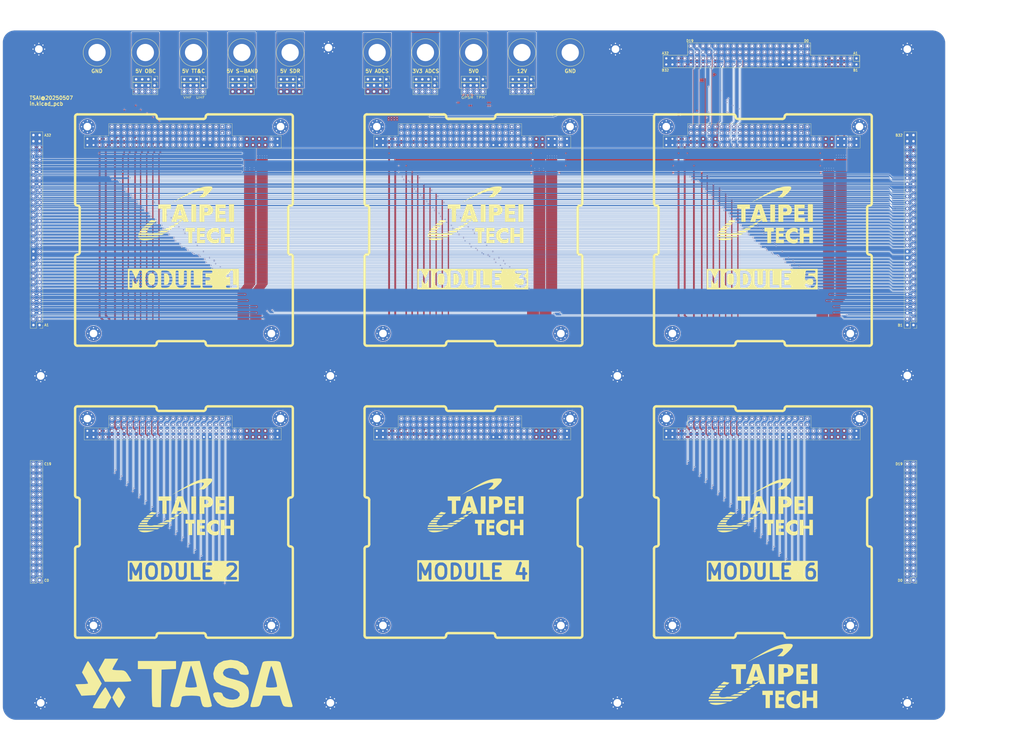
<source format=kicad_pcb>
(kicad_pcb (version 20241229) (generator "pcbnew") (generator_version "9.0")
  (title_block (title "VST104-Foxtrot-PC104_16bit_64-40connectors_20250210") (date "2020-08-20") (rev "v1.0") (company "VisionSpace Technologies") (comment 1 "4 slot flat-sat board with power management"))
  (layers (0 "F.Cu" signal) (4 "In1.Cu" power) (6 "In2.Cu" power) (2 "B.Cu" signal) (13 "F.Paste" user) (15 "B.Paste" user) (5 "F.SilkS" user "F.Silkscreen") (7 "B.SilkS" user "B.Silkscreen") (1 "F.Mask" user) (3 "B.Mask" user) (25 "Edge.Cuts" user))
  (net 0 "")
  (net 1 "GND")
  (net 2 "/D19")
  (net 3 "/D18")
  (net 4 "/D17")
  (net 5 "/D16")
  (net 6 "/D15")
  (net 7 "/D14")
  (net 8 "/D13")
  (net 9 "/D12")
  (net 10 "/D11")
  (net 11 "/D10")
  (net 12 "/D9")
  (net 13 "/D8")
  (net 14 "/D7")
  (net 15 "/D6")
  (net 16 "/D5")
  (net 17 "/D4")
  (net 18 "/D3")
  (net 19 "/D2")
  (net 20 "/D1")
  (net 21 "/D0")
  (net 22 "/C19")
  (net 23 "/C18")
  (net 24 "/C17")
  (net 25 "/C16")
  (net 26 "/C15")
  (net 27 "/C14")
  (net 28 "/C13")
  (net 29 "/C12")
  (net 30 "/C11")
  (net 31 "/C10")
  (net 32 "/C9")
  (net 33 "/C8")
  (net 34 "/C7")
  (net 35 "/C6")
  (net 36 "/C5")
  (net 37 "/C4")
  (net 38 "/C3")
  (net 39 "/C2")
  (net 40 "/C1")
  (net 41 "/C0")
  (net 42 "/5V_ADCS")
  (net 43 "/3V3_ADCS")
  (net 44 "/5V_OBC")
  (net 45 "/12V")
  (net 46 "/5V_S-BAND")
  (net 47 "/OBC2")
  (net 48 "/OUTPW5")
  (net 49 "/ADSBRX")
  (net 50 "/5V_TT&C(VHF)_3.5W")
  (net 51 "/DC_BUS")
  (net 52 "/5V_S-BAND_12W")
  (net 53 "/OUTPW6")
  (net 54 "/BAT_I_AD")
  (net 55 "/RESET1")
  (net 56 "/5V_SDR_10W")
  (net 57 "/EPS_TX")
  (net 58 "/PPS")
  (net 59 "/EPS_RX")
  (net 60 "/S_Band{slash}SPIMISO")
  (net 61 "/T_ENV")
  (net 62 "/OUTPW3")
  (net 63 "/DC_BUS_1")
  (net 64 "/3.3V_ADCS_1W")
  (net 65 "/5V_TT&C(UHF)_3.5W")
  (net 66 "/5V_TPM_0.4W")
  (net 67 "/5V_GPSR_0.6W")
  (net 68 "/OBC1")
  (net 69 "/5V_ADCS_1.2W")
  (net 70 "/OUTPW2")
  (net 71 "/S_Band{slash}SPIMOSI")
  (net 72 "/OUTPW4")
  (net 73 "/OUTPW1")
  (net 74 "/S_Band{slash}SPI_INT_SCK")
  (net 75 "/GPS_TX")
  (net 76 "/S_Band{slash}CS04")
  (net 77 "/T_BAT")
  (net 78 "/OBC3")
  (net 79 "/+5V")
  (net 80 "/GPS_RX")
  (net 81 "/5V_OBC_5W")
  (net 82 "/ADSBTX")
  (net 83 "/5V_SDR")
  (net 84 "/5V_TT&C")
  (net 85 "/NULL1")
  (net 86 "/NULL5")
  (net 87 "/NULL4")
  (net 88 "/NULL2")
  (net 89 "/NULL6")
  (net 90 "/NULL3")
  (net 92 "/5V")
  (net 96 "/OUTPW1_1")
  (footprint "VST104_footprints:KSE_PN6095" (layer "F.Cu") (at 210.006999 69.1642 90)
    (property "Reference" "TP9" (hide yes))
    (property "Value" "TestPoint_Alt" (hide yes))
  )
  (footprint "VST104_footprints:MountingHole_3.2mm_M3_Pad_Via" (layer "F.Cu") (at 150.6708 203.174)
    (property "Reference" "H6" (hide yes))
    (property "Value" "MountingHole_Pad" (hide yes))
  )
  (footprint "Connector_PinHeader_2.54mm:PinHeader_2x04_P2.54mm_Vertical" (layer "F.Cu") (at 173.832399 82.804 -90)
    (property "Reference" "J15" (hide yes))
    (property "Value" "Conn_02x04_Odd_Even" (hide yes))
  )
  (footprint "VST104_footprints:MountingHole_3.2mm_M3_Pad_Via" (layer "F.Cu") (at 268.732 67.7672)
    (property "Reference" "H3" (hide yes))
    (property "Value" "MountingHole_Pad" (hide yes))
  )
  (footprint "Connector_PinHeader_2.54mm:PinHeader_1x04_P2.54mm_Vertical" (layer "F.Cu") (at 97.806 80.264 -90)
    (property "Reference" "J21" (hide yes))
    (property "Value" "Conn_01x04" (hide yes))
  )
  (footprint "VST104_footprints:KSE_PN6095" (layer "F.Cu") (at 54.0314 69.1642)
    (property "Reference" "TP5" (hide yes))
    (property "Value" "TestPoint_Alt")
  )
  (footprint "Connector_PinHeader_2.54mm:PinHeader_2x04_P2.54mm_Vertical" (layer "F.Cu") (at 213.806999 82.804 -90)
    (property "Reference" "J18" (hide yes))
    (property "Value" "Conn_02x04_Odd_Even" (hide yes))
  )
  (footprint "VST104_footprints:KSE_PN6095" (layer "F.Cu") (at 170.032399 69.1642 90)
    (property "Reference" "TP6" (hide yes))
    (property "Value" "TestPoint_Alt" (hide yes))
  )
  (footprint "Connector_PinHeader_2.54mm:PinHeader_1x04_P2.54mm_Vertical" (layer "F.Cu") (at 213.806999 80.264 -90)
    (property "Reference" "J26" (hide yes))
    (property "Value" "Conn_01x04" (hide yes))
  )
  (footprint "VST104_footprints:KSE_PN6095" (layer "F.Cu") (at 114.02 69.1642)
    (property "Reference" "TP2" (hide yes))
    (property "Value" "TestPoint_Alt" (hide yes))
  )
  (footprint "VST104_footprints:MountingHole_3.2mm_M3_Pad_Via" (layer "F.Cu") (at 389.6 338.697056 90)
    (property "Reference" "H12" (hide yes))
    (property "Value" "MountingHole_Pad" (hide yes))
  )
  (footprint "Connector_PinHeader_2.54mm:PinHeader_2x04_P2.54mm_Vertical" (layer "F.Cu") (at 193.832399 82.804 -90)
    (property "Reference" "J16" (hide yes))
    (property "Value" "Conn_02x04_Odd_Even" (hide yes))
  )
  (footprint "Connector_PinHeader_2.54mm:PinHeader_2x04_P2.54mm_Vertical" (layer "F.Cu") (at 97.806 82.804 -90)
    (property "Reference" "J13" (hide yes))
    (property "Value" "Conn_02x04_Odd_Even" (hide yes))
  )
  (footprint "VST104_footprints:PC104_16bit_Connector" (layer "F.Cu") (at 348.2 69.04 180)
    (property "Reference" "J11" (hide yes))
    (property "Value" "~" (hide yes))
  )
  (footprint "Connector_PinHeader_2.54mm:PinHeader_1x04_P2.54mm_Vertical" (layer "F.Cu") (at 77.8314 80.264 -90)
    (property "Reference" "J22" (hide yes))
    (property "Value" "Conn_01x04" (hide yes))
  )
  (footprint "VST104_footprints:MountingHole_3.2mm_M3_Pad_Via" (layer "F.Cu") (at 30.7086 338.6836 90)
    (property "Reference" "H9" (hide yes))
    (property "Value" "MountingHole_Pad" (hide yes))
  )
  (footprint "VST104_logos:NTUT_logo_40mm" (layer "F.Cu") (at 334.8304 328.749306)
    (property "Reference" "G***" (hide yes))
    (property "Value" "LOGO" (hide yes))
  )
  (footprint "Connector_PinHeader_2.54mm:PinHeader_1x04_P2.54mm_Vertical" (layer "F.Cu") (at 193.832399 80.264 -90)
    (property "Reference" "J24" (hide yes))
    (property "Value" "Conn_01x04" (hide yes))
  )
  (footprint "Connector_PinHeader_2.54mm:PinHeader_1x04_P2.54mm_Vertical" (layer "F.Cu") (at 173.832399 80.264 -90)
    (property "Reference" "J23" (hide yes))
    (property "Value" "Conn_01x04" (hide yes))
  )
  (footprint "VST104_footprints:KSE_PN6095" (layer "F.Cu") (at 74.0314 69.1642)
    (property "Reference" "TP4" (hide yes))
    (property "Value" "TestPoint_Alt")
  )
  (footprint "Connector_PinHeader_2.54mm:PinHeader_2x32_P2.54mm_Vertical" (layer "F.Cu") (at 30.226 182.1078 180)
    (property "Reference" "JA19" (hide yes))
    (property "Value" "Conn_02x26_Odd_Even" (hide yes))
  )
  (footprint "VST104_footprints:CubeSat_PC104_16bit_footprint" (layer "F.Cu") (at 254.995 215.795 180)
    (property "Reference" "J4" (hide yes))
    (property "Value" "~" (hide yes))
  )
  (footprint "Connector_PinHeader_2.54mm:PinHeader_2x04_P2.54mm_Vertical" (layer "F.Cu") (at 117.82 82.804 -90)
    (property "Reference" "J12" (hide yes))
    (property "Value" "Conn_02x04_Odd_Even" (hide yes))
  )
  (footprint "VST104_footprints:MountingHole_3.2mm_M3_Pad_Via" (layer "F.Cu") (at 269.5194 203.174)
    (property "Reference" "H7" (hide yes))
    (property "Value" "MountingHole_Pad" (hide yes))
  )
  (footprint "Connector_PinHeader_2.54mm:PinHeader_2x04_P2.54mm_Vertical" (layer "F.Cu") (at 77.8314 82.804 -90)
    (property "Reference" "J14" (hide yes))
    (property "Value" "Conn_02x04_Odd_Even" (hide yes))
  )
  (footprint "VST104_footprints:CubeSat_PC104_16bit_footprint" (layer "F.Cu") (at 374.87 215.795 180)
    (property "Reference" "J6" (hide yes))
    (property "Value" "~" (hide yes))
  )
  (footprint "VST104_footprints:KSE_PN6095" (layer "F.Cu") (at 230.020999 69.1642 90)
    (property "Reference" "TP8" (hide yes))
    (property "Value" "TestPoint_Alt" (hide yes))
  )
  (footprint "Connector_PinHeader_2.54mm:PinHeader_1x04_P2.54mm_Vertical" (layer "F.Cu") (at 233.820999 80.264 -90)
    (property "Reference" "J25" (hide yes))
    (property "Value" "Conn_01x04" (hide yes))
  )
  (footprint "VST104_footprints:MountingHole_3.2mm_M3_Pad_Via" (layer "F.Cu") (at 269.5194 338.6836 90)
    (property "Reference" "H11" (hide yes))
    (property "Value" "MountingHole_Pad" (hide yes))
  )
  (footprint "Connector_PinHeader_2.54mm:PinHeader_2x04_P2.54mm_Vertical" (layer "F.Cu") (at 233.820999 82.804 -90)
    (property "Reference" "J17" (hide yes))
    (property "Value" "Conn_02x04_Odd_Even" (hide yes))
  )
  (footprint "Connector_PinHeader_2.54mm:PinHeader_1x04_P2.54mm_Vertical" (layer "F.Cu") (at 117.82 80.264 -90)
    (property "Reference" "J20" (hide yes))
    (property "Value" "Conn_01x04" (hide yes))
  )
  (footprint "Connector_PinHeader_2.54mm:PinHeader_2x04_P2.54mm_Vertical" (layer "F.Cu") (at 137.799001 82.804 -90)
    (property "Reference" "J7" (hide yes))
    (property "Value" "Conn_02x04_Odd_Even" (hide yes))
  )
  (footprint "VST104_footprints:CubeSat_PC104_16bit_footprint" (layer "F.Cu") (at 135.12 94.7928 180)
    (property "Reference" "J1" (hide yes))
    (property "Value" "~" (hide yes))
  )
  (footprint "VST104_footprints:CubeSat_PC104_16bit_footprint" (layer "F.Cu") (at 374.87 94.7928 180)
    (property "Reference" "J5" (hide yes))
    (property "Value" "~" (hide yes))
  )
  (footprint "VST104_footprints:MountingHole_3.2mm_M3_Pad_Via" (layer "F.Cu") (at 389.6 203)
    (property "Reference" "H8" (hide yes))
    (property "Value" "MountingHole_Pad" (hide yes))
  )
  (footprint "VST104_logos:TASA_LOGO_90mm" (layer "F.Cu") (at 89.622823 330.903284)
    (property "Reference" "REF**" (hide yes))
    (property "Value" "TASA_LOGO_90mm" (hide yes))
  )
  (footprint "VST104_footprints:KSE_PN6095" (layer "F.Cu") (at 94.006 69.1642)
    (property "Reference" "TP3" (hide yes))
    (property "Value" "TestPoint_Alt")
  )
  (footprint "Connector_PinHeader_2.54mm:PinHeader_2x32_P2.54mm_Vertical" (layer "F.Cu") (at 392.14 182.1078 180)
    (property "Reference" "J9" (hide yes))
    (property "Value" "Conn_02x26_Odd_Even" (hide yes))
  )
  (footprint "Connector_PinHeader_2.54mm:PinHeader_1x04_P2.54mm_Vertical" (layer "F.Cu") (at 137.799001 80.264 -90)
    (property "Reference" "J19" (hide yes))
    (property "Value" "Conn_01x04" (hide yes))
  )
  (footprint "Connector_PinHeader_2.54mm:PinHeader_2x20_P2.54mm_Vertical" (layer "F.Cu") (at 392.14 287.86 180)
    (property "Reference" "J10" (hide yes))
    (property "Value" "Conn_02x26_Odd_Even" (hide yes))
  )
  (footprint "VST104_footprints:KSE_PN6095" (layer "F.Cu") (at 250 69.1642 90)
    (property "Reference" "TP10" (hide yes))
    (property "Value" "TestPoint_Alt" (hide yes))
  )
  (footprint "Connector_PinHeader_2.54mm:PinHeader_2x20_P2.54mm_Vertical" (layer "F.Cu") (at 30.226 287.86 180)
    (property "Reference" "J8" (hide yes))
    (property "Value" "Conn_02x26_Odd_Even" (hide yes))
  )
  (footprint "VST104_footprints:CubeSat_PC104_16bit_footprint" (layer "F.Cu") (at 254.995 94.7928 180)
    (property "Reference" "J3" (hide yes))
    (property "Value" "~" (hide yes))
  )
  (footprint "VST104_footprints:MountingHole_3.2mm_M3_Pad_Via" (layer "F.Cu") (at 389.6 67.7672)
    (property "Reference" "H4" (hide yes))
    (property "Value" "MountingHole_Pad" (hide yes))
  )
  (footprint "VST104_footprints:KSE_PN6095" (layer "F.Cu") (at 190.032399 69.1642 90)
    (property "Reference" "TP7" (hide yes))
    (property "Value" "TestPoint_Alt" (hide yes))
  )
  (footprint "VST104_footprints:MountingHole_3.2mm_M3_Pad_Via" (layer "F.Cu") (at 30.7086 203.174)
    (property "Reference" "H5" (hide yes))
    (property "Value" "MountingHole_Pad" (hide yes))
  )
  (footprint "VST104_footprints:CubeSat_PC104_16bit_footprint" (layer "F.Cu") (at 135.12 215.795 180)
    (property "Reference" "J2" (hide yes))
    (property "Value" "~" (hide yes))
  )
  (footprint "VST104_footprints:KSE_PN6095" (layer "F.Cu") (at 133.999001 69.1642)
    (property "Reference" "TP1" (hide yes))
    (property "Value" "TestPoint_Alt" (hide yes))
  )
  (footprint "VST104_footprints:MountingHole_3.2mm_M3_Pad_Via" (layer "F.Cu") (at 150.6708 338.6712 90)
    (property "Reference" "H10" (hide yes))
    (property "Value" "MountingHole_Pad" (hide yes))
  )
  (footprint "VST104_footprints:MountingHole_3.2mm_M3_Pad_Via" (layer "F.Cu") (at 29.9212 67.7672)
    (property "Reference" "H1" (hide yes))
    (property "Value" "MountingHole_Pad" (hide yes))
  )
  (footprint "VST104_footprints:MountingHole_3.2mm_M3_Pad_Via" (layer "F.Cu") (at 149.8834 67.145343)
    (property "Reference" "H2" (hide yes))
    (property "Value" "MountingHole_Pad" (hide yes))
  )
  (gr_line (start 14.986001 339.938416) (end 14.987498 65) (stroke (width 0.05)) (layer "Edge.Cuts"))
  (gr_line (start 400.329599 345.7448) (end 20.628627 345.7448) (stroke (width 0.05)) (layer "Edge.Cuts"))
  (gr_line (start 405.329599 65.365215) (end 405.329599 340.7448) (stroke (width 0.05)) (layer "Edge.Cuts"))
  (gr_arc (start 20.623693 345.7448) (mid 16.578657 344.032174) (end 14.986 339.938416) (stroke (width 0.05)) (layer "Edge.Cuts"))
  (gr_arc (start 399.964466 60) (mid 403.75824 61.571441) (end 405.329681 65.365215) (stroke (width 0.05)) (layer "Edge.Cuts"))
  (gr_arc (start 405.329599 340.7448) (mid 403.865133 344.280334) (end 400.329599 345.7448) (stroke (width 0.05)) (layer "Edge.Cuts"))
  (gr_arc (start 14.987498 65) (mid 16.451964 61.464466) (end 19.987498 60) (stroke (width 0.05)) (layer "Edge.Cuts"))
  (gr_line (start 399.964466 60) (end 19.987498 60) (stroke (width 0.05)) (layer "Edge.Cuts"))
  (gr_text "D19" (at 297.967619 64.9028 0) (layer "F.SilkS") (effects (font (size 1 1) (thickness 0.2) (bold yes)) (justify left bottom)))
  (gr_text "5V0" (at 210.006999 76.8604 0) (layer "F.SilkS") (effects (font (size 1.5 1.5) (thickness 0.3))))
  (gr_text "5V TT&C" (at 94.011 76.8604 0) (layer "F.SilkS") (effects (font (size 1.5 1.5) (thickness 0.3))))
  (gr_text "12V\n" (at 230.020999 76.8604 0) (layer "F.SilkS") (effects (font (size 1.5 1.5) (thickness 0.3))))
  (gr_text "GPSR" (at 204.724 88.392 0) (layer "F.SilkS") (effects (font (size 1 1.27)) (justify left bottom)))
  (gr_text "MODULE 1" (at 65.835 166.878 0) (layer "F.SilkS" knockout) (effects (font (size 6 6) (thickness 1.2) (bold yes)) (justify left bottom)))
  (gr_text "VHF" (at 89.662 88.392 0) (layer "F.SilkS") (effects (font (size 1 1.27)) (justify left bottom)))
  (gr_text "A32" (at 287.879048 70.0336 0) (layer "F.SilkS") (effects (font (size 1 1) (thickness 0.2) (bold yes)) (justify left bottom)))
  (gr_text "MODULE 4" (at 185.71 287.8836 0) (layer "F.SilkS" knockout) (effects (font (size 6 6) (thickness 1.2) (bold yes)) (justify left bottom)))
  (gr_text "D0" (at 346.70381 64.9028 0) (layer "F.SilkS") (effects (font (size 1 1) (thickness 0.2) (bold yes)) (justify left bottom)))
  (gr_text "5V OBC\n" (at 74.155758 76.8604 0) (layer "F.SilkS") (effects (font (size 1.5 1.5) (thickness 0.3))))
  (gr_text "B32" (at 287.807619 77.0948 0) (layer "F.SilkS") (effects (font (size 1 1) (thickness 0.2) (bold yes)) (justify left bottom)))
  (gr_text "GND\n" (at 250 76.8604 0) (layer "F.SilkS") (effects (font (size 1.5 1.5) (thickness 0.3))))
  (gr_text "GND" (at 53.9866 76.8604 0) (layer "F.SilkS") (effects (font (size 1.5 1.5) (thickness 0.3))))
  (gr_text "MODULE 2" (at 65.835 287.8836 0) (layer "F.SilkS" knockout) (effects (font (size 6 6) (thickness 1.2) (bold yes)) (justify left bottom)))
  (gr_text "D19" (at 384.577619 240.264 0) (layer "F.SilkS") (effects (font (size 1 1) (thickness 0.2) (bold yes)) (justify left bottom)))
  (gr_text "UHF" (at 94.869 88.392 0) (layer "F.SilkS") (effects (font (size 1 1.27)) (justify left bottom)))
  (gr_text "A1" (at 32.0802 182.6768 0) (layer "F.SilkS") (effects (font (size 1 1) (thickness 0.2) (bold yes)) (justify left bottom)))
  (gr_text "MODULE 6" (at 305.585 287.8836 0) (layer "F.SilkS" knockout) (effects (font (size 6 6) (thickness 1.2) (bold yes)) (justify left bottom)))
  (gr_text "5V ADCS" (at 169.987599 76.8604 0) (layer "F.SilkS") (effects (font (size 1.5 1.5) (thickness 0.3))))
  (gr_text "5V SDR" (at 134.0104 76.8604 0) (layer "F.SilkS") (effects (font (size 1.5 1.5) (thickness 0.3))))
  (gr_text "A1" (at 367.095238 70.0336 0) (layer "F.SilkS") (effects (font (size 1 1) (thickness 0.2) (bold yes)) (justify left bottom)))
  (gr_text "B1" (at 385.53 182.7718 0) (layer "F.SilkS") (effects (font (size 1 1) (thickness 0.2) (bold yes)) (justify left bottom)))
  (gr_text "C19" (at 32.0294 240.264 0) (layer "F.SilkS") (effects (font (size 1 1) (thickness 0.2) (bold yes)) (justify left bottom)))
  (gr_text "MODULE 3" (at 185.71 166.878 0) (layer "F.SilkS" knockout) (effects (font (size 6 6) (thickness 1.2) (bold yes)) (justify left bottom)))
  (gr_text "5V S-BAND\n" (at 114.194158 76.8604 0) (layer "F.SilkS") (effects (font (size 1.5 1.5) (thickness 0.3))))
  (gr_text "MODULE 5" (at 305.585 166.878 0) (layer "F.SilkS" knockout) (effects (font (size 6 6) (thickness 1.2) (bold yes)) (justify left bottom)))
  (gr_text "D0" (at 385.53 288.524 0) (layer "F.SilkS") (effects (font (size 1 1) (thickness 0.2) (bold yes)) (justify left bottom)))
  (gr_text "B1" (at 367.02381 77.0948 0) (layer "F.SilkS") (effects (font (size 1 1) (thickness 0.2) (bold yes)) (justify left bottom)))
  (gr_text "B32" (at 384.577619 104.0318 0) (layer "F.SilkS") (effects (font (size 1 1) (thickness 0.2) (bold yes)) (justify left bottom)))
  (gr_text "C0" (at 32.0294 288.524 0) (layer "F.SilkS") (effects (font (size 1 1) (thickness 0.2) (bold yes)) (justify left bottom)))
  (gr_text "A32" (at 32.0802 104.0318 0) (layer "F.SilkS") (effects (font (size 1 1) (thickness 0.2) (bold yes)) (justify left bottom)))
  (gr_text "TSAI@20250507\n${FILENAME}" (at 25.908 89.1794 0) (layer "F.SilkS") (effects (font (size 1.5 1.5) (thickness 0.3)) (justify left)))
  (gr_text "3V3 ADCS" (at 190.156757 76.8604 0) (layer "F.SilkS") (effects (font (size 1.5 1.5) (thickness 0.3))))
  (gr_text "TPM" (at 210.947 88.392 0) (layer "F.SilkS") (effects (font (size 1 1.27)) (justify left bottom)))
  (segment (start 292.0554 107.27) (end 292.0554 107.4986) (width 0.254) (layer "F.Cu") (net 1))
  (segment (start 289.5154 107.27) (end 289.5154 107.9812) (width 0.254) (layer "F.Cu") (net 1))
  (segment (start 247.970989 69.911205) (end 249.465 68.417194) (width 0.323) (layer "F.Cu") (net 1))
  (segment (start 252.005 68.417194) (end 250.510989 69.911205) (width 0.323) (layer "F.Cu") (net 1))
  (segment (start 254.545 68.642199) (end 253.500999 69.6862) (width 0.323) (layer "F.Cu") (net 1))
  (segment (start 250.510989 69.911205) (end 252.005 68.417194) (width 0.323) (layer "F.Cu") (net 1))
  (segment (start 252.005 68.642199) (end 250.960999 69.6862) (width 0.323) (layer "F.Cu") (net 1))
  (segment (start 249.465 68.417194) (end 247.970989 69.911205) (width 0.323) (layer "F.Cu") (net 1))
  (segment (start 53.8172 71.0852) (end 54.0314 70.871) (width 0.127) (layer "B.Cu") (net 1))
  (via (at 298.4246 239.6) (size 0.45) (drill 0.2) (layers "F.Cu" "B.Cu") (net 2))
  (via (at 180.4416 120.5992) (size 0.45) (drill 0.2) (layers "F.Cu" "B.Cu") (net 2))
  (via (at 299.6184 120.5992) (size 0.45) (drill 0.2) (layers "F.Cu" "B.Cu") (net 2))
  (via (at 59.6646 120.5992) (size 0.4) (drill 0.2) (layers "F.Cu" "B.Cu") (net 2))
  (segment (start 301.4558 68.0298) (end 299.9232 66.4972) (width 0.1778) (layer "B.Cu") (net 2))
  (segment (start 300.8208 76.1972) (end 301.4558 75.5622) (width 0.1778) (layer "B.Cu") (net 2))
  (segment (start 300.8208 98.9724) (end 300.8208 76.1972) (width 0.1778) (layer "B.Cu") (net 2))
  (segment (start 180.4416 120.5992) (end 299.593 120.5992) (width 0.1778) (layer "B.Cu") (net 2))
  (segment (start 298.4246 222.3904) (end 298.4246 239.522) (width 0.1778) (layer "B.Cu") (net 2))
  (segment (start 299.94 220.875) (end 298.4246 222.3904) (width 0.1778) (layer "B.Cu") (net 2))
  (segment (start 299.9232 99.87) (end 300.8208 98.9724) (width 0.1778) (layer "B.Cu") (net 2))
  (segment (start 59.6646 120.5992) (end 180.4416 120.5992) (width 0.1778) (layer "B.Cu") (net 2))
  (segment (start 301.4558 75.5622) (end 301.4558 68.0298) (width 0.1778) (layer "B.Cu") (net 2))
  (via (at 300.9646 242.1636) (size 0.45) (drill 0.2) (layers "F.Cu" "B.Cu") (net 3))
  (via (at 182.9816 122.3264) (size 0.45) (drill 0.2) (layers "F.Cu" "B.Cu") (net 3))
  (via (at 61.341 243.4318) (size 0.45) (drill 0.2) (layers "F.Cu" "B.Cu") (net 3))
  (via (at 302.8696 122.3264) (size 0.45) (drill 0.2) (layers "F.Cu" "B.Cu") (net 3))
  (via (at 63.127 122.3264) (size 0.45) (drill 0.2) (layers "F.Cu" "B.Cu") (net 3))
  (segment (start 303.3862 76.1972) (end 304.0212 75.5622) (width 0.1778) (layer "B.Cu") (net 3))
  (segment (start 182.9816 122.3264) (end 302.8696 122.3264) (width 0.1778) (layer "B.Cu") (net 3))
  (segment (start 63.127 122.3264) (end 182.9816 122.3264) (width 0.1778) (layer "B.Cu") (net 3))
  (segment (start 304.0212 68.0298) (end 302.4886 66.4972) (width 0.1778) (layer "B.Cu") (net 3))
  (segment (start 302.4886 99.87) (end 303.3862 98.9724) (width 0.1778) (layer "B.Cu") (net 3))
  (segment (start 61.3236 243.4256) (end 61.3156 243.4336) (width 0.1778) (layer "B.Cu") (net 3))
  (segment (start 62.738 220.8784) (end 61.3236 222.2928) (width 0.1778) (layer "B.Cu") (net 3))
  (segment (start 302.4886 220.8784) (end 300.9732 222.3938) (width 0.1778) (layer "B.Cu") (net 3))
  (segment (start 303.3862 98.9724) (end 303.3862 76.1972) (width 0.1778) (layer "B.Cu") (net 3))
  (segment (start 304.0212 75.5622) (end 304.0212 68.0298) (width 0.1778) (layer "B.Cu") (net 3))
  (segment (start 61.3236 222.2928) (end 61.3236 243.4256) (width 0.1778) (layer "B.Cu") (net 3))
  (segment (start 300.9732 222.3938) (end 300.9732 242.1636) (width 0.1778) (layer "B.Cu") (net 3))
  (segment (start 306.5612 68.0298) (end 305.0286 66.4972) (width 0.1778) (layer "F.Cu") (net 4))
  (segment (start 306.5612 96.1136) (end 306.5612 68.0298) (width 0.1778) (layer "F.Cu") (net 4))
  (via (at 305.4096 125.6792) (size 0.45) (drill 0.2) (layers "F.Cu" "B.Cu") (net 4))
  (via (at 185.5216 125.6792) (size 0.45) (drill 0.2) (layers "F.Cu" "B.Cu") (net 4))
  (via (at 65.667 125.6792) (size 0.45) (drill 0.2) (layers "F.Cu" "B.Cu") (net 4))
  (via (at 306.5612 96.1136) (size 0.45) (drill 0.2) (layers "F.Cu" "B.Cu") (net 4))
  (via (at 303.53 244.6782) (size 0.45) (drill 0.2) (layers "F.Cu" "B.Cu") (net 4))
  (via (at 63.7794 245.9464) (size 0.45) (drill 0.2) (layers "F.Cu" "B.Cu") (net 4))
  (segment (start 303.5132 222.3938) (end 303.5132 244.6782) (width 0.1778) (layer "B.Cu") (net 4))
  (segment (start 63.7794 222.3516) (end 63.7794 245.864) (width 0.1778) (layer "B.Cu") (net 4))
  (segment (start 65.278 220.853) (end 63.7794 222.3516) (width 0.1778) (layer "B.Cu") (net 4))
  (segment (start 305.0286 220.8784) (end 303.5132 222.3938) (width 0.1778) (layer "B.Cu") (net 4))
  (segment (start 65.667 125.6792) (end 185.5216 125.6792) (width 0.1778) (layer "B.Cu") (net 4))
  (segment (start 185.5216 125.6792) (end 305.4096 125.6792) (width 0.1778) (layer "B.Cu") (net 4))
  (via (at 68.207 128.2446) (size 0.45) (drill 0.2) (layers "F.Cu" "B.Cu") (net 5))
  (via (at 188.0616 128.2446) (size 0.45) (drill 0.2) (layers "F.Cu" "B.Cu") (net 5))
  (via (at 307.9496 128.2446) (size 0.45) (drill 0.2) (layers "F.Cu" "B.Cu") (net 5))
  (via (at 306.0446 247.2182) (size 0.45) (drill 0.2) (layers "F.Cu" "B.Cu") (net 5))
  (via (at 66.2686 248.4882) (size 0.45) (drill 0.2) (layers "F.Cu" "B.Cu") (net 5))
  (segment (start 307.9496 128.2446) (end 307.9576 128.2446) (width 0.1778) (layer "B.Cu") (net 5))
  (segment (start 188.0616 128.2446) (end 307.9496 128.2446) (width 0.1778) (layer "B.Cu") (net 5))
  (segment (start 308.4662 76.1972) (end 309.1012 75.5622) (width 0.1778) (layer "B.Cu") (net 5))
  (segment (start 67.818 220.8784) (end 66.2686 222.4278) (width 0.1778) (layer "B.Cu") (net 5))
  (segment (start 188.0616 128.2446) (end 188.087 128.2446) (width 0.1778) (layer "B.Cu") (net 5))
  (segment (start 66.2686 222.4278) (end 66.2686 248.4882) (width 0.1778) (layer "B.Cu") (net 5))
  (segment (start 306.0532 222.3938) (end 306.0532 247.2182) (width 0.1778) (layer "B.Cu") (net 5))
  (segment (start 308.4662 98.9724) (end 308.4662 76.1972) (width 0.1778) (layer "B.Cu") (net 5))
  (segment (start 307.5686 220.8784) (end 306.0532 222.3938) (width 0.1778) (layer "B.Cu") (net 5))
  (segment (start 307.5686 99.87) (end 308.4662 98.9724) (width 0.1778) (layer "B.Cu") (net 5))
  (segment (start 309.1012 68.0298) (end 307.5686 66.4972) (width 0.1778) (layer "B.Cu") (net 5))
  (segment (start 309.1012 75.5622) (end 309.1012 68.0298) (width 0.1778) (layer "B.Cu") (net 5))
  (segment (start 68.199 128.2446) (end 188.0616 128.2446) (width 0.1778) (layer "B.Cu") (net 5))
  (via (at 68.8086 251.0282) (size 0.45) (drill 0.2) (layers "F.Cu" "B.Cu") (net 6))
  (via (at 310.4896 130.7592) (size 0.45) (drill 0.2) (layers "F.Cu" "B.Cu") (net 6))
  (via (at 70.747 130.7592) (size 0.45) (drill 0.2) (layers "F.Cu" "B.Cu") (net 6))
  (via (at 308.5846 249.7836) (size 0.45) (drill 0.2) (layers "F.Cu" "B.Cu") (net 6))
  (via (at 190.6016 130.7592) (size 0.45) (drill 0.2) (layers "F.Cu" "B.Cu") (net 6))
  (segment (start 310.4896 130.7592) (end 310.515 130.7592) (width 0.1778) (layer "B.Cu") (net 6))
  (segment (start 68.8086 222.4532) (end 68.8086 251.0282) (width 0.1778) (layer "B.Cu") (net 6))
  (segment (start 308.5932 222.3938) (end 308.5932 249.7836) (width 0.1778) (layer "B.Cu") (net 6))
  (segment (start 70.358 220.9038) (end 68.8086 222.4532) (width 0.1778) (layer "B.Cu") (net 6))
  (segment (start 70.739 130.7592) (end 190.6016 130.7592) (width 0.1778) (layer "B.Cu") (net 6))
  (segment (start 310.1086 220.8784) (end 308.5932 222.3938) (width 0.1778) (layer "B.Cu") (net 6))
  (segment (start 190.6016 130.7592) (end 310.4896 130.7592) (width 0.1778) (layer "B.Cu") (net 6))
  (via (at 193.1496 133.3246) (size 0.45) (drill 0.2) (layers "F.Cu" "B.Cu") (net 7))
  (via (at 71.3486 253.5682) (size 0.45) (drill 0.2) (layers "F.Cu" "B.Cu") (net 7))
  (via (at 73.287 133.3246) (size 0.45) (drill 0.2) (layers "F.Cu" "B.Cu") (net 7))
  (via (at 311.1246 252.3236) (size 0.45) (drill 0.2) (layers "F.Cu" "B.Cu") (net 7))
  (via (at 313.0376 133.3246) (size 0.45) (drill 0.2) (layers "F.Cu" "B.Cu") (net 7))
  (segment (start 193.1416 133.3246) (end 313.0042 133.3246) (width 0.1778) (layer "B.Cu") (net 7))
  (segment (start 311.1332 222.3938) (end 311.1332 252.3236) (width 0.1778) (layer "B.Cu") (net 7))
  (segment (start 71.3486 222.4024) (end 71.3486 253.5682) (width 0.1778) (layer "B.Cu") (net 7))
  (segment (start 193.167 133.3246) (end 73.3044 133.3246) (width 0.1778) (layer "B.Cu") (net 7))
  (segment (start 312.6486 220.8784) (end 311.1332 222.3938) (width 0.1778) (layer "B.Cu") (net 7))
  (segment (start 72.898 220.853) (end 71.3486 222.4024) (width 0.1778) (layer "B.Cu") (net 7))
  (via (at 313.6646 254.8382) (size 0.45) (drill 0.2) (layers "F.Cu" "B.Cu") (net 8))
  (via (at 195.6816 135.7376) (size 0.45) (drill 0.2) (layers "F.Cu" "B.Cu") (net 8))
  (via (at 73.8886 256.1082) (size 0.45) (drill 0.2) (layers "F.Cu" "B.Cu") (net 8))
  (via (at 315.5776 135.7376) (size 0.45) (drill 0.2) (layers "F.Cu" "B.Cu") (net 8))
  (via (at 75.827 135.7376) (size 0.45) (drill 0.2) (layers "F.Cu" "B.Cu") (net 8))
  (segment (start 75.819 135.7376) (end 195.6816 135.7376) (width 0.1778) (layer "B.Cu") (net 8))
  (segment (start 195.6816 135.7376) (end 315.5442 135.7376) (width 0.1778) (layer "B.Cu") (net 8))
  (segment (start 313.6732 222.3938) (end 313.6732 254.8382) (width 0.1778) (layer "B.Cu") (net 8))
  (segment (start 73.8886 222.4024) (end 73.8886 256.1082) (width 0.1778) (layer "B.Cu") (net 8))
  (segment (start 315.1886 220.8784) (end 313.6732 222.3938) (width 0.1778) (layer "B.Cu") (net 8))
  (segment (start 75.438 220.853) (end 73.8886 222.4024) (width 0.1778) (layer "B.Cu") (net 8))
  (via (at 198.2216 138.2776) (size 0.45) (drill 0.2) (layers "F.Cu" "B.Cu") (net 9))
  (via (at 318.1176 138.2776) (size 0.45) (drill 0.2) (layers "F.Cu" "B.Cu") (net 9))
  (via (at 78.367 138.2776) (size 0.45) (drill 0.2) (layers "F.Cu" "B.Cu") (net 9))
  (via (at 76.4286 258.6482) (size 0.45) (drill 0.2) (layers "F.Cu" "B.Cu") (net 9))
  (via (at 316.2046 257.3528) (size 0.45) (drill 0.2) (layers "F.Cu" "B.Cu") (net 9))
  (segment (start 198.2216 138.2776) (end 198.247 138.2776) (width 0.1778) (layer "B.Cu") (net 9))
  (segment (start 316.2132 222.3938) (end 316.2132 257.3528) (width 0.1778) (layer "B.Cu") (net 9))
  (segment (start 77.978 220.8784) (end 76.4286 222.4278) (width 0.1778) (layer "B.Cu") (net 9))
  (segment (start 76.4286 222.4278) (end 76.4286 258.6482) (width 0.1778) (layer "B.Cu") (net 9))
  (segment (start 317.7286 220.8784) (end 316.2132 222.3938) (width 0.1778) (layer "B.Cu") (net 9))
  (segment (start 78.3844 138.2776) (end 198.2216 138.2776) (width 0.1778) (layer "B.Cu") (net 9))
  (segment (start 198.2216 138.2776) (end 318.0842 138.2776) (width 0.1778) (layer "B.Cu") (net 9))
  (via (at 200.7616 140.7922) (size 0.45) (drill 0.2) (layers "F.Cu" "B.Cu") (net 10))
  (via (at 78.9686 261.1882) (size 0.45) (drill 0.2) (layers "F.Cu" "B.Cu") (net 10))
  (via (at 80.907 140.7922) (size 0.45) (drill 0.2) (layers "F.Cu" "B.Cu") (net 10))
  (via (at 320.6576 140.7922) (size 0.45) (drill 0.2) (layers "F.Cu" "B.Cu") (net 10))
  (via (at 318.7446 259.8928) (size 0.45) (drill 0.2) (layers "F.Cu" "B.Cu") (net 10))
  (segment (start 320.2686 220.8784) (end 318.7532 222.3938) (width 0.1778) (layer "B.Cu") (net 10))
  (segment (start 78.9686 222.4278) (end 78.9686 261.1882) (width 0.1778) (layer "B.Cu") (net 10))
  (segment (start 200.7616 140.7922) (end 320.6242 140.7922) (width 0.1778) (layer "B.Cu") (net 10))
  (segment (start 80.518 220.8784) (end 78.9686 222.4278) (width 0.1778) (layer "B.Cu") (net 10))
  (segment (start 318.7532 222.3938) (end 318.7532 259.8928) (width 0.1778) (layer "B.Cu") (net 10))
  (segment (start 80.899 140.7922) (end 200.7616 140.7922) (width 0.1778) (layer "B.Cu") (net 10))
  (via (at 321.2846 262.4836) (size 0.45) (drill 0.2) (layers "F.Cu" "B.Cu") (net 11))
  (via (at 323.1896 143.3576) (size 0.45) (drill 0.2) (layers "F.Cu" "B.Cu") (net 11))
  (via (at 81.5086 263.7282) (size 0.45) (drill 0.2) (layers "F.Cu" "B.Cu") (net 11))
  (via (at 203.327 143.3576) (size 0.45) (drill 0.2) (layers "F.Cu" "B.Cu") (net 11))
  (via (at 83.447 143.3576) (size 0.45) (drill 0.2) (layers "F.Cu" "B.Cu") (net 11))
  (segment (start 81.5086 222.4278) (end 81.5086 263.7282) (width 0.1778) (layer "B.Cu") (net 11))
  (segment (start 322.8086 220.8784) (end 321.2932 222.3938) (width 0.1778) (layer "B.Cu") (net 11))
  (segment (start 83.058 220.8784) (end 81.5086 222.4278) (width 0.1778) (layer "B.Cu") (net 11))
  (segment (start 203.327 143.3576) (end 323.1896 143.3576) (width 0.1778) (layer "B.Cu") (net 11))
  (segment (start 83.4644 143.3576) (end 203.327 143.3576) (width 0.1778) (layer "B.Cu") (net 11))
  (segment (start 321.2932 262.475) (end 321.2846 262.4836) (width 0.1778) (layer "B.Cu") (net 11))
  (segment (start 321.2932 222.3938) (end 321.2932 262.475) (width 0.1778) (layer "B.Cu") (net 11))
  (via (at 84.074 266.2682) (size 0.45) (drill 0.2) (layers "F.Cu" "B.Cu") (net 12))
  (via (at 325.7376 145.8722) (size 0.45) (drill 0.2) (layers "F.Cu" "B.Cu") (net 12))
  (via (at 205.8416 145.8722) (size 0.45) (drill 0.2) (layers "F.Cu" "B.Cu") (net 12))
  (via (at 323.8246 264.9982) (size 0.45) (drill 0.2) (layers "F.Cu" "B.Cu") (net 12))
  (via (at 85.987 145.8722) (size 0.45) (drill 0.2) (layers "F.Cu" "B.Cu") (net 12))
  (segment (start 325.3486 220.8784) (end 323.8332 222.3938) (width 0.1778) (layer "B.Cu") (net 12))
  (segment (start 205.8416 145.8722) (end 325.7042 145.8722) (width 0.1778) (layer "B.Cu") (net 12))
  (segment (start 84.074 222.4024) (end 84.074 266.2682) (width 0.1778) (layer "B.Cu") (net 12))
  (segment (start 85.6234 220.853) (end 84.074 222.4024) (width 0.1778) (layer "B.Cu") (net 12))
  (segment (start 205.8416 145.8722) (end 205.867 145.8722) (width 0.1778) (layer "B.Cu") (net 12))
  (segment (start 86.0044 145.8722) (end 205.8416 145.8722) (width 0.1778) (layer "B.Cu") (net 12))
  (segment (start 323.8332 222.3938) (end 323.8332 264.9982) (width 0.1778) (layer "B.Cu") (net 12))
  (via (at 88.527 148.4122) (size 0.45) (drill 0.2) (layers "F.Cu" "B.Cu") (net 13))
  (via (at 208.3816 148.4122) (size 0.45) (drill 0.2) (layers "F.Cu" "B.Cu") (net 13))
  (via (at 86.614 268.8082) (size 0.45) (drill 0.2) (layers "F.Cu" "B.Cu") (net 13))
  (via (at 328.2776 148.4122) (size 0.45) (drill 0.2) (layers "F.Cu" "B.Cu") (net 13))
  (via (at 326.39 267.5382) (size 0.45) (drill 0.2) (layers "F.Cu" "B.Cu") (net 13))
  (segment (start 208.3816 148.4122) (end 328.2442 148.4122) (width 0.1778) (layer "B.Cu") (net 13))
  (segment (start 88.138 220.8784) (end 86.614 222.4024) (width 0.1778) (layer "B.Cu") (net 13))
  (segment (start 208.3816 148.4122) (end 208.407 148.4122) (width 0.1778) (layer "B.Cu") (net 13))
  (segment (start 326.3986 222.3938) (end 326.3986 267.5382) (width 0.1778) (layer "B.Cu") (net 13))
  (segment (start 86.614 222.4024) (end 86.614 268.8082) (width 0.1778) (layer "B.Cu") (net 13))
  (segment (start 327.914 220.8784) (end 326.3986 222.3938) (width 0.1778) (layer "B.Cu") (net 13))
  (segment (start 88.5444 148.4122) (end 208.3816 148.4122) (width 0.1778) (layer "B.Cu") (net 13))
  (via (at 91.067 150.3172) (size 0.45) (drill 0.2) (layers "F.Cu" "B.Cu") (net 14))
  (via (at 210.9216 150.3172) (size 0.45) (drill 0.2) (layers "F.Cu" "B.Cu") (net 14))
  (via (at 89.154 271.3482) (size 0.45) (drill 0.2) (layers "F.Cu" "B.Cu") (net 14))
  (via (at 328.9046 270.1036) (size 0.45) (drill 0.2) (layers "F.Cu" "B.Cu") (net 14))
  (via (at 330.8176 150.3172) (size 0.45) (drill 0.2) (layers "F.Cu" "B.Cu") (net 14))
  (segment (start 210.9216 150.3172) (end 210.947 150.3172) (width 0.1778) (layer "B.Cu") (net 14))
  (segment (start 328.9132 222.4192) (end 328.9132 270.1036) (width 0.1778) (layer "B.Cu") (net 14))
  (segment (start 89.154 222.4024) (end 89.154 271.3482) (width 0.1778) (layer "B.Cu") (net 14))
  (segment (start 330.4286 220.9038) (end 328.9132 222.4192) (width 0.1778) (layer "B.Cu") (net 14))
  (segment (start 90.678 220.8784) (end 89.154 222.4024) (width 0.1778) (layer "B.Cu") (net 14))
  (segment (start 210.9216 150.3172) (end 330.7842 150.3172) (width 0.1778) (layer "B.Cu") (net 14))
  (segment (start 91.0844 150.3172) (end 210.9216 150.3172) (width 0.1778) (layer "B.Cu") (net 14))
  (via (at 331.4446 272.6182) (size 0.45) (drill 0.2) (layers "F.Cu" "B.Cu") (net 15))
  (via (at 213.4696 152.146) (size 0.45) (drill 0.2) (layers "F.Cu" "B.Cu") (net 15))
  (via (at 333.3576 152.146) (size 0.45) (drill 0.2) (layers "F.Cu" "B.Cu") (net 15))
  (via (at 93.599 152.146) (size 0.45) (drill 0.2) (layers "F.Cu" "B.Cu") (net 15))
  (via (at 91.694 273.8882) (size 0.45) (drill 0.2) (layers "F.Cu" "B.Cu") (net 15))
  (segment (start 331.4532 222.3938) (end 331.4532 272.6182) (width 0.1778) (layer "B.Cu") (net 15))
  (segment (start 213.487 152.146) (end 333.3496 152.146) (width 0.1778) (layer "B.Cu") (net 15))
  (segment (start 93.2434 220.853) (end 91.694 222.4024) (width 0.1778) (layer "B.Cu") (net 15))
  (segment (start 91.694 222.4024) (end 91.694 273.8882) (width 0.1778) (layer "B.Cu") (net 15))
  (segment (start 213.4616 152.146) (end 93.599 152.146) (width 0.1778) (layer "B.Cu") (net 15))
  (segment (start 332.9686 220.8784) (end 331.4532 222.3938) (width 0.1778) (layer "B.Cu") (net 15))
  (via (at 333.9846 275.1582) (size 0.45) (drill 0.2) (layers "F.Cu" "B.Cu") (net 16))
  (via (at 335.8896 153.1112) (size 0.45) (drill 0.2) (layers "F.Cu" "B.Cu") (net 16))
  (via (at 96.147 153.1112) (size 0.45) (drill 0.2) (layers "F.Cu" "B.Cu") (net 16))
  (via (at 94.234 276.4282) (size 0.45) (drill 0.2) (layers "F.Cu" "B.Cu") (net 16))
  (via (at 216.0096 153.1112) (size 0.45) (drill 0.2) (layers "F.Cu" "B.Cu") (net 16))
  (segment (start 95.7834 220.9038) (end 94.234 222.4532) (width 0.1778) (layer "B.Cu") (net 16))
  (segment (start 94.234 222.4532) (end 94.234 276.4282) (width 0.1778) (layer "B.Cu") (net 16))
  (segment (start 333.9932 222.3938) (end 333.9932 275.1582) (width 0.1778) (layer "B.Cu") (net 16))
  (segment (start 216.027 153.1112) (end 96.1644 153.1112) (width 0.1778) (layer "B.Cu") (net 16))
  (segment (start 216.027 153.1112) (end 335.8896 153.1112) (width 0.1778) (layer "B.Cu") (net 16))
  (segment (start 335.5086 220.8784) (end 333.9932 222.3938) (width 0.1778) (layer "B.Cu") (net 16))
  (via (at 336.5246 277.7236) (size 0.45) (drill 0.2) (layers "F.Cu" "B.Cu") (net 17))
  (via (at 338.4376 154.7876) (size 0.45) (drill 0.2) (layers "F.Cu" "B.Cu") (net 17))
  (via (at 218.5416 154.7876) (size 0.45) (drill 0.2) (layers "F.Cu" "B.Cu") (net 17))
  (via (at 98.687 154.7876) (size 0.45) (drill 0.2) (layers "F.Cu" "B.Cu") (net 17))
  (via (at 96.7486 278.9682) (size 0.45) (drill 0.2) (layers "F.Cu" "B.Cu") (net 17))
  (segment (start 96.7486 222.4532) (end 96.7486 278.9682) (width 0.1778) (layer "B.Cu") (net 17))
  (segment (start 98.7044 154.7876) (end 218.5416 154.7876) (width 0.1778) (layer "B.Cu") (net 17))
  (segment (start 98.3234 220.8784) (end 96.7486 222.4532) (width 0.1778) (layer "B.Cu") (net 17))
  (segment (start 218.5416 154.7876) (end 338.4042 154.7876) (width 0.1778) (layer "B.Cu") (net 17))
  (segment (start 336.5332 222.3938) (end 336.5332 277.7236) (width 0.1778) (layer "B.Cu") (net 17))
  (segment (start 338.0486 220.8784) (end 336.5332 222.3938) (width 0.1778) (layer "B.Cu") (net 17))
  (segment (start 218.5416 154.7876) (end 218.567 154.7876) (width 0.1778) (layer "B.Cu") (net 17))
  (via (at 339.0646 280.2636) (size 0.45) (drill 0.2) (layers "F.Cu" "B.Cu") (net 18))
  (via (at 340.9776 157.353) (size 0.45) (drill 0.2) (layers "F.Cu" "B.Cu") (net 18))
  (via (at 101.227 157.353) (size 0.45) (drill 0.2) (layers "F.Cu" "B.Cu") (net 18))
  (via (at 221.0816 157.353) (size 0.45) (drill 0.2) (layers "F.Cu" "B.Cu") (net 18))
  (via (at 99.314 281.5082) (size 0.45) (drill 0.2) (layers "F.Cu" "B.Cu") (net 18))
  (segment (start 99.314 222.4532) (end 99.314 281.5082) (width 0.1778) (layer "B.Cu") (net 18))
  (segment (start 101.219 157.353) (end 221.0816 157.353) (width 0.1778) (layer "B.Cu") (net 18))
  (segment (start 221.0816 157.353) (end 340.9442 157.353) (width 0.1778) (layer "B.Cu") (net 18))
  (segment (start 100.8634 220.9038) (end 99.314 222.4532) (width 0.1778) (layer "B.Cu") (net 18))
  (segment (start 340.5886 220.8784) (end 339.0732 222.3938) (width 0.1778) (layer "B.Cu") (net 18))
  (segment (start 339.0732 222.3938) (end 339.0732 280.2636) (width 0.1778) (layer "B.Cu") (net 18))
  (via (at 101.854 284.0482) (size 0.45) (drill 0.2) (layers "F.Cu" "B.Cu") (net 19))
  (via (at 341.63 282.7782) (size 0.45) (drill 0.2) (layers "F.Cu" "B.Cu") (net 19))
  (via (at 103.767 159.8422) (size 0.45) (drill 0.2) (layers "F.Cu" "B.Cu") (net 19))
  (via (at 223.6216 159.8422) (size 0.45) (drill 0.2) (layers "F.Cu" "B.Cu") (net 19))
  (via (at 343.5176 159.8422) (size 0.45) (drill 0.2) (layers "F.Cu" "B.Cu") (net 19))
  (segment (start 103.4034 220.9038) (end 101.854 222.4532) (width 0.1778) (layer "B.Cu") (net 19))
  (segment (start 101.854 222.4532) (end 101.854 284.0482) (width 0.1778) (layer "B.Cu") (net 19))
  (segment (start 223.6216 159.8422) (end 223.647 159.8422) (width 0.1778) (layer "B.Cu") (net 19))
  (segment (start 343.154 220.8784) (end 341.6386 222.3938) (width 0.1778) (layer "B.Cu") (net 19))
  (segment (start 341.6386 222.3938) (end 341.6386 282.7782) (width 0.1778) (layer "B.Cu") (net 19))
  (segment (start 103.7844 159.8422) (end 223.6216 159.8422) (width 0.1778) (layer "B.Cu") (net 19))
  (segment (start 223.6216 159.8422) (end 343.4842 159.8422) (width 0.1778) (layer "B.Cu") (net 19))
  (via (at 346.0576 162.3822) (size 0.45) (drill 0.2) (layers "F.Cu" "B.Cu") (net 20))
  (via (at 226.1616 162.3822) (size 0.45) (drill 0.2) (layers "F.Cu" "B.Cu") (net 20))
  (via (at 106.307 162.3822) (size 0.45) (drill 0.2) (layers "F.Cu" "B.Cu") (net 20))
  (via (at 104.394 286.5882) (size 0.45) (drill 0.2) (layers "F.Cu" "B.Cu") (net 20))
  (via (at 344.17 285.3436) (size 0.45) (drill 0.2) (layers "F.Cu" "B.Cu") (net 20))
  (segment (start 104.394 222.4278) (end 104.394 286.5882) (width 0.1778) (layer "B.Cu") (net 20))
  (segment (start 345.694 220.8784) (end 344.1786 222.3938) (width 0.1778) (layer "B.Cu") (net 20))
  (segment (start 106.299 162.3822) (end 226.1616 162.3822) (width 0.1778) (layer "B.Cu") (net 20))
  (segment (start 105.918 220.9038) (end 104.394 222.4278) (width 0.1778) (layer "B.Cu") (net 20))
  (segment (start 226.1616 162.3822) (end 346.0242 162.3822) (width 0.1778) (layer "B.Cu") (net 20))
  (segment (start 344.1786 222.3938) (end 344.1786 285.3436) (width 0.1778) (layer "B.Cu") (net 20))
  (via (at 228.7016 164.9476) (size 0.45) (drill 0.2) (layers "F.Cu" "B.Cu") (net 21))
  (via (at 106.934 289.1282) (size 0.45) (drill 0.2) (layers "F.Cu" "B.Cu") (net 21))
  (via (at 108.839 164.9476) (size 0.45) (drill 0.2) (layers "F.Cu" "B.Cu") (net 21))
  (via (at 346.6846 287.8582) (size 0.45) (drill 0.2) (layers "F.Cu" "B.Cu") (net 21))
  (via (at 348.5896 164.9476) (size 0.45) (drill 0.2) (layers "F.Cu" "B.Cu") (net 21))
  (segment (start 106.934 222.4278) (end 106.934 289.1282) (width 0.1778) (layer "B.Cu") (net 21))
  (segment (start 108.458 220.9038) (end 106.934 222.4278) (width 0.1778) (layer "B.Cu") (net 21))
  (segment (start 108.839 164.9476) (end 228.7016 164.9476) (width 0.1778) (layer "B.Cu") (net 21))
  (segment (start 348.2086 220.8784) (end 346.6932 222.3938) (width 0.1778) (layer "B.Cu") (net 21))
  (segment (start 346.6932 222.3938) (end 346.6932 287.8582) (width 0.1778) (layer "B.Cu") (net 21))
  (segment (start 228.7016 164.9476) (end 348.5642 164.9476) (width 0.1778) (layer "B.Cu") (net 21))
  (segment (start 301.151 70.265) (end 299.9232 69.0372) (width 0.1778) (layer "F.Cu") (net 22))
  (segment (start 300.9392 101.394) (end 300.9392 75.3676) (width 0.1778) (layer "F.Cu") (net 22))
  (segment (start 299.9232 102.41) (end 300.9392 101.394) (width 0.1778) (layer "F.Cu") (net 22))
  (segment (start 301.151 75.1558) (end 301.151 70.265) (width 0.1778) (layer "F.Cu") (net 22))
  (segment (start 300.9392 75.3676) (end 301.151 75.1558) (width 0.1778) (layer "F.Cu") (net 22))
  (via (at 300.2026 121.8184) (size 0.45) (drill 0.2) (layers "F.Cu" "B.Cu") (net 22))
  (via (at 181.0512 121.8184) (size 0.45) (drill 0.2) (layers "F.Cu" "B.Cu") (net 22))
  (via (at 60.325 121.8184) (size 0.45) (drill 0.2) (layers "F.Cu" "B.Cu") (net 22))
  (via (at 298.9072 238.3282) (size 0.45) (drill 0.2) (layers "F.Cu" "B.Cu") (net 22))
  (segment (start 60.325 121.8184) (end 181.0512 121.8184) (width 0.1778) (layer "B.Cu") (net 22))
  (segment (start 299.94 223.415) (end 298.9072 224.4478) (width 0.1778) (layer "B.Cu") (net 22))
  (segment (start 298.9072 224.4478) (end 298.9072 238.2774) (width 0.1778) (layer "B.Cu") (net 22))
  (segment (start 181.0512 121.8184) (end 300.2026 121.8184) (width 0.1778) (layer "B.Cu") (net 22))
  (segment (start 303.461 75.4112) (end 303.7164 75.1558) (width 0.1778) (layer "F.Cu") (net 23))
  (segment (start 303.7164 75.1558) (end 303.7164 70.265) (width 0.1778) (layer "F.Cu") (net 23))
  (segment (start 302.4886 102.41) (end 303.461 101.4376) (width 0.1778) (layer "F.Cu") (net 23))
  (segment (start 303.7164 70.265) (end 302.4886 69.0372) (width 0.1778) (layer "F.Cu") (net 23))
  (segment (start 303.461 101.4376) (end 303.461 75.4112) (width 0.1778) (layer "F.Cu") (net 23))
  (via (at 301.4472 240.8918) (size 0.45) (drill 0.2) (layers "F.Cu" "B.Cu") (net 23))
  (via (at 61.7982 242.1636) (size 0.45) (drill 0.2) (layers "F.Cu" "B.Cu") (net 23))
  (via (at 63.7366 122.8344) (size 0.45) (drill 0.2) (layers "F.Cu" "B.Cu") (net 23))
  (via (at 183.5992 122.8598) (size 0.45) (drill 0.2) (layers "F.Cu" "B.Cu") (net 23))
  (via (at 303.4792 122.8344) (size 0.45) (drill 0.2) (layers "F.Cu" "B.Cu") (net 23))
  (segment (start 302.4886 223.4184) (end 301.4558 224.4512) (width 0.1778) (layer "B.Cu") (net 23))
  (segment (start 61.7576 225.552218) (end 61.7576 226.357782) (width 0.1778) (layer "B.Cu") (net 23))
  (segment (start 61.7982 224.3582) (end 61.7982 225.511618) (width 0.1778) (layer "B.Cu") (net 23))
  (segment (start 63.7366 122.8344) (end 303.4792 122.8344) (width 0.1778) (layer "B.Cu") (net 23))
  (segment (start 61.7576 228.092218) (end 61.7576 228.897782) (width 0.1778) (layer "B.Cu") (net 23))
  (segment (start 61.7982 226.398382) (end 61.7982 228.051618) (width 0.1778) (layer "B.Cu") (net 23))
  (segment (start 61.7982 228.051618) (end 61.7576 228.092218) (width 0.1778) (layer "B.Cu") (net 23))
  (segment (start 61.7576 228.897782) (end 61.7982 228.938382) (width 0.1778) (layer "B.Cu") (net 23))
  (segment (start 61.7982 228.938382) (end 61.7982 242.1636) (width 0.1778) (layer "B.Cu") (net 23))
  (segment (start 61.7576 226.357782) (end 61.7982 226.398382) (width 0.1778) (layer "B.Cu") (net 23))
  (segment (start 301.4558 224.4512) (end 301.4558 240.9104) (width 0.1778) (layer "B.Cu") (net 23))
  (segment (start 62.738 223.4184) (end 61.7982 224.3582) (width 0.1778) (layer "B.Cu") (net 23))
  (segment (start 61.7982 225.511618) (end 61.7576 225.552218) (width 0.1778) (layer "B.Cu") (net 23))
  (via (at 64.262 244.6782) (size 0.45) (drill 0.2) (layers "F.Cu" "B.Cu") (net 24))
  (via (at 306.0192 126.7714) (size 0.45) (drill 0.2) (layers "F.Cu" "B.Cu") (net 24))
  (via (at 186.1312 126.7714) (size 0.45) (drill 0.2) (layers "F.Cu" "B.Cu") (net 24))
  (via (at 303.9872 243.4064) (size 0.45) (drill 0.2) (layers "F.Cu" "B.Cu") (net 24))
  (via (at 66.2766 126.7714) (size 0.45) (drill 0.2) (layers "F.Cu" "B.Cu") (net 24))
  (segment (start 64.2446 244.6702) (end 64.2366 244.6782) (width 0.1778) (layer "B.Cu") (net 24))
  (segment (start 303.9958 224.4512) (end 303.9958 243.4082) (width 0.1778) (layer "B.Cu") (net 24))
  (segment (start 306.2564 70.265) (end 305.0286 69.0372) (width 0.1778) (layer "B.Cu") (net 24))
  (segment (start 65.278 223.393) (end 64.2446 224.4264) (width 0.1778) (layer "B.Cu") (net 24))
  (segment (start 306.2564 75.1558) (end 306.2564 70.265) (width 0.1778) (layer "B.Cu") (net 24))
  (segment (start 306.001 101.4376) (end 306.001 75.4112) (width 0.1778) (layer "B.Cu") (net 24))
  (segment (start 305.0286 102.41) (end 306.001 101.4376) (width 0.1778) (layer "B.Cu") (net 24))
  (segment (start 306.001 75.4112) (end 306.2564 75.1558) (width 0.1778) (layer "B.Cu") (net 24))
  (segment (start 64.2446 224.4264) (end 64.2446 244.6702) (width 0.1778) (layer "B.Cu") (net 24))
  (segment (start 186.1312 126.7714) (end 306.0192 126.7714) (width 0.1778) (layer "B.Cu") (net 24))
  (segment (start 305.0286 223.4184) (end 303.9958 224.4512) (width 0.1778) (layer "B.Cu") (net 24))
  (segment (start 66.2766 126.7714) (end 186.1312 126.7714) (width 0.1778) (layer "B.Cu") (net 24))
  (segment (start 308.541 75.4112) (end 308.7964 75.1558) (width 0.1778) (layer "F.Cu") (net 25))
  (segment (start 308.7964 75.1558) (end 308.7964 70.265) (width 0.1778) (layer "F.Cu") (net 25))
  (segment (start 308.541 101.4376) (end 308.541 75.4112) (width 0.1778) (layer "F.Cu") (net 25))
  (segment (start 307.5686 102.41) (end 308.541 101.4376) (width 0.1778) (layer "F.Cu") (net 25))
  (segment (start 308.7964 70.265) (end 307.5686 69.0372) (width 0.1778) (layer "F.Cu") (net 25))
  (via (at 306.5272 245.9464) (size 0.45) (drill 0.2) (layers "F.Cu" "B.Cu") (net 25))
  (via (at 188.6712 129.3114) (size 0.45) (drill 0.2) (layers "F.Cu" "B.Cu") (net 25))
  (via (at 66.7766 247.2182) (size 0.45) (drill 0.2) (layers "F.Cu" "B.Cu") (net 25))
  (via (at 308.5672 129.3114) (size 0.45) (drill 0.2) (layers "F.Cu" "B.Cu") (net 25))
  (via (at 68.8166 129.3114) (size 0.45) (drill 0.2) (layers "F.Cu" "B.Cu") (net 25))
  (segment (start 188.6712 129.3114) (end 308.5338 129.3114) (width 0.1778) (layer "B.Cu") (net 25))
  (segment (start 66.7846 224.4518) (end 66.7846 247.2102) (width 0.1778) (layer "B.Cu") (net 25))
  (segment (start 306.5358 224.4512) (end 306.5358 245.9482) (width 0.1778) (layer "B.Cu") (net 25))
  (segment (start 67.818 223.4184) (end 66.7846 224.4518) (width 0.1778) (layer "B.Cu") (net 25))
  (segment (start 307.5686 223.4184) (end 306.5358 224.4512) (width 0.1778) (layer "B.Cu") (net 25))
  (segment (start 66.7846 247.2102) (end 66.7766 247.2182) (width 0.1778) (layer "B.Cu") (net 25))
  (segment (start 68.8086 129.3114) (end 188.6712 129.3114) (width 0.1778) (layer "B.Cu") (net 25))
  (segment (start 311.6072 100.9114) (end 311.6072 75.4266) (width 0.1778) (layer "F.Cu") (net 26))
  (segment (start 310.1086 102.41) (end 311.6072 100.9114) (width 0.1778) (layer "F.Cu") (net 26))
  (segment (start 311.3364 70.265) (end 310.1086 69.0372) (width 0.1778) (layer "F.Cu") (net 26))
  (segment (start 311.3364 75.1558) (end 311.3364 70.265) (width 0.1778) (layer "F.Cu") (net 26))
  (segment (start 311.6072 75.4266) (end 311.3364 75.1558) (width 0.1778) (layer "F.Cu") (net 26))
  (via (at 69.3166 249.7582) (size 0.45) (drill 0.2) (layers "F.Cu" "B.Cu") (net 26))
  (via (at 311.1072 131.8514) (size 0.45) (drill 0.2) (layers "F.Cu" "B.Cu") (net 26))
  (via (at 309.0672 248.5118) (size 0.45) (drill 0.2) (layers "F.Cu" "B.Cu") (net 26))
  (via (at 71.3566 131.8514) (size 0.45) (drill 0.2) (layers "F.Cu" "B.Cu") (net 26))
  (via (at 191.2112 131.8514) (size 0.45) (drill 0.2) (layers "F.Cu" "B.Cu") (net 26))
  (segment (start 310.1086 223.4184) (end 309.0758 224.4512) (width 0.1778) (layer "B.Cu") (net 26))
  (segment (start 191.2112 131.8514) (end 311.0738 131.8514) (width 0.1778) (layer "B.Cu") (net 26))
  (segment (start 309.0758 224.4512) (end 309.0758 248.5136) (width 0.1778) (layer "B.Cu") (net 26))
  (segment (start 71.3486 131.8514) (end 191.2112 131.8514) (width 0.1778) (layer "B.Cu") (net 26))
  (segment (start 69.3246 224.4772) (end 69.3246 249.7582) (width 0.1778) (layer "B.Cu") (net 26))
  (segment (start 70.358 223.4438) (end 69.3246 224.4772) (width 0.1778) (layer "B.Cu") (net 26))
  (segment (start 313.8764 75.1558) (end 313.8764 70.265) (width 0.1778) (layer "F.Cu") (net 27))
  (segment (start 313.8764 70.265) (end 312.6486 69.0372) (width 0.1778) (layer "F.Cu") (net 27))
  (segment (start 312.6486 102.41) (end 313.621 101.4376) (width 0.1778) (layer "F.Cu") (net 27))
  (segment (start 313.621 101.4376) (end 313.621 75.4112) (width 0.1778) (layer "F.Cu") (net 27))
  (segment (start 313.621 75.4112) (end 313.8764 75.1558) (width 0.1778) (layer "F.Cu") (net 27))
  (via (at 311.6326 251.0518) (size 0.45) (drill 0.2) (layers "F.Cu" "B.Cu") (net 27))
  (via (at 71.8566 252.2982) (size 0.45) (drill 0.2) (layers "F.Cu" "B.Cu") (net 27))
  (via (at 313.6472 134.493) (size 0.45) (drill 0.2) (layers "F.Cu" "B.Cu") (net 27))
  (via (at 73.8886 134.493) (size 0.45) (drill 0.2) (layers "F.Cu" "B.Cu") (net 27))
  (via (at 193.7592 134.493) (size 0.45) (drill 0.2) (layers "F.Cu" "B.Cu") (net 27))
  (segment (start 193.7512 134.493) (end 313.6138 134.493) (width 0.1778) (layer "B.Cu") (net 27))
  (segment (start 72.898 223.393) (end 71.8646 224.4264) (width 0.1778) (layer "B.Cu") (net 27))
  (segment (start 312.6486 223.4184) (end 311.6158 224.4512) (width 0.1778) (layer "B.Cu") (net 27))
  (segment (start 311.6158 224.4512) (end 311.6158 251.0536) (width 0.1778) (layer "B.Cu") (net 27))
  (segment (start 193.7512 134.493) (end 73.8886 134.493) (width 0.1778) (layer "B.Cu") (net 27))
  (segment (start 71.8646 224.4264) (end 71.8646 252.2982) (width 0.1778) (layer "B.Cu") (net 27))
  (segment (start 316.161 75.4112) (end 316.4164 75.1558) (width 0.1778) (layer "F.Cu") (net 28))
  (segment (start 316.4164 70.265) (end 315.1886 69.0372) (width 0.1778) (layer "F.Cu") (net 28))
  (segment (start 316.161 101.4376) (end 316.161 75.4112) (width 0.1778) (layer "F.Cu") (net 28))
  (segment (start 315.1886 102.41) (end 316.161 101.4376) (width 0.1778) (layer "F.Cu") (net 28))
  (segment (start 316.4164 75.1558) (end 316.4164 70.265) (width 0.1778) (layer "F.Cu") (net 28))
  (via (at 314.1472 253.5664) (size 0.45) (drill 0.2) (layers "F.Cu" "B.Cu") (net 28))
  (via (at 74.3966 254.8382) (size 0.45) (drill 0.2) (layers "F.Cu" "B.Cu") (net 28))
  (via (at 196.2912 137.0076) (size 0.45) (drill 0.2) (layers "F.Cu" "B.Cu") (net 28))
  (via (at 76.4366 137.0076) (size 0.45) (drill 0.2) (layers "F.Cu" "B.Cu") (net 28))
  (via (at 316.1872 137.0076) (size 0.45) (drill 0.2) (layers "F.Cu" "B.Cu") (net 28))
  (segment (start 76.4286 137.0076) (end 196.2912 137.0076) (width 0.1778) (layer "B.Cu") (net 28))
  (segment (start 74.4046 224.4264) (end 74.4046 254.8302) (width 0.1778) (layer "B.Cu") (net 28))
  (segment (start 315.1886 223.4184) (end 314.1558 224.4512) (width 0.1778) (layer "B.Cu") (net 28))
  (segment (start 196.2912 137.0076) (end 316.1538 137.0076) (width 0.1778) (layer "B.Cu") (net 28))
  (segment (start 314.1558 224.4512) (end 314.1558 253.5514) (width 0.1778) (layer "B.Cu") (net 28))
  (segment (start 74.4046 254.8302) (end 74.3966 254.8382) (width 0.1778) (layer "B.Cu") (net 28))
  (segment (start 75.438 223.393) (end 74.4046 224.4264) (width 0.1778) (layer "B.Cu") (net 28))
  (segment (start 318.701 101.4376) (end 318.701 75.4112) (width 0.1778) (layer "F.Cu") (net 29))
  (segment (start 318.9564 70.265) (end 317.7286 69.0372) (width 0.1778) (layer "F.Cu") (net 29))
  (segment (start 317.7286 102.41) (end 318.701 101.4376) (width 0.1778) (layer "F.Cu") (net 29))
  (segment (start 318.9564 75.1558) (end 318.9564 70.265) (width 0.1778) (layer "F.Cu") (net 29))
  (segment (start 318.701 75.4112) (end 318.9564 75.1558) (width 0.1778) (layer "F.Cu") (net 29))
  (via (at 76.9366 257.3782) (size 0.45) (drill 0.2) (layers "F.Cu" "B.Cu") (net 29))
  (via (at 318.7192 139.5476) (size 0.45) (drill 0.2) (layers "F.Cu" "B.Cu") (net 29))
  (via (at 78.9766 139.5476) (size 0.45) (drill 0.2) (layers "F.Cu" "B.Cu") (net 29))
  (via (at 198.8566 139.5476) (size 0.45) (drill 0.2) (layers "F.Cu" "B.Cu") (net 29))
  (via (at 316.6872 256.081) (size 0.45) (drill 0.2) (layers "F.Cu" "B.Cu") (net 29))
  (segment (start 317.7286 223.4184) (end 316.6958 224.4512) (width 0.1778) (layer "B.Cu") (net 29))
  (segment (start 198.8566 139.5476) (end 318.7192 139.5476) (width 0.1778) (layer "B.Cu") (net 29))
  (segment (start 316.6958 224.4512) (end 316.6958 256.0828) (width 0.1778) (layer "B.Cu") (net 29))
  (segment (start 77.978 223.4184) (end 76.9446 224.4518) (width 0.1778) (layer "B.Cu") (net 29))
  (segment (start 76.9446 224.4518) (end 76.9446 257.3782) (width 0.1778) (layer "B.Cu") (net 29))
  (segment (start 78.994 139.5476) (end 198.8566 139.5476) (width 0.1778) (layer "B.Cu") (net 29))
  (segment (start 321.241 101.4376) (end 321.241 75.4112) (width 0.1778) (layer "F.Cu") (net 30))
  (segment (start 321.4964 75.1558) (end 321.4964 70.265) (width 0.1778) (layer "F.Cu") (net 30))
  (segment (start 321.4964 70.265) (end 320.2686 69.0372) (width 0.1778) (layer "F.Cu") (net 30))
  (segment (start 320.2686 102.41) (end 321.241 101.4376) (width 0.1778) (layer "F.Cu") (net 30))
  (segment (start 321.241 75.4112) (end 321.4964 75.1558) (width 0.1778) (layer "F.Cu") (net 30))
  (via (at 79.4766 259.9182) (size 0.45) (drill 0.2) (layers "F.Cu" "B.Cu") (net 30))
  (via (at 319.2272 258.6228) (size 0.45) (drill 0.2) (layers "F.Cu" "B.Cu") (net 30))
  (via (at 81.5166 142.113) (size 0.45) (drill 0.2) (layers "F.Cu" "B.Cu") (net 30))
  (via (at 201.3712 142.113) (size 0.45) (drill 0.2) (layers "F.Cu" "B.Cu") (net 30))
  (via (at 321.2672 142.113) (size 0.45) (drill 0.2) (layers "F.Cu" "B.Cu") (net 30))
  (segment (start 81.5086 142.113) (end 201.3712 142.113) (width 0.1778) (layer "B.Cu") (net 30))
  (segment (start 80.518 223.4184) (end 79.4846 224.4518) (width 0.1778) (layer "B.Cu") (net 30))
  (segment (start 320.2686 223.4184) (end 319.2358 224.4512) (width 0.1778) (layer "B.Cu") (net 30))
  (segment (start 319.2358 258.6142) (end 319.2272 258.6228) (width 0.1778) (layer "B.Cu") (net 30))
  (segment (start 79.4846 224.4518) (end 79.4846 259.9182) (width 0.1778) (layer "B.Cu") (net 30))
  (segment (start 201.3712 142.113) (end 321.2338 142.113) (width 0.1778) (layer "B.Cu") (net 30))
  (segment (start 319.2358 224.4512) (end 319.2358 258.6142) (width 0.1778) (layer "B.Cu") (net 30))
  (segment (start 323.781 101.4376) (end 323.781 75.4112) (width 0.1778) (layer "F.Cu") (net 31))
  (segment (start 324.0364 70.265) (end 322.8086 69.0372) (width 0.1778) (layer "F.Cu") (net 31))
  (segment (start 322.8086 102.41) (end 323.781 101.4376) (width 0.1778) (layer "F.Cu") (net 31))
  (segment (start 324.0364 75.1558) (end 324.0364 70.265) (width 0.1778) (layer "F.Cu") (net 31))
  (segment (start 323.781 75.4112) (end 324.0364 75.1558) (width 0.1778) (layer "F.Cu") (net 31))
  (via (at 321.7758 261.2136) (size 0.45) (drill 0.2) (layers "F.Cu" "B.Cu") (net 31))
  (via (at 84.0566 144.6022) (size 0.45) (drill 0.2) (layers "F.Cu" "B.Cu") (net 31))
  (via (at 82.0166 262.4582) (size 0.45) (drill 0.2) (layers "F.Cu" "B.Cu") (net 31))
  (via (at 323.8072 144.6022) (size 0.45) (drill 0.2) (layers "F.Cu" "B.Cu") (net 31))
  (via (at 203.9366 144.6022) (size 0.45) (drill 0.2) (layers "F.Cu" "B.Cu") (net 31))
  (segment (start 82.0246 224.4518) (end 82.0246 262.4582) (width 0.1778) (layer "B.Cu") (net 31))
  (segment (start 83.058 223.4184) (end 82.0246 224.4518) (width 0.1778) (layer "B.Cu") (net 31))
  (segment (start 203.9366 144.6022) (end 323.7992 144.6022) (width 0.1778) (layer "B.Cu") (net 31))
  (segment (start 322.8086 223.4184) (end 321.7758 224.4512) (width 0.1778) (layer "B.Cu") (net 31))
  (segment (start 84.074 144.6022) (end 203.9366 144.6022) (width 0.1778) (layer "B.Cu") (net 31))
  (segment (start 321.7758 224.4512) (end 321.7758 261.2136) (width 0.1778) (layer "B.Cu") (net 31))
  (segment (start 326.5764 70.2904) (end 325.3486 69.0626) (width 0.1778) (layer "F.Cu") (net 32))
  (segment (start 326.321 101.463) (end 326.321 75.4366) (width 0.1778) (layer "F.Cu") (net 32))
  (segment (start 326.5764 75.1812) (end 326.5764 70.2904) (width 0.1778) (layer "F.Cu") (net 32))
  (segment (start 325.3486 102.4354) (end 326.321 101.463) (width 0.1778) (layer "F.Cu") (net 32))
  (segment (start 326.321 75.4366) (end 326.5764 75.1812) (width 0.1778) (layer "F.Cu") (net 32))
  (via (at 206.4592 147.193) (size 0.45) (drill 0.2) (layers "F.Cu" "B.Cu") (net 32))
  (via (at 86.5966 147.193) (size 0.45) (drill 0.2) (layers "F.Cu" "B.Cu") (net 32))
  (via (at 84.582 264.9982) (size 0.45) (drill 0.2) (layers "F.Cu" "B.Cu") (net 32))
  (via (at 326.3392 147.193) (size 0.45) (drill 0.2) (layers "F.Cu" "B.Cu") (net 32))
  (via (at 324.3072 263.7264) (size 0.45) (drill 0.2) (layers "F.Cu" "B.Cu") (net 32))
  (segment (start 325.3486 223.4184) (end 324.3158 224.4512) (width 0.1778) (layer "B.Cu") (net 32))
  (segment (start 324.3158 224.4512) (end 324.3158 263.7282) (width 0.1778) (layer "B.Cu") (net 32))
  (segment (start 86.5886 147.193) (end 206.4512 147.193) (width 0.1778) (layer "B.Cu") (net 32))
  (segment (start 84.59 224.4264) (end 84.59 264.9982) (width 0.1778) (layer "B.Cu") (net 32))
  (segment (start 85.6234 223.393) (end 84.59 224.4264) (width 0.1778) (layer "B.Cu") (net 32))
  (segment (start 206.4766 147.193) (end 326.3392 147.193) (width 0.1778) (layer "B.Cu") (net 32))
  (segment (start 329.1164 70.2904) (end 327.8886 69.0626) (width 0.1778) (layer "F.Cu") (net 33))
  (segment (start 328.861 101.463) (end 328.861 75.4366) (width 0.1778) (layer "F.Cu") (net 33))
  (segment (start 327.8886 102.4354) (end 328.861 101.463) (width 0.1778) (layer "F.Cu") (net 33))
  (segment (start 329.1164 75.1812) (end 329.1164 70.2904) (width 0.1778) (layer "F.Cu") (net 33))
  (segment (start 328.861 75.4366) (end 329.1164 75.1812) (width 0.1778) (layer "F.Cu") (net 33))
  (via (at 87.0966 267.5382) (size 0.45) (drill 0.2) (layers "F.Cu" "B.Cu") (net 33))
  (via (at 208.9912 149.6568) (size 0.45) (drill 0.2) (layers "F.Cu" "B.Cu") (net 33))
  (via (at 89.1366 149.6568) (size 0.45) (drill 0.2) (layers "F.Cu" "B.Cu") (net 33))
  (via (at 326.8726 266.2664) (size 0.45) (drill 0.2) (layers "F.Cu" "B.Cu") (net 33))
  (via (at 328.8872 149.6568) (size 0.45) (drill 0.2) (layers "F.Cu" "B.Cu") (net 33))
  (segment (start 327.914 223.4184) (end 326.8812 224.4512) (width 0.1778) (layer "B.Cu") (net 33))
  (segment (start 326.8812 224.4512) (end 326.8812 266.2682) (width 0.1778) (layer "B.Cu") (net 33))
  (segment (start 89.1286 149.6568) (end 208.9912 149.6568) (width 0.1778) (layer "B.Cu") (net 33))
  (segment (start 208.9912 149.6568) (end 328.8538 149.6568) (width 0.1778) (layer "B.Cu") (net 33))
  (segment (start 87.1046 224.4518) (end 87.1046 267.5382) (width 0.1778) (layer "B.Cu") (net 33))
  (segment (start 88.138 223.4184) (end 87.1046 224.4518) (width 0.1778) (layer "B.Cu") (net 33))
  (segment (start 330.4032 102.41) (end 331.4446 101.3686) (width 0.1778) (layer "F.Cu") (net 34))
  (segment (start 331.631 70.265) (end 330.4032 69.0372) (width 0.1778) (layer "F.Cu") (net 34))
  (segment (start 331.4446 101.3686) (end 331.4446 75.3422) (width 0.1778) (layer "F.Cu") (net 34))
  (segment (start 331.631 75.1558) (end 331.631 70.265) (width 0.1778) (layer "F.Cu") (net 34))
  (segment (start 331.4446 75.3422) (end 331.631 75.1558) (width 0.1778) (layer "F.Cu") (net 34))
  (via (at 329.4126 268.8318) (size 0.45) (drill 0.2) (layers "F.Cu" "B.Cu") (net 34))
  (via (at 211.5392 151.0284) (size 0.45) (drill 0.2) (layers "F.Cu" "B.Cu") (net 34))
  (via (at 331.4272 151.0284) (size 0.45) (drill 0.2) (layers "F.Cu" "B.Cu") (net 34))
  (via (at 89.6366 270.0782) (size 0.45) (drill 0.2) (layers "F.Cu" "B.Cu") (net 34))
  (via (at 91.6766 151.0284) (size 0.45) (drill 0.2) (layers "F.Cu" "B.Cu") (net 34))
  (segment (start 89.6446 224.4518) (end 89.6446 270.0702) (width 0.1778) (layer "B.Cu") (net 34))
  (segment (start 329.3958 224.4766) (end 329.3958 268.8336) (width 0.1778) (layer "B.Cu") (net 34))
  (segment (start 89.6446 270.0702) (end 89.6366 270.0782) (width 0.1778) (layer "B.Cu") (net 34))
  (segment (start 90.678 223.4184) (end 89.6446 224.4518) (width 0.1778) (layer "B.Cu") (net 34))
  (segment (start 91.6686 151.0284) (end 211.5312 151.0284) (width 0.1778) (layer "B.Cu") (net 34))
  (segment (start 211.5566 151.0284) (end 331.4192 151.0284) (width 0.1778) (layer "B.Cu") (net 34))
  (segment (start 330.4286 223.4438) (end 329.3958 224.4766) (width 0.1778) (layer "B.Cu") (net 34))
  (segment (start 213.085 102.4128) (end 213.085 102.5906) (width 0.127) (layer "F.Cu") (net 35))
  (segment (start 333.941 75.4112) (end 334.1964 75.1558) (width 0.1778) (layer "F.Cu") (net 35))
  (segment (start 334.1964 75.1558) (end 334.1964 70.265) (width 0.1778) (layer "F.Cu") (net 35))
  (segment (start 334.1964 70.265) (end 332.9686 69.0372) (width 0.1778) (layer "F.Cu") (net 35))
  (segment (start 333.941 101.4376) (end 333.941 75.4112) (width 0.1778) (layer "F.Cu") (net 35))
  (segment (start 332.9686 102.41) (end 333.941 101.4376) (width 0.1778) (layer "F.Cu") (net 35))
  (via (at 331.9272 271.3464) (size 0.45) (drill 0.2) (layers "F.Cu" "B.Cu") (net 35))
  (via (at 214.0792 152.6286) (size 0.45) (drill 0.2) (layers "F.Cu" "B.Cu") (net 35))
  (via (at 94.2166 152.6286) (size 0.45) (drill 0.2) (layers "F.Cu" "B.Cu") (net 35))
  (via (at 333.9672 152.6286) (size 0.45) (drill 0.2) (layers "F.Cu" "B.Cu") (net 35))
  (via (at 92.202 272.6182) (size 0.45) (drill 0.2) (layers "F.Cu" "B.Cu") (net 35))
  (segment (start 214.0966 152.6286) (end 333.9592 152.6286) (width 0.1778) (layer "B.Cu") (net 35))
  (segment (start 93.2434 223.393) (end 92.21 224.4264) (width 0.1778) (layer "B.Cu") (net 35))
  (segment (start 214.0966 152.6286) (end 94.234 152.6286) (width 0.1778) (layer "B.Cu") (net 35))
  (segment (start 332.9686 223.4184) (end 331.9358 224.4512) (width 0.1778) (layer "B.Cu") (net 35))
  (segment (start 92.21 272.6102) (end 92.202 272.6182) (width 0.1778) (layer "B.Cu") (net 35))
  (segment (start 331.9358 224.4512) (end 331.9358 271.3482) (width 0.1778) (layer "B.Cu") (net 35))
  (segment (start 92.21 224.4264) (end 92.21 272.6102) (width 0.1778) (layer "B.Cu") (net 35))
  (segment (start 336.481 101.4376) (end 336.481 75.4112) (width 0.1778) (layer "F.Cu") (net 36))
  (segment (start 336.7364 75.1558) (end 336.7364 70.265) (width 0.1778) (layer "F.Cu") (net 36))
  (segment (start 336.7364 70.265) (end 335.5086 69.0372) (width 0.1778) (layer "F.Cu") (net 36))
  (segment (start 336.481 75.4112) (end 336.7364 75.1558) (width 0.1778) (layer "F.Cu") (net 36))
  (segment (start 335.5086 102.41) (end 336.481 101.4376) (width 0.1778) (layer "F.Cu") (net 36))
  (via (at 336.5072 153.6446) (size 0.45) (drill 0.2) (layers "F.Cu" "B.Cu") (net 36))
  (via (at 94.742 275.1582) (size 0.45) (drill 0.2) (layers "F.Cu" "B.Cu") (net 36))
  (via (at 96.7566 153.6446) (size 0.45) (drill 0.2) (layers "F.Cu" "B.Cu") (net 36))
  (via (at 216.6192 153.6446) (size 0.45) (drill 0.2) (layers "F.Cu" "B.Cu") (net 36))
  (via (at 334.4672 273.8864) (size 0.45) (drill 0.2) (layers "F.Cu" "B.Cu") (net 36))
  (segment (start 94.75 224.4772) (end 94.75 275.1582) (width 0.1778) (layer "B.Cu") (net 36))
  (segment (start 95.7834 223.4438) (end 94.75 224.4772) (width 0.1778) (layer "B.Cu") (net 36))
  (segment (start 216.6366 153.6446) (end 96.774 153.6446) (width 0.1778) (layer "B.Cu") (net 36))
  (segment (start 335.5086 223.4184) (end 334.4758 224.4512) (width 0.1778) (layer "B.Cu") (net 36))
  (segment (start 334.4758 224.4512) (end 334.4758 273.8714) (width 0.1778) (layer "B.Cu") (net 36))
  (segment (start 216.6112 153.6446) (end 336.4738 153.6446) (width 0.1778) (layer "B.Cu") (net 36))
  (segment (start 338.0486 102.41) (end 339.021 101.4376) (width 0.1778) (layer "F.Cu") (net 37))
  (segment (start 339.021 75.4112) (end 339.2764 75.1558) (width 0.1778) (layer "F.Cu") (net 37))
  (segment (start 339.2764 70.265) (end 338.0486 69.0372) (width 0.1778) (layer "F.Cu") (net 37))
  (segment (start 339.2764 75.1558) (end 339.2764 70.265) (width 0.1778) (layer "F.Cu") (net 37))
  (segment (start 339.021 101.4376) (end 339.021 75.4112) (width 0.1778) (layer "F.Cu") (net 37))
  (via (at 337.0158 276.4282) (size 0.45) (drill 0.2) (layers "F.Cu" "B.Cu") (net 37))
  (via (at 219.1512 156.0576) (size 0.45) (drill 0.2) (layers "F.Cu" "B.Cu") (net 37))
  (via (at 97.282 277.6982) (size 0.45) (drill 0.2) (layers "F.Cu" "B.Cu") (net 37))
  (via (at 99.2966 156.0576) (size 0.45) (drill 0.2) (layers "F.Cu" "B.Cu") (net 37))
  (via (at 339.0472 156.0576) (size 0.45) (drill 0.2) (layers "F.Cu" "B.Cu") (net 37))
  (segment (start 338.0486 223.4184) (end 337.0158 224.4512) (width 0.1778) (layer "B.Cu") (net 37))
  (segment (start 98.3234 223.4184) (end 97.29 224.4518) (width 0.1778) (layer "B.Cu") (net 37))
  (segment (start 219.1512 156.0576) (end 339.0138 156.0576) (width 0.1778) (layer "B.Cu") (net 37))
  (segment (start 97.29 224.4518) (end 97.29 277.6982) (width 0.1778) (layer "B.Cu") (net 37))
  (segment (start 337.0158 276.4282) (end 337.0158 276.4368) (width 0.1778) (layer "B.Cu") (net 37))
  (segment (start 337.0158 224.4512) (end 337.0158 276.4282) (width 0.1778) (layer "B.Cu") (net 37))
  (segment (start 99.314 156.0576) (end 219.1512 156.0576) (width 0.1778) (layer "B.Cu") (net 37))
  (segment (start 219.1512 156.0576) (end 219.1766 156.0576) (width 0.1778) (layer "B.Cu") (net 37))
  (segment (start 340.5886 102.3846) (end 341.561 101.4122) (width 0.1778) (layer "F.Cu") (net 38))
  (segment (start 341.561 101.4122) (end 341.561 75.3858) (width 0.1778) (layer "F.Cu") (net 38))
  (segment (start 341.8164 70.2396) (end 340.5886 69.0118) (width 0.1778) (layer "F.Cu") (net 38))
  (segment (start 341.8164 75.1304) (end 341.8164 70.2396) (width 0.1778) (layer "F.Cu") (net 38))
  (segment (start 341.561 75.3858) (end 341.8164 75.1304) (width 0.1778) (layer "F.Cu") (net 38))
  (via (at 99.822 280.2382) (size 0.45) (drill 0.2) (layers "F.Cu" "B.Cu") (net 38))
  (via (at 221.6912 158.5722) (size 0.45) (drill 0.2) (layers "F.Cu" "B.Cu") (net 38))
  (via (at 339.5472 278.9918) (size 0.45) (drill 0.2) (layers "F.Cu" "B.Cu") (net 38))
  (via (at 101.8366 158.5722) (size 0.45) (drill 0.2) (layers "F.Cu" "B.Cu") (net 38))
  (via (at 341.5872 158.5722) (size 0.45) (drill 0.2) (layers "F.Cu" "B.Cu") (net 38))
  (segment (start 100.8634 223.4438) (end 99.83 224.4772) (width 0.1778) (layer "B.Cu") (net 38))
  (segment (start 221.6912 158.5722) (end 341.5538 158.5722) (width 0.1778) (layer "B.Cu") (net 38))
  (segment (start 99.83 224.4772) (end 99.83 280.2382) (width 0.1778) (layer "B.Cu") (net 38))
  (segment (start 101.8286 158.5722) (end 221.6912 158.5722) (width 0.1778) (layer "B.Cu") (net 38))
  (segment (start 339.5558 224.4512) (end 339.5558 278.9936) (width 0.1778) (layer "B.Cu") (net 38))
  (segment (start 340.5886 223.4184) (end 339.5558 224.4512) (width 0.1778) (layer "B.Cu") (net 38))
  (segment (start 343.1286 102.41) (end 344.101 101.4376) (width 0.1778) (layer "F.Cu") (net 39))
  (segment (start 344.3564 75.1558) (end 344.3564 70.265) (width 0.1778) (layer "F.Cu") (net 39))
  (segment (start 344.3564 70.265) (end 343.1286 69.0372) (width 0.1778) (layer "F.Cu") (net 39))
  (segment (start 344.101 75.4112) (end 344.3564 75.1558) (width 0.1778) (layer "F.Cu") (net 39))
  (segment (start 344.101 101.4376) (end 344.101 75.4112) (width 0.1778) (layer "F.Cu") (net 39))
  (via (at 342.1126 281.5064) (size 0.45) (drill 0.2) (layers "F.Cu" "B.Cu") (net 39))
  (via (at 102.362 282.7782) (size 0.45) (drill 0.2) (layers "F.Cu" "B.Cu") (net 39))
  (via (at 344.1272 161.1376) (size 0.45) (drill 0.2) (layers "F.Cu" "B.Cu") (net 39))
  (via (at 104.3766 161.1376) (size 0.45) (drill 0.2) (layers "F.Cu" "B.Cu") (net 39))
  (via (at 224.2312 161.1376) (size 0.45) (drill 0.2) (layers "F.Cu" "B.Cu") (net 39))
  (segment (start 224.2312 161.1376) (end 224.2566 161.1376) (width 0.1778) (layer "B.Cu") (net 39))
  (segment (start 224.2312 161.1376) (end 344.0938 161.1376) (width 0.1778) (layer "B.Cu") (net 39))
  (segment (start 342.1212 224.4512) (end 342.1212 281.5082) (width 0.1778) (layer "B.Cu") (net 39))
  (segment (start 104.394 161.1376) (end 224.2312 161.1376) (width 0.1778) (layer "B.Cu") (net 39))
  (segment (start 343.154 223.4184) (end 342.1212 224.4512) (width 0.1778) (layer "B.Cu") (net 39))
  (segment (start 103.4034 223.4438) (end 102.37 224.4772) (width 0.1778) (layer "B.Cu") (net 39))
  (segment (start 102.37 224.4772) (end 102.37 282.7782) (width 0.1778) (layer "B.Cu") (net 39))
  (segment (start 346.8964 75.1558) (end 346.8964 70.265) (width 0.1778) (layer "F.Cu") (net 40))
  (segment (start 345.6686 102.41) (end 346.641 101.4376) (width 0.1778) (layer "F.Cu") (net 40))
  (segment (start 346.8964 70.265) (end 345.6686 69.0372) (width 0.1778) (layer "F.Cu") (net 40))
  (segment (start 346.641 101.4376) (end 346.641 75.4112) (width 0.1778) (layer "F.Cu") (net 40))
  (segment (start 346.641 75.4112) (end 346.8964 75.1558) (width 0.1778) (layer "F.Cu") (net 40))
  (via (at 344.678 284.0718) (size 0.45) (drill 0.2) (layers "F.Cu" "B.Cu") (net 40))
  (via (at 226.7966 163.6522) (size 0.45) (drill 0.2) (layers "F.Cu" "B.Cu") (net 40))
  (via (at 104.8766 285.3182) (size 0.45) (drill 0.2) (layers "F.Cu" "B.Cu") (net 40))
  (via (at 346.6846 163.6522) (size 0.45) (drill 0.2) (layers "F.Cu" "B.Cu") (net 40))
  (via (at 106.934 163.6522) (size 0.45) (drill 0.2) (layers "F.Cu" "B.Cu") (net 40))
  (segment (start 226.7966 163.6522) (end 346.6592 163.6522) (width 0.1778) (layer "B.Cu") (net 40))
  (segment (start 105.918 223.4438) (end 104.8846 224.4772) (width 0.1778) (layer "B.Cu") (net 40))
  (segment (start 106.934 163.6522) (end 226.7966 163.6522) (width 0.1778) (layer "B.Cu") (net 40))
  (segment (start 345.694 223.4184) (end 344.6612 224.4512) (width 0.1778) (layer "B.Cu") (net 40))
  (segment (start 344.6612 224.4512) (end 344.6612 284.0736) (width 0.1778) (layer "B.Cu") (net 40))
  (segment (start 104.8846 224.4772) (end 104.8846 285.3182) (width 0.1778) (layer "B.Cu") (net 40))
  (segment (start 349.1724 75.414) (end 349.4278 75.1586) (width 0.1778) (layer "F.Cu") (net 41))
  (segment (start 348.2 102.4128) (end 349.1724 101.4404) (width 0.1778) (layer "F.Cu") (net 41))
  (segment (start 349.1724 101.4404) (end 349.1724 75.414) (width 0.1778) (layer "F.Cu") (net 41))
  (segment (start 349.4278 70.2678) (end 348.2 69.04) (width 0.1778) (layer "F.Cu") (net 41))
  (segment (start 349.4278 75.1586) (end 349.4278 70.2678) (width 0.1778) (layer "F.Cu") (net 41))
  (via (at 347.1672 286.5864) (size 0.45) (drill 0.2) (layers "F.Cu" "B.Cu") (net 41))
  (via (at 229.3112 166.243) (size 0.45) (drill 0.2) (layers "F.Cu" "B.Cu") (net 41))
  (via (at 109.4486 166.243) (size 0.45) (drill 0.2) (layers "F.Cu" "B.Cu") (net 41))
  (via (at 107.4166 287.8582) (size 0.45) (drill 0.2) (layers "F.Cu" "B.Cu") (net 41))
  (via (at 349.1992 166.243) (size 0.45) (drill 0.2) (layers "F.Cu" "B.Cu") (net 41))
  (segment (start 347.1758 224.4512) (end 347.1758 286.5882) (width 0.1778) (layer "B.Cu") (net 41))
  (segment (start 109.4486 166.243) (end 229.3112 166.243) (width 0.1778) (layer "B.Cu") (net 41))
  (segment (start 229.3112 166.243) (end 349.1738 166.243) (width 0.1778) (layer "B.Cu") (net 41))
  (segment (start 108.458 223.4438) (end 107.4246 224.4772) (width 0.1778) (layer "B.Cu") (net 41))
  (segment (start 348.2086 223.4184) (end 347.1758 224.4512) (width 0.1778) (layer "B.Cu") (net 41))
  (segment (start 107.4246 224.4772) (end 107.4246 287.8582) (width 0.1778) (layer "B.Cu") (net 41))
  (segment (start 169.818199 69.2713) (end 170.032399 69.0571) (width 0.127) (layer "B.Cu") (net 42))
  (segment (start 189.818199 69.2713) (end 190.032399 69.0571) (width 0.127) (layer "B.Cu") (net 43))
  (segment (start 73.8172 71.0852) (end 74.0314 70.871) (width 0.127) (layer "B.Cu") (net 44))
  (via (at 329.5904 142.6972) (size 0.45) (drill 0.2) (layers "F.Cu" "B.Cu") (net 47))
  (via (at 89.8478 142.6972) (size 0.45) (drill 0.2) (layers "F.Cu" "B.Cu") (net 47))
  (via (at 209.7024 142.6972) (size 0.45) (drill 0.2) (layers "F.Cu" "B.Cu") (net 47))
  (segment (start 382.1684 142.6972) (end 383.479 144.0078) (width 0.1778) (layer "B.Cu") (net 47))
  (segment (start 329.5904 142.6972) (end 382.1684 142.6972) (width 0.1778) (layer "B.Cu") (net 47))
  (segment (start 89.8478 142.6972) (end 209.7024 142.6972) (width 0.1778) (layer "B.Cu") (net 47))
  (segment (start 28.9712 142.7226) (end 30.3784 142.7226) (width 0.1778) (layer "B.Cu") (net 47))
  (segment (start 209.7024 142.6972) (end 329.5904 142.6972) (width 0.1778) (layer "B.Cu") (net 47))
  (segment (start 383.479 144.0078) (end 389.6 144.0078) (width 0.1778) (layer "B.Cu") (net 47))
  (segment (start 27.686 144.0078) (end 28.9712 142.7226) (width 0.1778) (layer "B.Cu") (net 47))
  (segment (start 30.3784 142.7226) (end 89.8398 142.7226) (width 0.1778) (layer "B.Cu") (net 47))
  (via (at 327.66 141.4526) (size 0.45) (drill 0.2) (layers "F.Cu" "B.Cu") (net 48))
  (via (at 87.9174 141.4526) (size 0.45) (drill 0.2) (layers "F.Cu" "B.Cu") (net 48))
  (via (at 207.772 141.4526) (size 0.45) (drill 0.2) (layers "F.Cu" "B.Cu") (net 48))
  (segment (start 87.9174 141.4526) (end 207.772 141.4526) (width 0.1778) (layer "B.Cu") (net 48))
  (segment (start 383.4892 142.7734) (end 390.8344 142.7734) (width 0.1778) (layer "B.Cu") (net 48))
  (segment (start 327.66 141.4526) (end 382.1684 141.4526) (width 0.1778) (layer "B.Cu") (net 48))
  (segment (start 390.8344 142.7734) (end 392.14 141.4678) (width 0.1778) (layer "B.Cu") (net 48))
  (segment (start 207.772 141.4526) (end 327.66 141.4526) (width 0.1778) (layer "B.Cu") (net 48))
  (segment (start 382.1684 141.4526) (end 383.4892 142.7734) (width 0.1778) (layer "B.Cu") (net 48))
  (segment (start 30.226 141.4678) (end 87.9196 141.4678) (width 0.1778) (layer "B.Cu") (net 48))
  (via (at 192.6082 126.238) (size 0.45) (drill 0.2) (layers "F.Cu" "B.Cu") (net 49))
  (via (at 72.7456 126.238) (size 0.45) (drill 0.2) (layers "F.Cu" "B.Cu") (net 49))
  (via (at 312.4962 126.238) (size 0.45) (drill 0.2) (layers "F.Cu" "B.Cu") (net 49))
  (segment (start 312.962 75.6384) (end 313.6478 74.9526) (width 0.1778) (layer "B.Cu") (net 49))
  (segment (start 390.8852 127.4826) (end 392.14 126.2278) (width 0.1778) (layer "B.Cu") (net 49))
  (segment (start 312.4962 126.238) (end 382.2192 126.238) (width 0.1778) (layer "B.Cu") (net 49))
  (segment (start 30.226 126.2278) (end 72.7456 126.2278) (width 0.1778) (layer "B.Cu") (net 49))
  (segment (start 313.6478 72.5764) (end 312.6486 71.5772) (width 0.1778) (layer "B.Cu") (net 49))
  (segment (start 311.6412 103.9426) (end 311.6412 99.0826) (width 0.1778) (layer "B.Cu") (net 49))
  (segment (start 72.7456 126.238) (end 192.6082 126.238) (width 0.1778) (layer "B.Cu") (net 49))
  (segment (start 311.6412 99.0826) (end 312.962 97.7618) (width 0.1778) (layer "B.Cu") (net 49))
  (segment (start 383.4638 127.4826) (end 390.8852 127.4826) (width 0.1778) (layer "B.Cu") (net 49))
  (segment (start 312.962 97.7618) (end 312.962 75.6384) (width 0.1778) (layer "B.Cu") (net 49))
  (segment (start 382.2192 126.238) (end 383.4638 127.4826) (width 0.1778) (layer "B.Cu") (net 49))
  (segment (start 313.6478 74.9526) (end 313.6478 72.5764) (width 0.1778) (layer "B.Cu") (net 49))
  (segment (start 312.6486 104.95) (end 311.6412 103.9426) (width 0.1778) (layer "B.Cu") (net 49))
  (segment (start 192.6082 126.238) (end 312.4962 126.238) (width 0.1778) (layer "B.Cu") (net 49))
  (segment (start 65.27 225.955) (end 65.27 225.947) (width 0.635) (layer "F.Cu") (net 50))
  (segment (start 65.27 228.495) (end 65.27 225.955) (width 0.774) (layer "F.Cu") (net 50))
  (segment (start 305.0206 107.4928) (end 305.0206 104.9528) (width 0.635) (layer "F.Cu") (net 50))
  (segment (start 64.008 97.0534) (end 65.3542 95.7072) (width 0.635) (layer "F.Cu") (net 50))
  (segment (start 245.4402 118.9482) (end 292.6588 118.9482) (width 0.635) (layer "F.Cu") (net 50))
  (segment (start 292.6588 118.9482) (end 292.6842 118.9482) (width 0.635) (layer "F.Cu") (net 50))
  (segment (start 65.3542 95.7072) (end 65.3542 92.8624) (width 0.635) (layer "F.Cu") (net 50))
  (segment (start 305.02 80.9965) (end 304.9905 81.026) (width 0.762) (layer "F.Cu") (net 50))
  (segment (start 64.008 103.6908) (end 64.008 97.0534) (width 0.635) (layer "F.Cu") (net 50))
  (segment (start 305.0206 225.955) (end 305.0206 225.947) (width 0.635) (layer "F.Cu") (net 50))
  (segment (start 65.27 225.947) (end 64.008 224.685) (width 0.635) (layer "F.Cu") (net 50))
  (segment (start 65.27 107.4928) (end 65.27 104.9528) (width 0.635) (layer "F.Cu") (net 50))
  (segment (start 305.02 74.12) (end 305.02 80.9965) (width 0.762) (layer "F.Cu") (net 50))
  (segment (start 185.1326 107.4928) (end 185.1326 104.9528) (width 0.635) (layer "F.Cu") (net 50))
  (segment (start 64.008 224.685) (end 64.008 216.5938) (width 0.635) (layer "F.Cu") (net 50))
  (segment (start 305.0206 225.947) (end 303.7586 224.685) (width 0.635) (layer "F.Cu") (net 50))
  (segment (start 184.531 118.618) (end 184.8612 118.9482) (width 0.635) (layer "F.Cu") (net 50))
  (segment (start 184.531 215.9334) (end 184.531 118.618) (width 0.635) (layer "F.Cu") (net 50))
  (segment (start 305.02 74.12) (end 305.02 71.58) (width 0.762) (layer "F.Cu") (net 50))
  (segment (start 65.27 104.9528) (end 64.008 103.6908) (width 0.635) (layer "F.Cu") (net 50))
  (segment (start 185.1326 225.947) (end 183.8706 224.685) (width 0.635) (layer "F.Cu") (net 50))
  (segment (start 183.8706 224.685) (end 183.8706 216.5938) (width 0.635) (layer "F.Cu") (net 50))
  (segment (start 185.1326 225.955) (end 185.1326 225.947) (width 0.635) (layer "F.Cu") (net 50))
  (segment (start 304.4698 215.8826) (end 304.4698 118.9482) (width 0.635) (layer "F.Cu") (net 50))
  (segment (start 65.27 111.2172) (end 65.27 107.4928) (width 0.635) (layer "F.Cu") (net 50))
  (segment (start 64.008 216.5938) (end 64.7192 215.8826) (width 0.635) (layer "F.Cu") (net 50))
  (segment (start 305.0206 228.495) (end 305.0206 225.955) (width 0.774) (layer "F.Cu") (net 50))
  (segment (start 303.7586 224.685) (end 303.7586 216.5938) (width 0.635) (layer "F.Cu") (net 50))
  (segment (start 183.8706 216.5938) (end 184.531 215.9334) (width 0.635) (layer "F.Cu") (net 50))
  (segment (start 184.8612 118.9482) (end 233.8578 118.9482) (width 0.635) (layer "F.Cu") (net 50))
  (segment (start 64.7192 215.8826) (end 64.7192 111.768) (width 0.635) (layer "F.Cu") (net 50))
  (segment (start 185.1326 228.495) (end 185.1326 225.955) (width 0.635) (layer "F.Cu") (net 50))
  (segment (start 64.7192 111.768) (end 65.27 111.2172) (width 0.635) (layer "F.Cu") (net 50))
  (segment (start 304.4698 118.9482) (end 353.7712 118.9482) (width 0.635) (layer "F.Cu") (net 50))
  (segment (start 303.7586 216.5938) (end 304.4698 215.8826) (width 0.635) (layer "F.Cu") (net 50))
  (via (at 304.4698 118.9482) (size 0.45) (drill 0.2) (layers "F.Cu" "B.Cu") (net 50))
  (via (at 304.2158 80.2132) (size 0.4572) (drill 0.2032) (layers "F.Cu" "B.Cu") (net 50))
  (via (at 304.9905 81.026) (size 0.4572) (drill 0.2032) (layers "F.Cu" "B.Cu") (net 50))
  (via (at 178.943 118.618) (size 0.45) (drill 0.2) (layers "F.Cu" "B.Cu") (net 50))
  (via (at 65.3542 92.8624) (size 0.4572) (drill 0.2032) (layers "F.Cu" "B.Cu") (net 50))
  (via (at 245.4402 118.9482) (size 0.45) (drill 0.2) (layers "F.Cu" "B.Cu") (net 50))
  (via (at 304.2158 81.026) (size 0.4572) (drill 0.2032) (layers "F.Cu" "B.Cu") (net 50))
  (via (at 113.9698 118.618) (size 0.45) (drill 0.2) (layers "F.Cu" "B.Cu") (net 50))
  (via (at 233.8578 118.9482) (size 0.45) (drill 0.2) (layers "F.Cu" "B.Cu") (net 50))
  (via (at 184.531 118.618) (size 0.45) (drill 0.2) (layers "F.Cu" "B.Cu") (net 50))
  (via (at 64.6938 118.618) (size 1.016) (drill 0.3048) (layers "F.Cu" "B.Cu") (net 50))
  (via (at 292.6588 118.9482) (size 0.45) (drill 0.2) (layers "F.Cu" "B.Cu") (net 50))
  (via (at 353.7712 118.9482) (size 0.45) (drill 0.2) (layers "F.Cu" "B.Cu") (net 50))
  (via (at 304.9905 80.2132) (size 0.4572) (drill 0.2032) (layers "F.Cu" "B.Cu") (net 50))
  (segment (start 27.686 118.6078) (end 30.226 118.6078) (width 0.762) (layer "B.Cu") (net 50))
  (segment (start 64.6836 118.6078) (end 64.6938 118.618) (width 0.635) (layer "B.Cu") (net 50))
  (segment (start 30.226 118.6078) (end 64.6836 118.6078) (width 0.635) (layer "B.Cu") (net 50))
  (segment (start 304.7554 107.27) (end 304.7808 107.2954) (width 0.254) (layer "B.Cu") (net 50))
  (segment (start 64.6938 118.618) (end 113.9698 118.618) (width 0.635) (layer "B.Cu") (net 50))
  (segment (start 45.974 109.9058) (end 55.118 109.9058) (width 0.762) (layer "F.Cu") (net 51))
  (segment (start 55.118 109.9058) (end 55.118 110.9472) (width 0.762) (layer "F.Cu") (net 51))
  (segment (start 294.8606 104.9528) (end 297.4006 104.9528) (width 0.762) (layer "F.Cu") (net 51))
  (segment (start 174.9726 104.9528) (end 177.5126 104.9528) (width 0.762) (layer "F.Cu") (net 51))
  (segment (start 392.14 108.4478) (end 392.14 110.9878) (width 0.762) (layer "F.Cu") (net 51))
  (segment (start 389.6 108.4478) (end 392.14 108.4478) (width 0.762) (layer "F.Cu") (net 51))
  (segment (start 294.8686 110.8964) (end 294.8686 110.9218) (width 0.762) (layer "F.Cu") (net 51))
  (segment (start 174.985 225.955) (end 174.985 228.495) (width 0.762) (layer "F.Cu") (net 51))
  (segment (start 174.9726 225.955) (end 177.5126 225.955) (width 0.762) (layer "F.Cu") (net 51))
  (segment (start 294.8606 228.495) (end 294.8606 225.955) (width 0.762) (layer "F.Cu") (net 51))
  (segment (start 174.9726 104.9528) (end 174.9726 107.4928) (width 0.762) (layer "F.Cu") (net 51))
  (segment (start 55.11 228.495) (end 55.11 225.955) (width 0.762) (layer "F.Cu") (net 51))
  (segment (start 30.226 108.4478) (end 30.2412 108.4326) (width 0.762) (layer "F.Cu") (net 51))
  (segment (start 44.5008 108.4326) (end 45.974 109.9058) (width 0.762) (layer "F.Cu") (net 51))
  (segment (start 55.118 107.4928) (end 55.118 109.9058) (width 0.762) (layer "F.Cu") (net 51))
  (segment (start 55.118 214.8924) (end 55.118 225.955) (width 0.762) (layer "F.Cu") (net 51))
  (segment (start 30.2412 108.4326) (end 44.5008 108.4326) (width 0.762) (layer "F.Cu") (net 51))
  (segment (start 174.985 225.955) (end 177.525 225.955) (width 0.762) (layer "F.Cu") (net 51))
  (segment (start 177.5798 181.2036) (end 177.5798 212.2932) (width 0.762) (layer "F.Cu") (net 51))
  (segment (start 294.8686 109.9058) (end 294.8686 110.8964) (width 0.762) (layer "F.Cu") (net 51))
  (segment (start 294.86 74.12) (end 294.86 71.58) (width 0.762) (layer "F.Cu") (net 51))
  (segment (start 297.4678 181.2036) (end 297.4678 212.2932) (width 0.762) (layer "F.Cu") (net 51))
  (segment (start 294.8606 225.955) (end 297.4006 225.955) (width 0.762) (layer "F.Cu") (net 51))
  (segment (start 177.5798 212.2932) (end 174.9806 214.8924) (width 0.762) (layer "F.Cu") (net 51))
  (segment (start 55.11 104.9528) (end 57.65 104.9528) (width 0.762) (layer "F.Cu") (net 51))
  (segment (start 248.1834 110.9218) (end 294.8686 110.9218) (width 0.762) (layer "F.Cu") (net 51))
  (segment (start 30.226 108.4478) (end 30.226 110.9878) (width 0.762) (layer "F.Cu") (net 51))
  (segment (start 294.86 74.12) (end 294.86 104.9528) (width 0.762) (layer "F.Cu") (net 51))
  (segment (start 174.9806 107.4928) (end 174.9806 109.9058) (width 0.762) (layer "F.Cu") (net 51))
  (segment (start 174.9806 178.6044) (end 177.5798 181.2036) (width 0.762) (layer "F.Cu") (net 51))
  (segment (start 27.686 108.4478) (end 30.226 108.4478) (width 0.762) (layer "F.Cu") (net 51))
  (segment (start 174.9806 110.9218) (end 233.8324 110.9218) (width 0.762) (layer "F.Cu") (net 51))
  (segment (start 57.7172 212.2932) (end 55.118 214.8924) (width 0.762) (layer "F.Cu") (net 51))
  (segment (start 57.7172 181.2036) (end 57.7172 212.2932) (width 0.762) (layer "F.Cu") (net 51))
  (segment (start 55.11 225.955) (end 57.65 225.955) (width 0.762) (layer "F.Cu") (net 51))
  (segment (start 294.8686 214.8924) (end 294.8686 225.955) (width 0.762) (layer "F.Cu") (net 51))
  (segment (start 174.9806 109.9058) (end 174.9806 110.9218) (width 0.762) (layer "F.Cu") (net 51))
  (segment (start 297.4678 212.2932) (end 294.8686 214.8924) (width 0.762) (layer "F.Cu") (net 51))
  (segment (start 55.118 178.6044) (end 57.7172 181.2036) (width 0.762) (layer "F.Cu") (net 51))
  (segment (start 55.118 110.9472) (end 55.118 178.6044) (width 0.762) (layer "F.Cu") (net 51))
  (segment (start 174.9806 214.8924) (end 174.9806 225.955) (width 0.762) (layer "F.Cu") (net 51))
  (segment (start 294.86 71.58) (end 297.4 71.58) (width 0.762) (layer "F.Cu") (net 51))
  (segment (start 298.5262 110.8964) (end 353.5172 110.8964) (width 0.762) (layer "F.Cu") (net 51))
  (segment (start 174.9726 228.495) (end 174.9726 225.955) (width 0.762) (layer "F.Cu") (net 51))
  (segment (start 55.11 104.9528) (end 55.11 107.4928) (width 0.762) (layer "F.Cu") (net 51))
  (segment (start 294.8686 178.6044) (end 297.4678 181.2036) (width 0.762) (layer "F.Cu") (net 51))
  (segment (start 294.8606 104.9528) (end 294.8606 107.4928) (width 0.762) (layer "F.Cu") (net 51))
  (segment (start 294.8686 110.9218) (end 294.8686 178.6044) (width 0.762) (layer "F.Cu") (net 51))
  (segment (start 294.8686 107.4928) (end 294.8686 109.9058) (width 0.762) (layer "F.Cu") (net 51))
  (segment (start 174.9806 110.9218) (end 174.9806 178.6044) (width 0.762) (layer "F.Cu") (net 51))
  (via (at 113.9698 110.9472) (size 0.45) (drill 0.2) (layers "F.Cu" "B.Cu") (net 51))
  (via (at 353.5172 110.8964) (size 0.45) (drill 0.2) (layers "F.Cu" "B.Cu") (net 51))
  (via (at 174.9806 110.9218) (size 0.45) (drill 0.2) (layers "F.Cu" "B.Cu") (net 51))
  (via (at 248.1834 110.9218) (size 0.45) (drill 0.2) (layers "F.Cu" "B.Cu") (net 51))
  (via (at 294.8686 110.8964) (size 0.45) (drill 0.2) (layers "F.Cu" "B.Cu") (net 51))
  (via (at 233.8324 110.9218) (size 0.45) (drill 0.2) (layers "F.Cu" "B.Cu") (net 51))
  (via (at 55.118 110.9472) (size 0.45) (drill 0.2) (layers "F.Cu" "B.Cu") (net 51))
  (via (at 298.5262 110.8964) (size 0.45) (drill 0.2) (layers "F.Cu" "B.Cu") (net 51))
  (segment (start 55.118 110.9472) (end 113.9698 110.9472) (width 0.762) (layer "B.Cu") (net 51))
  (segment (start 358.36 74.12) (end 358.36 104.9528) (width 0.762) (layer "F.Cu") (net 52))
  (segment (start 358.36 74.12) (end 358.36 71.58) (width 0.762) (layer "F.Cu") (net 52))
  (segment (start 355.82 74.12) (end 358.36 74.12) (width 0.762) (layer "F.Cu") (net 52))
  (segment (start 358.36 71.58) (end 355.82 71.58) (width 0.762) (layer "F.Cu") (net 52))
  (segment (start 355.82 74.12) (end 355.82 104.9528) (width 0.762) (layer "F.Cu") (net 52))
  (segment (start 355.82 71.58) (end 355.82 74.12) (width 0.762) (layer "F.Cu") (net 52))
  (via (at 358.0892 117.0686) (size 0.4572) (drill 0.2032) (layers "F.Cu" "B.Cu") (net 52))
  (via (at 238.9378 117.1702) (size 0.4572) (drill 0.2032) (layers "F.Cu" "B.Cu") (net 52))
  (via (at 117.2718 116.8654) (size 0.4572) (drill 0.2032) (layers "F.Cu" "B.Cu") (net 52))
  (via (at 358.0892 118.0084) (size 0.4572) (drill 0.2032) (layers "F.Cu" "B.Cu") (net 52))
  (via (at 235.3437 118.0592) (size 0.4572) (drill 0.2032) (layers "F.Cu" "B.Cu") (net 52))
  (via (at 356.1461 118.0084) (size 0.4572) (drill 0.2032) (layers "F.Cu" "B.Cu") (net 52))
  (via (at 359.0544 117.0686) (size 0.4572) (drill 0.2032) (layers "F.Cu" "B.Cu") (net 52))
  (via (at 115.4684 116.8654) (size 0.4572) (drill 0.2032) (layers "F.Cu" "B.Cu") (net 52))
  (via (at 237.1344 117.1702) (size 0.4572) (drill 0.2032) (layers "F.Cu" "B.Cu") (net 52))
  (via (at 356.235 171.9478) (size 0.45) (drill 0.2) (layers "F.Cu" "B.Cu") (net 52))
  (via (at 355.1809 118.0084) (size 0.4572) (drill 0.2032) (layers "F.Cu" "B.Cu") (net 52))
  (via (at 357.5304 169.4078) (size 0.45) (drill 0.2) (layers "F.Cu" "B.Cu") (net 52))
  (via (at 356.1461 117.0686) (size 0.4572) (drill 0.2032) (layers "F.Cu" "B.Cu") (net 52))
  (via (at 117.2845 117.7544) (size 0.4572) (drill 0.2032) (layers "F.Cu" "B.Cu") (net 52))
  (via (at 119.0752 116.8654) (size 0.4572) (drill 0.2032) (layers "F.Cu" "B.Cu") (net 52))
  (via (at 235.331 117.1702) (size 0.4572) (drill 0.2032) (layers "F.Cu" "B.Cu") (net 52))
  (via (at 115.4811 117.7544) (size 0.4572) (drill 0.2032) (layers "F.Cu" "B.Cu") (net 52))
  (via (at 119.0879 117.7544) (size 0.4572) (drill 0.2032) (layers "F.Cu" "B.Cu") (net 52))
  (via (at 115.3008 169.4078) (size 0.4826) (drill 0.2286) (layers "F.Cu" "B.Cu") (net 52))
  (via (at 357.1367 117.0559) (size 0.4572) (drill 0.2032) (layers "F.Cu" "B.Cu") (net 52))
  (via (at 357.1367 118.0211) (size 0.4572) (drill 0.2032) (layers "F.Cu" "B.Cu") (net 52))
  (via (at 238.9505 118.0592) (size 0.4572) (drill 0.2032) (layers "F.Cu" "B.Cu") (net 52))
  (via (at 359.0544 118.0084) (size 0.4572) (drill 0.2032) (layers "F.Cu" "B.Cu") (net 52))
  (via (at 237.1471 118.0592) (size 0.4572) (drill 0.2032) (layers "F.Cu" "B.Cu") (net 52))
  (via (at 116.2812 171.958) (size 0.4826) (drill 0.2286) (layers "F.Cu" "B.Cu") (net 52))
  (via (at 355.1809 117.0686) (size 0.4572) (drill 0.2032) (layers "F.Cu" "B.Cu") (net 52))
  (segment (start 116.271 171.9478) (end 116.2812 171.958) (width 0.635) (layer "B.Cu") (net 52))
  (segment (start 27.686 169.4078) (end 30.226 169.4078) (width 0.635) (layer "B.Cu") (net 52))
  (segment (start 27.686 171.9478) (end 30.226 171.9478) (width 0.635) (layer "B.Cu") (net 52))
  (segment (start 356.235 171.9478) (end 356.2198 171.9478) (width 0.762) (layer "B.Cu") (net 52))
  (segment (start 30.226 171.9478) (end 116.271 171.9478) (width 0.762) (layer "B.Cu") (net 52))
  (segment (start 358.0954 107.27) (end 358.1208 107.2954) (width 0.254) (layer "B.Cu") (net 52))
  (segment (start 392.14 171.9478) (end 389.6 171.9478) (width 0.762) (layer "B.Cu") (net 52))
  (segment (start 389.6 169.4078) (end 357.5304 169.4078) (width 0.762) (layer "B.Cu") (net 52))
  (segment (start 355.5554 107.27) (end 355.5808 107.2954) (width 0.254) (layer "B.Cu") (net 52))
  (segment (start 389.6 171.9478) (end 356.235 171.9478) (width 0.762) (layer "B.Cu") (net 52))
  (segment (start 30.226 169.4078) (end 115.3008 169.4078) (width 0.762) (layer "B.Cu") (net 52))
  (segment (start 392.14 169.4078) (end 389.6 169.4078) (width 0.762) (layer "B.Cu") (net 52))
  (via (at 210.312 144.018) (size 0.45) (drill 0.2) (layers "F.Cu" "B.Cu") (net 53))
  (via (at 90.4574 144.018) (size 0.45) (drill 0.2) (layers "F.Cu" "B.Cu") (net 53))
  (via (at 330.2 144.018) (size 0.45) (drill 0.2) (layers "F.Cu" "B.Cu") (net 53))
  (segment (start 30.226 144.0078) (end 90.4392 144.0078) (width 0.1778) (layer "B.Cu") (net 53))
  (segment (start 90.4574 144.018) (end 210.312 144.018) (width 0.1778) (layer "B.Cu") (net 53))
  (segment (start 330.2 144.018) (end 382.2446 144.018) (width 0.1778) (layer "B.Cu") (net 53))
  (segment (start 382.2446 144.018) (end 383.4892 145.2626) (width 0.1778) (layer "B.Cu") (net 53))
  (segment (start 210.312 144.018) (end 330.2 144.018) (width 0.1778) (layer "B.Cu") (net 53))
  (segment (start 383.4892 145.2626) (end 390.8852 145.2626) (width 0.1778) (layer "B.Cu") (net 53))
  (segment (start 390.8852 145.2626) (end 392.14 144.0078) (width 0.1778) (layer "B.Cu") (net 53))
  (via (at 231.14 163.0426) (size 0.45) (drill 0.2) (layers "F.Cu" "B.Cu") (net 54))
  (via (at 351.028 163.0426) (size 0.45) (drill 0.2) (layers "F.Cu" "B.Cu") (net 54))
  (via (at 111.2774 163.0426) (size 0.45) (drill 0.2) (layers "F.Cu" "B.Cu") (net 54))
  (segment (start 231.14 163.0426) (end 351.028 163.0426) (width 0.1778) (layer "B.Cu") (net 54))
  (segment (start 27.686 164.3278) (end 28.9712 163.0426) (width 0.1778) (layer "B.Cu") (net 54))
  (segment (start 351.028 163.0426) (end 382.1913 163.0426) (width 0.1778) (layer "B.Cu") (net 54))
  (segment (start 28.9712 163.0426) (end 30.353 163.0426) (width 0.1778) (layer "B.Cu") (net 54))
  (segment (start 383.4765 164.3278) (end 389.6 164.3278) (width 0.1778) (layer "B.Cu") (net 54))
  (segment (start 111.2774 163.0426) (end 231.14 163.0426) (width 0.1778) (layer "B.Cu") (net 54))
  (segment (start 30.353 163.0426) (end 111.2774 163.0426) (width 0.1778) (layer "B.Cu") (net 54))
  (segment (start 382.1913 163.0426) (end 383.4765 164.3278) (width 0.1778) (layer "B.Cu") (net 54))
  (via (at 122.4788 178.2572) (size 0.45) (drill 0.2) (layers "F.Cu" "B.Cu") (net 55))
  (via (at 362.1151 178.3715) (size 0.45) (drill 0.2) (layers "F.Cu" "B.Cu") (net 55))
  (via (at 243.1923 177.4063) (size 0.45) (drill 0.2) (layers "F.Cu" "B.Cu") (net 55))
  (via (at 124.4727 176.2633) (size 0.45) (drill 0.2) (layers "F.Cu" "B.Cu") (net 55))
  (segment (start 125.5903 177.4063) (end 124.46 176.276) (width 0.1778) (layer "B.Cu") (net 55))
  (segment (start 243.1923 177.4063) (end 125.5903 177.4063) (width 0.1778) (layer "B.Cu") (net 55))
  (segment (start 243.1923 177.4063) (end 243.2177 177.4063) (width 0.1778) (layer "B.Cu") (net 55))
  (segment (start 28.9966 178.2572) (end 27.686 179.5678) (width 0.1778) (layer "B.Cu") (net 55))
  (segment (start 122.4788 178.2572) (end 28.9966 178.2572) (width 0.1778) (layer "B.Cu") (net 55))
  (segment (start 389.6 179.5678) (end 363.3114 179.5678) (width 0.1778) (layer "B.Cu") (net 55))
  (segment (start 363.3114 179.5678) (end 362.1151 178.3715) (width 0.1778) (layer "B.Cu") (net 55))
  (segment (start 244.1829 178.3715) (end 362.1151 178.3715) (width 0.1778) (layer "B.Cu") (net 55))
  (segment (start 243.2177 177.4063) (end 244.1829 178.3715) (width 0.1778) (layer "B.Cu") (net 55))
  (segment (start 363.44 74.12) (end 360.9 74.12) (width 0.762) (layer "F.Cu") (net 56))
  (segment (start 363.44 74.12) (end 363.44 104.9528) (width 0.762) (layer "F.Cu") (net 56))
  (segment (start 360.9 71.58) (end 363.44 71.58) (width 0.762) (layer "F.Cu") (net 56))
  (segment (start 360.9 74.12) (end 360.9 104.9528) (width 0.762) (layer "F.Cu") (net 56))
  (segment (start 360.9 74.12) (end 360.9 71.58) (width 0.762) (layer "F.Cu") (net 56))
  (segment (start 363.44 71.58) (end 363.44 74.12) (width 0.762) (layer "F.Cu") (net 56))
  (via (at 120.015 177.0278) (size 0.635) (drill 0.254) (layers "F.Cu" "B.Cu") (net 56))
  (via (at 363.1184 112.6744) (size 0.4572) (drill 0.2032) (layers "F.Cu" "B.Cu") (net 56))
  (via (at 361.2007 111.6584) (size 0.4572) (drill 0.2032) (layers "F.Cu" "B.Cu") (net 56))
  (via (at 120.0302 174.4878) (size 0.635) (drill 0.254) (layers "F.Cu" "B.Cu") (net 56))
  (via (at 122.428 111.9632) (size 0.4572) (drill 0.2032) (layers "F.Cu" "B.Cu") (net 56))
  (via (at 361.2007 112.6744) (size 0.4572) (drill 0.2032) (layers "F.Cu" "B.Cu") (net 56))
  (via (at 124.3838 111.9632) (size 0.4572) (drill 0.2032) (layers "F.Cu" "B.Cu") (net 56))
  (via (at 121.4501 111.9632) (size 0.4572) (drill 0.2032) (layers "F.Cu" "B.Cu") (net 56))
  (via (at 243.4463 111.9886) (size 0.4572) (drill 0.2032) (layers "F.Cu" "B.Cu") (net 56))
  (via (at 121.4501 112.9792) (size 0.4572) (drill 0.2032) (layers "F.Cu" "B.Cu") (net 56))
  (via (at 243.4463 113.0046) (size 0.4572) (drill 0.2032) (layers "F.Cu" "B.Cu") (net 56))
  (via (at 362.15955 112.6744) (size 0.4572) (drill 0.2032) (layers "F.Cu" "B.Cu") (net 56))
  (via (at 241.4905 111.9886) (size 0.4572) (drill 0.2032) (layers "F.Cu" "B.Cu") (net 56))
  (via (at 244.4242 111.9886) (size 0.4572) (drill 0.2032) (layers "F.Cu" "B.Cu") (net 56))
  (via (at 242.4684 111.9886) (size 0.4572) (drill 0.2032) (layers "F.Cu" "B.Cu") (net 56))
  (via (at 359.2068 174.498) (size 0.45) (drill 0.2) (layers "F.Cu" "B.Cu") (net 56))
  (via (at 362.15955 111.6584) (size 0.4572) (drill 0.2032) (layers "F.Cu" "B.Cu") (net 56))
  (via (at 241.4905 113.0046) (size 0.4572) (drill 0.2032) (layers "F.Cu" "B.Cu") (net 56))
  (via (at 120.4722 112.9792) (size 0.4572) (drill 0.2032) (layers "F.Cu" "B.Cu") (net 56))
  (via (at 363.1184 111.6584) (size 0.4572) (drill 0.2032) (layers "F.Cu" "B.Cu") (net 56))
  (via (at 122.428 112.9792) (size 0.4572) (drill 0.2032) (layers "F.Cu" "B.Cu") (net 56))
  (via (at 359.2322 177.0278) (size 0.45) (drill 0.2) (layers "F.Cu" "B.Cu") (net 56))
  (via (at 360.24185 112.6744) (size 0.4572) (drill 0.2032) (layers "F.Cu" "B.Cu") (net 56))
  (via (at 364.07725 112.6744) (size 0.4572) (drill 0.2032) (layers "F.Cu" "B.Cu") (net 56))
  (via (at 123.4059 111.9632) (size 0.4572) (drill 0.2032) (layers "F.Cu" "B.Cu") (net 56))
  (via (at 244.4242 113.0046) (size 0.4572) (drill 0.2032) (layers "F.Cu" "B.Cu") (net 56))
  (via (at 120.4722 111.9632) (size 0.4572) (drill 0.2032) (layers "F.Cu" "B.Cu") (net 56))
  (via (at 124.3838 112.9792) (size 0.4572) (drill 0.2032) (layers "F.Cu" "B.Cu") (net 56))
  (via (at 360.24185 111.6584) (size 0.4572) (drill 0.2032) (layers "F.Cu" "B.Cu") (net 56))
  (via (at 240.5126 113.0046) (size 0.4572) (drill 0.2032) (layers "F.Cu" "B.Cu") (net 56))
  (via (at 242.4684 113.0046) (size 0.4572) (drill 0.2032) (layers "F.Cu" "B.Cu") (net 56))
  (via (at 123.4059 112.9792) (size 0.4572) (drill 0.2032) (layers "F.Cu" "B.Cu") (net 56))
  (via (at 240.5126 111.9886) (size 0.4572) (drill 0.2032) (layers "F.Cu" "B.Cu") (net 56))
  (via (at 364.07725 111.6584) (size 0.4572) (drill 0.2032) (layers "F.Cu" "B.Cu") (net 56))
  (segment (start 392.14 174.4878) (end 389.6 174.4878) (width 0.762) (layer "B.Cu") (net 56))
  (segment (start 30.226 177.0278) (end 120.015 177.0278) (width 0.762) (layer "B.Cu") (net 56))
  (segment (start 27.686 177.0278) (end 30.226 177.0278) (width 0.762) (layer "B.Cu") (net 56))
  (segment (start 389.6 177.0278) (end 359.2322 177.0278) (width 0.762) (layer "B.Cu") (net 56))
  (segment (start 27.686 174.4878) (end 30.226 174.4878) (width 0.762) (layer "B.Cu") (net 56))
  (segment (start 30.226 174.4878) (end 120.0302 174.4878) (width 0.762) (layer "B.Cu") (net 56))
  (segment (start 359.2322 177.0278) (end 359.222 177.0278) (width 0.762) (layer "B.Cu") (net 56))
  (segment (start 359.217 174.4878) (end 359.2068 174.498) (width 0.762) (layer "B.Cu") (net 56))
  (segment (start 392.14 177.0278) (end 389.6 177.0278) (width 0.762) (layer "B.Cu") (net 56))
  (segment (start 389.6 174.4878) (end 359.217 174.4878) (width 0.762) (layer "B.Cu") (net 56))
  (via (at 108.2294 161.7726) (size 0.45) (drill 0.2) (layers "F.Cu" "B.Cu") (net 57))
  (via (at 228.092 161.7726) (size 0.45) (drill 0.2) (layers "F.Cu" "B.Cu") (net 57))
  (via (at 347.98 161.7726) (size 0.45) (drill 0.2) (layers "F.Cu" "B.Cu") (net 57))
  (segment (start 382.143 161.7726) (end 383.4638 163.0934) (width 0.1778) (layer "B.Cu") (net 57))
  (segment (start 347.98 161.7726) (end 382.143 161.7726) (width 0.1778) (layer "B.Cu") (net 57))
  (segment (start 228.092 161.7726) (end 347.98 161.7726) (width 0.1778) (layer "B.Cu") (net 57))
  (segment (start 383.4638 163.0934) (end 390.8344 163.0934) (width 0.1778) (layer "B.Cu") (net 57))
  (segment (start 30.226 161.7878) (end 108.2192 161.7878) (width 0.1778) (layer "B.Cu") (net 57))
  (segment (start 390.8344 163.0934) (end 392.14 161.7878) (width 0.1778) (layer "B.Cu") (net 57))
  (segment (start 108.2294 161.7726) (end 228.092 161.7726) (width 0.1778) (layer "B.Cu") (net 57))
  (via (at 214.7824 147.8026) (size 0.45) (drill 0.2) (layers "F.Cu" "B.Cu") (net 58))
  (via (at 94.9452 147.8026) (size 0.45) (drill 0.2) (layers "F.Cu" "B.Cu") (net 58))
  (via (at 334.6704 147.8026) (size 0.45) (drill 0.2) (layers "F.Cu" "B.Cu") (net 58))
  (segment (start 214.7824 147.8026) (end 334.6704 147.8026) (width 0.1778) (layer "B.Cu") (net 58))
  (segment (start 383.479 149.0878) (end 389.6 149.0878) (width 0.1778) (layer "B.Cu") (net 58))
  (segment (start 30.2768 147.8026) (end 94.9452 147.8026) (width 0.1778) (layer "B.Cu") (net 58))
  (segment (start 27.686 149.0878) (end 28.9712 147.8026) (width 0.1778) (layer "B.Cu") (net 58))
  (segment (start 28.9712 147.8026) (end 30.2768 147.8026) (width 0.1778) (layer "B.Cu") (net 58))
  (segment (start 382.1938 147.8026) (end 383.479 149.0878) (width 0.1778) (layer "B.Cu") (net 58))
  (segment (start 334.6704 147.8026) (end 382.1938 147.8026) (width 0.1778) (layer "B.Cu") (net 58))
  (segment (start 94.9452 147.8026) (end 214.7824 147.8026) (width 0.1778) (layer "B.Cu") (net 58))
  (via (at 111.887 164.3126) (size 0.45) (drill 0.2) (layers "F.Cu" "B.Cu") (net 59))
  (via (at 231.7496 164.3126) (size 0.45) (drill 0.2) (layers "F.Cu" "B.Cu") (net 59))
  (via (at 351.6376 164.3126) (size 0.45) (drill 0.2) (layers "F.Cu" "B.Cu") (net 59))
  (segment (start 383.4638 165.5826) (end 390.8852 165.5826) (width 0.1778) (layer "B.Cu") (net 59))
  (segment (start 351.6376 164.3126) (end 382.1938 164.3126) (width 0.1778) (layer "B.Cu") (net 59))
  (segment (start 382.1938 164.3126) (end 383.4638 165.5826) (width 0.1778) (layer "B.Cu") (net 59))
  (segment (start 390.8852 165.5826) (end 392.14 164.3278) (width 0.1778) (layer "B.Cu") (net 59))
  (segment (start 111.887 164.3126) (end 231.7496 164.3126) (width 0.1778) (layer "B.Cu") (net 59))
  (segment (start 30.226 164.3278) (end 111.9022 164.3278) (width 0.1778) (layer "B.Cu") (net 59))
  (segment (start 231.7496 164.3126) (end 351.6376 164.3126) (width 0.1778) (layer "B.Cu") (net 59))
  (via (at 100.6174 154.178) (size 0.45) (drill 0.2) (layers "F.Cu" "B.Cu") (net 60))
  (via (at 340.36 154.178) (size 0.45) (drill 0.2) (layers "F.Cu" "B.Cu") (net 60))
  (via (at 220.472 154.178) (size 0.45) (drill 0.2) (layers "F.Cu" "B.Cu") (net 60))
  (segment (start 382.2446 154.178) (end 383.4892 155.4226) (width 0.1778) (layer "B.Cu") (net 60))
  (segment (start 390.8852 155.4226) (end 392.14 154.1678) (width 0.1778) (layer "B.Cu") (net 60))
  (segment (start 30.226 154.1678) (end 100.6196 154.1678) (width 0.1778) (layer "B.Cu") (net 60))
  (segment (start 220.472 154.178) (end 340.36 154.178) (width 0.1778) (layer "B.Cu") (net 60))
  (segment (start 383.4892 155.4226) (end 390.8852 155.4226) (width 0.1778) (layer "B.Cu") (net 60))
  (segment (start 100.6174 154.178) (end 220.472 154.178) (width 0.1778) (layer "B.Cu") (net 60))
  (segment (start 340.36 154.178) (end 382.2446 154.178) (width 0.1778) (layer "B.Cu") (net 60))
  (via (at 227.4824 160.528) (size 0.45) (drill 0.2) (layers "F.Cu" "B.Cu") (net 61))
  (via (at 347.3704 160.528) (size 0.45) (drill 0.2) (layers "F.Cu" "B.Cu") (net 61))
  (via (at 107.6198 160.528) (size 0.45) (drill 0.2) (layers "F.Cu" "B.Cu") (net 61))
  (segment (start 27.686 161.7878) (end 28.9458 160.528) (width 0.1778) (layer "B.Cu") (net 61))
  (segment (start 227.4824 160.528) (end 347.3704 160.528) (width 0.1778) (layer "B.Cu") (net 61))
  (segment (start 107.6198 160.528) (end 227.457 160.528) (width 0.1778) (layer "B.Cu") (net 61))
  (segment (start 30.5054 160.528) (end 107.6198 160.528) (width 0.1778) (layer "B.Cu") (net 61))
  (segment (start 382.2192 160.528) (end 383.479 161.7878) (width 0.1778) (layer "B.Cu") (net 61))
  (segment (start 28.9458 160.528) (end 30.5054 160.528) (width 0.1778) (layer "B.Cu") (net 61))
  (segment (start 383.479 161.7878) (end 389.6 161.7878) (width 0.1778) (layer "B.Cu") (net 61))
  (segment (start 347.3704 160.528) (end 382.2192 160.528) (width 0.1778) (layer "B.Cu") (net 61))
  (via (at 82.8548 136.3878) (size 0.45) (drill 0.2) (layers "F.Cu" "B.Cu") (net 62))
  (via (at 202.7 136.398) (size 0.45) (drill 0.2) (layers "F.Cu" "B.Cu") (net 62))
  (via (at 322.58 136.398) (size 0.45) (drill 0.2) (layers "F.Cu" "B.Cu") (net 62))
  (segment (start 202.7 136.398) (end 322.58 136.398) (width 0.1778) (layer "B.Cu") (net 62))
  (segment (start 390.8598 137.668) (end 392.14 136.3878) (width 0.1778) (layer "B.Cu") (net 62))
  (segment (start 383.4892 137.668) (end 390.8598 137.668) (width 0.1778) (layer "B.Cu") (net 62))
  (segment (start 82.8548 136.3878) (end 202.7022 136.3878) (width 0.1778) (layer "B.Cu") (net 62))
  (segment (start 322.58 136.398) (end 382.2192 136.398) (width 0.1778) (layer "B.Cu") (net 62))
  (segment (start 82.8548 136.3878) (end 82.865 136.3878) (width 0.1778) (layer "B.Cu") (net 62))
  (segment (start 30.226 136.3878) (end 82.8548 136.3878) (width 0.1778) (layer "B.Cu") (net 62))
  (segment (start 382.2192 136.398) (end 383.4892 137.668) (width 0.1778) (layer "B.Cu") (net 62))
  (segment (start 60.19 104.9528) (end 60.19 107.4928) (width 0.762) (layer "F.Cu") (net 63))
  (segment (start 57.658 107.4928) (end 57.658 178.1218) (width 0.762) (layer "F.Cu") (net 63))
  (segment (start 299.94 74.12) (end 299.94 71.58) (width 0.762) (layer "F.Cu") (net 63))
  (segment (start 297.4086 178.1218) (end 298.8902 179.6034) (width 0.762) (layer "F.Cu") (net 63))
  (segment (start 179.0022 179.6034) (end 179.0022 213.3854) (width 0.762) (layer "F.Cu") (net 63))
  (segment (start 299.9406 104.9528) (end 299.9406 107.4928) (width 0.762) (layer "F.Cu") (net 63))
  (segment (start 179.0022 213.3854) (end 177.5798 214.8078) (width 0.762) (layer "F.Cu") (net 63))
  (segment (start 299.9406 107.4928) (end 297.4006 107.4928) (width 0.762) (layer "F.Cu") (net 63))
  (segment (start 299.94 228.495) (end 299.94 225.955) (width 0.762) (layer "F.Cu") (net 63))
  (segment (start 297.4678 214.8078) (end 297.4678 223.4742) (width 0.762) (layer "F.Cu") (net 63))
  (segment (start 248.1834 113.5888) (end 292.6842 113.5888) (width 0.762) (layer "F.Cu") (net 63))
  (segment (start 60.19 228.495) (end 57.65 228.495) (width 0.762) (layer "F.Cu") (net 63))
  (segment (start 177.5798 223.4742) (end 180.0606 225.955) (width 0.762) (layer "F.Cu") (net 63))
  (segment (start 59.1396 213.3854) (end 57.7172 214.8078) (width 0.762) (layer "F.Cu") (net 63))
  (segment (start 60.19 225.955) (end 60.19 228.495) (width 0.762) (layer "F.Cu") (net 63))
  (segment (start 297.1354 107.27) (end 297.1608 107.2954) (width 0.254) (layer "F.Cu") (net 63))
  (segment (start 57.7342 107.4928) (end 57.7596 107.5182) (width 0.254) (layer "F.Cu") (net 63))
  (segment (start 177.5206 113.4618) (end 233.8324 113.4618) (width 0.762) (layer "F.Cu") (net 63))
  (segment (start 57.7172 223.4742) (end 60.198 225.955) (width 0.762) (layer "F.Cu") (net 63))
  (segment (start 389.6 110.9878) (end 389.6 113.5278) (width 0.762) (layer "F.Cu") (net 63))
  (segment (start 297.4848 107.4928) (end 297.5102 107.5182) (width 0.254) (layer "F.Cu") (net 63))
  (segment (start 298.8902 213.3854) (end 297.4678 214.8078) (width 0.762) (layer "F.Cu") (net 63))
  (segment (start 57.658 178.1218) (end 59.1396 179.6034) (width 0.762) (layer "F.Cu") (net 63))
  (segment (start 389.6 113.5278) (end 392.14 113.5278) (width 0.762) (layer "F.Cu") (net 63))
  (segment (start 57.7172 214.8078) (end 57.7172 223.4742) (width 0.762) (layer "F.Cu") (net 63))
  (segment (start 353.5172 113.5278) (end 297.4696 113.5278) (width 0.762) (layer "F.Cu") (net 63))
  (segment (start 299.94 104.9528) (end 297.4 102.4128) (width 0.762) (layer "F.Cu") (net 63))
  (segment (start 180.065 225.955) (end 180.065 228.495) (width 0.762) (layer "F.Cu") (net 63))
  (segment (start 177.525 228.495) (end 180.065 228.495) (width 0.762) (layer "F.Cu") (net 63))
  (segment (start 177.5968 107.4928) (end 177.6222 107.5182) (width 0.254) (layer "F.Cu") (net 63))
  (segment (start 59.1396 179.6034) (end 59.1396 213.3854) (width 0.762) (layer "F.Cu") (net 63))
  (segment (start 297.4696 113.5278) (end 297.4086 113.5888) (width 0.762) (layer "F.Cu") (net 63))
  (segment (start 177.5206 113.4618) (end 177.5206 178.1218) (width 0.762) (layer "F.Cu") (net 63))
  (segment (start 180.0526 104.9528) (end 180.0526 107.4928) (width 0.762) (layer "F.Cu") (net 63))
  (segment (start 297.4 74.12) (end 297.4 102.4128) (width 0.762) (layer "F.Cu") (net 63))
  (segment (start 298.8902 179.6034) (end 298.8902 213.3854) (width 0.762) (layer "F.Cu") (net 63))
  (segment (start 297.4678 223.4742) (end 299.9486 225.955) (width 0.762) (layer "F.Cu") (net 63))
  (segment (start 177.5206 178.1218) (end 179.0022 179.6034) (width 0.762) (layer "F.Cu") (net 63))
  (segment (start 297.4 228.495) (end 299.94 228.495) (width 0.762) (layer "F.Cu") (net 63))
  (segment (start 177.5798 214.8078) (end 177.5798 223.4742) (width 0.762) (layer "F.Cu") (net 63))
  (segment (start 60.19 107.4928) (end 57.65 107.4928) (width 0.762) (layer "F.Cu") (net 63))
  (segment (start 297.4 74.12) (end 299.94 74.12) (width 0.762) (layer "F.Cu") (net 63))
  (segment (start 180.0526 107.4928) (end 177.5126 107.4928) (width 0.762) (layer "F.Cu") (net 63))
  (segment (start 297.4086 107.4928) (end 297.4086 178.1218) (width 0.762) (layer "F.Cu") (net 63))
  (via (at 113.9546 113.5278) (size 0.45) (drill 0.2) (layers "F.Cu" "B.Cu") (net 63))
  (via (at 177.5206 113.4618) (size 0.45) (drill 0.2) (layers "F.Cu" "B.Cu") (net 63))
  (via (at 353.5172 113.5278) (size 0.45) (drill 0.2) (layers "F.Cu" "B.Cu") (net 63))
  (via (at 233.8324 113.4618) (size 0.45) (drill 0.2) (layers "F.Cu" "B.Cu") (net 63))
  (via (at 248.1834 113.5888) (size 0.45) (drill 0.2) (layers "F.Cu" "B.Cu") (net 63))
  (via (at 57.6326 113.5278) (size 1.016) (drill 0.3048) (layers "F.Cu" "B.Cu") (net 63))
  (via (at 292.6842 113.5888) (size 0.45) (drill 0.2) (layers "F.Cu" "B.Cu") (net 63))
  (via (at 297.4086 113.5888) (size 0.45) (drill 0.2) (layers "F.Cu" "B.Cu") (net 63))
  (segment (start 57.6326 113.5278) (end 113.9546 113.5278) (width 0.762) (layer "B.Cu") (net 63))
  (segment (start 27.686 113.5278) (end 30.226 113.5278) (width 0.762) (layer "B.Cu") (net 63))
  (segment (start 27.686 110.9878) (end 27.686 113.5278) (width 0.762) (layer "B.Cu") (net 63))
  (segment (start 30.226 113.5278) (end 57.6326 113.5278) (width 0.762) (layer "B.Cu") (net 63))
  (segment (start 313.9186 227.225) (end 315.1886 228.495) (width 0.508) (layer "F.Cu") (net 64))
  (segment (start 314.325 127.508) (end 314.3584 127.5414) (width 0.508) (layer "F.Cu") (net 64))
  (segment (start 314.3584 215.138) (end 313.9186 215.5778) (width 0.508) (layer "F.Cu") (net 64))
  (segment (start 314.3584 127.5414) (end 314.3584 215.138) (width 0.508) (layer "F.Cu") (net 64))
  (segment (start 194.4704 215.138) (end 194.0306 215.5778) (width 0.508) (layer "F.Cu") (net 64))
  (segment (start 74.6078 215.138) (end 74.168 215.5778) (width 0.508) (layer "F.Cu") (net 64))
  (segment (start 74.168 94.9452) (end 74.7522 94.361) (width 0.6) (layer "F.Cu") (net 64))
  (segment (start 74.168 215.5778) (end 74.168 227.225) (width 0.508) (layer "F.Cu") (net 64))
  (segment (start 75.438 110.1678) (end 74.6078 110.998) (width 0.508) (layer "F.Cu") (net 64))
  (segment (start 194.4704 127.508) (end 194.4704 215.138) (width 0.508) (layer "F.Cu") (net 64))
  (segment (start 75.43 107.4928) (end 74.168 106.2308) (width 0.6) (layer "F.Cu") (net 64))
  (segment (start 194.0306 215.5778) (end 194.0306 227.225) (width 0.508) (layer "F.Cu") (net 64))
  (segment (start 74.168 227.225) (end 75.438 228.495) (width 0.508) (layer "F.Cu") (net 64))
  (segment (start 74.168 106.2308) (end 74.168 94.9452) (width 0.6) (layer "F.Cu") (net 64))
  (segment (start 313.9186 215.5778) (end 313.9186 227.225) (width 0.508) (layer "F.Cu") (net 64))
  (segment (start 74.6078 110.998) (end 74.6078 215.138) (width 0.508) (layer "F.Cu") (net 64))
  (segment (start 194.0306 227.225) (end 195.3006 228.495) (width 0.508) (layer "F.Cu") (net 64))
  (segment (start 75.438 107.4928) (end 75.438 110.1678) (width 0.508) (layer "F.Cu") (net 64))
  (via (at 314.8416 88.8492) (size 0.45) (drill 0.2) (layers "F.Cu" "B.Cu") (net 64))
  (via (at 216.789 89.916) (size 0.4572) (drill 0.2032) (layers "F.Cu" "B.Cu") (net 64))
  (via (at 203.8858 89.916) (size 0.4572) (drill 0.2032) (layers "F.Cu" "B.Cu") (net 64))
  (via (at 74.5998 127.508) (size 0.4826) (drill 0.2286) (layers "F.Cu" "B.Cu") (net 64))
  (via (at 314.325 127.508) (size 0.45) (drill 0.2) (layers "F.Cu" "B.Cu") (net 64))
  (via (at 203.327 89.916) (size 0.4572) (drill 0.2032) (layers "F.Cu" "B.Cu") (net 64))
  (via (at 314.8416 93.7514) (size 0.45) (drill 0.2) (layers "F.Cu" "B.Cu") (net 64))
  (via (at 215.9 89.916) (size 0.4572) (drill 0.2032) (layers "F.Cu" "B.Cu") (net 64))
  (via (at 74.7522 94.361) (size 0.4572) (drill 0.2032) (layers "F.Cu" "B.Cu") (net 64))
  (via (at 314.8416 89.916) (size 0.45) (drill 0.2) (layers "F.Cu" "B.Cu") (net 64))
  (via (at 194.4704 127.508) (size 0.45) (drill 0.2) (layers "F.Cu" "B.Cu") (net 64))
  (segment (start 383.4028 128.7678) (end 389.6 128.7678) (width 0.508) (layer "B.Cu") (net 64))
  (segment (start 194.4704 127.508) (end 314.325 127.508) (width 0.508) (layer "B.Cu") (net 64))
  (segment (start 382.143 127.508) (end 383.4028 128.7678) (width 0.508) (layer "B.Cu") (net 64))
  (segment (start 314.9154 107.27) (end 314.9408 107.2954) (width 0.254) (layer "B.Cu") (net 64))
  (segment (start 314.325 127.508) (end 382.143 127.508) (width 0.508) (layer "B.Cu") (net 64))
  (segment (start 74.5998 127.508) (end 194.4624 127.508) (width 0.508) (layer "B.Cu") (net 64))
  (segment (start 28.9458 127.508) (end 30.3022 127.508) (width 0.508) (layer "B.Cu") (net 64))
  (segment (start 27.686 128.7678) (end 28.9458 127.508) (width 0.508) (layer "B.Cu") (net 64))
  (segment (start 314.8416 89.916) (end 314.8416 88.8492) (width 0.1778) (layer "B.Cu") (net 64))
  (segment (start 314.8416 93.7514) (end 314.8416 89.916) (width 0.1778) (layer "B.Cu") (net 64))
  (segment (start 30.3022 127.508) (end 74.5998 127.508) (width 0.508) (layer "B.Cu") (net 64))
  (segment (start 70.35 104.9528) (end 70.35 107.4928) (width 0.774) (layer "F.Cu") (net 65))
  (segment (start 310.1 74.12) (end 310.1 71.58) (width 0.762) (layer "F.Cu") (net 65))
  (segment (start 309.2784 215.138) (end 308.8386 215.5778) (width 0.635) (layer "F.Cu") (net 65))
  (segment (start 188.9506 224.6884) (end 190.2126 225.9504) (width 0.635) (layer "F.Cu") (net 65))
  (segment (start 190.2126 225.9504) (end 190.2126 225.955) (width 0.635) (layer "F.Cu") (net 65))
  (segment (start 70.35 104.9528) (end 69.0795 103.6823) (width 0.774) (layer "F.Cu") (net 65))
  (segment (start 308.8386 224.6884) (end 310.1006 225.9504) (width 0.635) (layer "F.Cu") (net 65))
  (segment (start 69.7738 110.752) (end 69.7738 123.6726) (width 0.635) (layer "F.Cu") (net 65))
  (segment (start 70.35 225.9504) (end 70.35 225.955) (width 0.635) (layer "F.Cu") (net 65))
  (segment (start 188.9506 215.5778) (end 188.9506 224.6884) (width 0.635) (layer "F.Cu") (net 65))
  (segment (start 309.2704 123.6726) (end 309.2784 123.6806) (width 0.635) (layer "F.Cu") (net 65))
  (segment (start 189.3904 123.6806) (end 189.3904 215.138) (width 0.635) (layer "F.Cu") (net 65))
  (segment (start 310.1006 228.495) (end 310.1006 225.955) (width 0.774) (layer "F.Cu") (net 65))
  (segment (start 70.358 107.4928) (end 70.358 110.1678) (width 0.635) (layer "F.Cu") (net 65))
  (segment (start 190.2126 104.9528) (end 190.2126 107.4928) (width 0.774) (layer "F.Cu") (net 65))
  (segment (start 69.0795 92.0835) (end 70.0532 91.1098) (width 0.774) (layer "F.Cu") (net 65))
  (segment (start 69.7738 123.6726) (end 69.7738 214.892) (width 0.635) (layer "F.Cu") (net 65))
  (segment (start 189.3824 123.6726) (end 189.3904 123.6806) (width 0.635) (layer "F.Cu") (net 65))
  (segment (start 308.8386 215.5778) (end 308.8386 224.6884) (width 0.635) (layer "F.Cu") (net 65))
  (segment (start 310.1006 225.9504) (end 310.1006 225.955) (width 0.635) (layer "F.Cu") (net 65))
  (segment (start 70.35 228.495) (end 70.35 225.955) (width 0.774) (layer "F.Cu") (net 65))
  (segment (start 70.358 110.1678) (end 69.7738 110.752) (width 0.635) (layer "F.Cu") (net 65))
  (segment (start 310.1 74.12) (end 310.1 78.2996) (width 0.762) (layer "F.Cu") (net 65))
  (segment (start 69.7738 214.892) (end 69.088 215.5778) (width 0.635) (layer "F.Cu") (net 65))
  (segment (start 69.088 215.5778) (end 69.088 224.6884) (width 0.635) (layer "F.Cu") (net 65))
  (segment (start 190.2126 228.495) (end 190.2126 225.955) (width 0.774) (layer "F.Cu") (net 65))
  (segment (start 189.3904 215.138) (end 188.9506 215.5778) (width 0.635) (layer "F.Cu") (net 65))
  (segment (start 309.2784 123.6806) (end 309.2784 215.138) (width 0.635) (layer "F.Cu") (net 65))
  (segment (start 69.088 224.6884) (end 70.35 225.9504) (width 0.635) (layer "F.Cu") (net 65))
  (segment (start 310.1 78.2996) (end 310.1086 78.3082) (width 0.1778) (layer "F.Cu") (net 65))
  (segment (start 69.0795 103.6823) (end 69.0795 92.0835) (width 0.774) (layer "F.Cu") (net 65))
  (via (at 70.0532 91.1098) (size 0.45) (drill 0.2) (layers "F.Cu" "B.Cu") (net 65))
  (via (at 189.3824 123.6726) (size 0.45) (drill 0.2) (layers "F.Cu" "B.Cu") (net 65))
  (via (at 310.1086 78.3082) (size 0.45) (drill 0.2) (layers "F.Cu" "B.Cu") (net 65))
  (via (at 309.2704 123.6726) (size 0.45) (drill 0.2) (layers "F.Cu" "B.Cu") (net 65))
  (via (at 309.4482 77.9272) (size 0.45) (drill 0.2) (layers "F.Cu" "B.Cu") (net 65))
  (via (at 309.3974 78.74) (size 0.45) (drill 0.2) (layers "F.Cu" "B.Cu") (net 65))
  (via (at 69.7738 123.6726) (size 0.762) (drill 0.2286) (layers "F.Cu" "B.Cu") (net 65))
  (segment (start 309.2704 123.6726) (end 383.5654 123.6726) (width 0.635) (layer "B.Cu") (net 65))
  (segment (start 309.8354 107.27) (end 309.8608 107.2954) (width 0.254) (layer "B.Cu") (net 65))
  (segment (start 27.686 123.6878) (end 30.226 123.6878) (width 0.762) (layer "B.Cu") (net 65))
  (segment (start 189.3824 123.6726) (end 309.2704 123.6726) (width 0.635) (layer "B.Cu") (net 65))
  (segment (start 383.5908 123.698) (end 383.601 123.6878) (width 0.635) (layer "B.Cu") (net 65))
  (segment (start 69.7738 123.6726) (end 189.3824 123.6726) (width 0.635) (layer "B.Cu") (net 65))
  (segment (start 383.601 123.6878) (end 392.14 123.6878) (width 0.635) (layer "B.Cu") (net 65))
  (segment (start 30.226 123.6878) (end 69.7738 123.6878) (width 0.762) (layer "B.Cu") (net 65))
  (segment (start 383.5654 123.6726) (end 383.5908 123.698) (width 0.635) (layer "B.Cu") (net 65))
  (segment (start 318.9986 215.5778) (end 318.9986 227.225) (width 0.508) (layer "F.Cu") (net 66))
  (segment (start 79.8576 97.5614) (end 79.1972 98.2218) (width 0.508) (layer "F.Cu") (net 66))
  (segment (start 199.1106 227.225) (end 200.3806 228.495) (width 0.508) (layer "F.Cu") (net 66))
  (segment (start 319.4304 132.5626) (end 319.4384 132.5706) (width 0.508) (layer "F.Cu") (net 66))
  (segment (start 319.4384 132.5706) (end 319.4384 215.138) (width 0.508) (layer "F.Cu") (net 66))
  (segment (start 79.1972 98.2218) (end 79.1972 106.18) (width 0.508) (layer "F.Cu") (net 66))
  (segment (start 80.518 110.1678) (end 79.6878 110.998) (width 0.508) (layer "F.Cu") (net 66))
  (segment (start 79.248 215.5778) (end 79.248 227.225) (width 0.508) (layer "F.Cu") (net 66))
  (segment (start 79.248 227.225) (end 80.518 228.495) (width 0.508) (layer "F.Cu") (net 66))
  (segment (start 79.1972 106.18) (end 80.51 107.4928) (width 0.508) (layer "F.Cu") (net 66))
  (segment (start 199.1106 215.5778) (end 199.1106 227.225) (width 0.508) (layer "F.Cu") (net 66))
  (segment (start 80.518 107.4928) (end 80.518 110.1678) (width 0.508) (layer "F.Cu") (net 66))
  (segment (start 79.6878 110.998) (end 79.6878 215.138) (width 0.508) (layer "F.Cu") (net 66))
  (segment (start 199.5504 132.5626) (end 199.5504 215.138) (width 0.508) (layer "F.Cu") (net 66))
  (segment (start 199.5504 215.138) (end 199.1106 215.5778) (width 0.508) (layer "F.Cu") (net 66))
  (segment (start 319.4384 215.138) (end 318.9986 215.5778) (width 0.508) (layer "F.Cu") (net 66))
  (segment (start 318.9986 227.225) (end 320.2686 228.495) (width 0.508) (layer "F.Cu") (net 66))
  (segment (start 79.6878 215.138) (end 79.248 215.5778) (width 0.508) (layer "F.Cu") (net 66))
  (via (at 79.6798 132.5626) (size 0.4826) (drill 0.2286) (layers "F.Cu" "B.Cu") (net 66))
  (via (at 199.5504 132.5626) (size 0.45) (drill 0.2) (layers "F.Cu" "B.Cu") (net 66))
  (via (at 319.9216 92.4814) (size 0.45) (drill 0.2) (layers "F.Cu" "B.Cu") (net 66))
  (via (at 319.4304 132.5626) (size 0.45) (drill 0.2) (layers "F.Cu" "B.Cu") (net 66))
  (via (at 79.8576 97.5614) (size 0.4572) (drill 0.2032) (layers "F.Cu" "B.Cu") (net 66))
  (segment (start 383.4003 133.8453) (end 384.5941 133.8453) (width 0.508) (layer "B.Cu") (net 66))
  (segment (start 319.9216 75.5114) (end 320.2686 75.1644) (width 0.1778) (layer "B.Cu") (net 66))
  (segment (start 320.2686 75.1644) (end 320.2686 74.1172) (width 0.1778) (layer "B.Cu") (net 66))
  (segment (start 319.9216 97.5586) (end 319.9216 92.4814) (width 0.1778) (layer "B.Cu") (net 66))
  (segment (start 320.2686 107.49) (end 319.2358 106.4572) (width 0.1778) (layer "B.Cu") (net 66))
  (segment (start 318.7786 98.7016) (end 319.9216 97.5586) (width 0.1778) (layer "B.Cu") (net 66))
  (segment (start 79.6798 132.5626) (end 199.5424 132.5626) (width 0.508) (layer "B.Cu") (net 66))
  (segment (start 28.9712 132.5626) (end 30.7086 132.5626) (width 0.508) (layer "B.Cu") (net 66))
  (segment (start 319.4304 132.5626) (end 382.1176 132.5626) (width 0.508) (layer "B.Cu") (net 66))
  (segment (start 199.5504 132.5626) (end 319.4304 132.5626) (width 0.508) (layer "B.Cu") (net 66))
  (segment (start 319.2358 106.4572) (end 319.2358 105.1278) (width 0.1778) (layer "B.Cu") (net 66))
  (segment (start 319.9216 92.4814) (end 319.9216 75.5114) (width 0.1778) (layer "B.Cu") (net 66))
  (segment (start 384.5916 133.8478) (end 389.6 133.8478) (width 0.508) (layer "B.Cu") (net 66))
  (segment (start 319.2358 105.1278) (end 318.7786 104.6706) (width 0.1778) (layer "B.Cu") (net 66))
  (segment (start 382.1176 132.5626) (end 383.4003 133.8453) (width 0.508) (layer "B.Cu") (net 66))
  (segment (start 30.7086 132.5626) (end 79.6798 132.5626) (width 0.508) (layer "B.Cu") (net 66))
  (segment (start 318.7786 104.6706) (end 318.7786 98.7016) (width 0.1778) (layer "B.Cu") (net 66))
  (segment (start 27.686 133.8478) (end 28.9712 132.5626) (width 0.508) (layer "B.Cu") (net 66))
  (segment (start 76.6826 106.2054) (end 76.6826 96.4946) (width 0.6) (layer "F.Cu") (net 67))
  (segment (start 316.8984 215.138) (end 316.4586 215.5778) (width 0.508) (layer "F.Cu") (net 67))
  (segment (start 196.5706 227.225) (end 197.8406 228.495) (width 0.508) (layer "F.Cu") (net 67))
  (segment (start 197.0104 215.138) (end 196.5706 215.5778) (width 0.508) (layer "F.Cu") (net 67))
  (segment (start 196.5706 215.5778) (end 196.5706 227.225) (width 0.508) (layer "F.Cu") (net 67))
  (segment (start 316.4586 215.5778) (end 316.4586 227.225) (width 0.508) (layer "F.Cu") (net 67))
  (segment (start 76.708 215.5778) (end 76.708 227.225) (width 0.508) (layer "F.Cu") (net 67))
  (segment (start 77.978 107.4928) (end 77.978 110.1678) (width 0.508) (layer "F.Cu") (net 67))
  (segment (start 77.1478 110.998) (end 77.1478 215.138) (width 0.508) (layer "F.Cu") (net 67))
  (segment (start 76.708 227.225) (end 77.978 228.495) (width 0.508) (layer "F.Cu") (net 67))
  (segment (start 316.8904 130.0226) (end 316.8984 130.0306) (width 0.508) (layer "F.Cu") (net 67))
  (segment (start 197.0024 130.0226) (end 197.0104 130.0306) (width 0.508) (layer "F.Cu") (net 67))
  (segment (start 77.97 107.4928) (end 76.6826 106.2054) (width 0.6) (layer "F.Cu") (net 67))
  (segment (start 197.0104 130.0306) (end 197.0104 215.138) (width 0.508) (layer "F.Cu") (net 67))
  (segment (start 77.1478 215.138) (end 76.708 215.5778) (width 0.508) (layer "F.Cu") (net 67))
  (segment (start 316.4586 227.225) (end 317.7286 228.495) (width 0.508) (layer "F.Cu") (net 67))
  (segment (start 316.8984 130.0306) (end 316.8984 215.138) (width 0.508) (layer "F.Cu") (net 67))
  (segment (start 76.6826 96.4946) (end 77.2414 95.9358) (width 0.6) (layer "F.Cu") (net 67))
  (segment (start 77.978 110.1678) (end 77.1478 110.998) (width 0.508) (layer "F.Cu") (net 67))
  (via (at 205.6638 86.8172) (size 0.6) (drill 0.3) (layers "F.Cu" "B.Cu") (net 67))
  (via (at 208.153 91.1606) (size 0.4572) (drill 0.2032) (layers "F.Cu" "B.Cu") (net 67))
  (via (at 209.423 86.8172) (size 0.6) (drill 0.3) (layers "F.Cu" "B.Cu") (net 67))
  (via (at 197.0024 130.0226) (size 0.45) (drill 0.2) (layers "F.Cu" "B.Cu") (net 67))
  (via (at 77.1398 130.0226) (size 0.4826) (drill 0.2286) (layers "F.Cu" "B.Cu") (net 67))
  (via (at 216.789 91.186) (size 0.6) (drill 0.3) (layers "F.Cu" "B.Cu") (net 67))
  (via (at 316.8904 130.0226) (size 0.45) (drill 0.2) (layers "F.Cu" "B.Cu") (net 67))
  (via (at 317.3816 91.1352) (size 0.45) (drill 0.2) (layers "F.Cu" "B.Cu") (net 67))
  (via (at 77.2414 95.9358) (size 0.4572) (drill 0.2032) (layers "F.Cu" "B.Cu") (net 67))
  (via (at 215.9762 91.186) (size 0.6) (drill 0.3) (layers "F.Cu" "B.Cu") (net 67))
  (via (at 209.0674 91.1606) (size 0.4572) (drill 0.2032) (layers "F.Cu" "B.Cu") (net 67))
  (via (at 207.5434 86.8172) (size 0.6) (drill 0.3) (layers "F.Cu" "B.Cu") (net 67))
  (segment (start 317.3816 91.1352) (end 317.3816 75.5114) (width 0.1778) (layer "B.Cu") (net 67))
  (segment (start 317.7286 107.49) (end 316.6958 106.4572) (width 0.1778) (layer "B.Cu") (net 67))
  (segment (start 30.4546 130.0226) (end 77.1398 130.0226) (width 0.508) (layer "B.Cu") (net 67))
  (segment (start 316.2386 98.7016) (end 317.3816 97.5586) (width 0.1778) (layer "B.Cu") (net 67))
  (segment (start 317.4554 107.27) (end 317.4808 107.2954) (width 0.254) (layer "B.Cu") (net 67))
  (segment (start 382.1176 130.0226) (end 383.4028 131.3078) (width 0.508) (layer "B.Cu") (net 67))
  (segment (start 316.8904 130.0226) (end 382.1176 130.0226) (width 0.508) (layer "B.Cu") (net 67))
  (segment (start 77.1398 130.0226) (end 197.0024 130.0226) (width 0.508) (layer "B.Cu") (net 67))
  (segment (start 317.7286 75.1644) (end 317.7286 74.1172) (width 0.1778) (layer "B.Cu") (net 67))
  (segment (start 316.2386 104.6706) (end 316.2386 98.7016) (width 0.1778) (layer "B.Cu") (net 67))
  (segment (start 197.0024 130.0226) (end 316.8904 130.0226) (width 0.508) (layer "B.Cu") (net 67))
  (segment (start 317.3816 75.5114) (end 317.7286 75.1644) (width 0.1778) (layer "B.Cu") (net 67))
  (segment (start 27.686 131.3078) (end 28.9712 130.0226) (width 0.508) (layer "B.Cu") (net 67))
  (segment (start 28.9712 130.0226) (end 30.4546 130.0226) (width 0.508) (layer "B.Cu") (net 67))
  (segment (start 316.6958 106.4572) (end 316.6958 105.1278) (width 0.1778) (layer "B.Cu") (net 67))
  (segment (start 316.6958 105.1278) (end 316.2386 104.6706) (width 0.1778) (layer "B.Cu") (net 67))
  (segment (start 383.4028 131.3078) (end 389.6 131.3078) (width 0.508) (layer "B.Cu") (net 67))
  (segment (start 317.3816 97.5586) (end 317.3816 91.1352) (width 0.1778) (layer "B.Cu") (net 67))
  (via (at 92.3798 145.2626) (size 0.45) (drill 0.2) (layers "F.Cu" "B.Cu") (net 68))
  (via (at 212.2424 145.2626) (size 0.45) (drill 0.2) (layers "F.Cu" "B.Cu") (net 68))
  (via (at 332.1304 145.2626) (size 0.45) (drill 0.2) (layers "F.Cu" "B.Cu") (net 68))
  (segment (start 92.3798 145.2626) (end 212.2424 145.2626) (width 0.1778) (layer "B.Cu") (net 68))
  (segment (start 27.686 146.5478) (end 28.9712 145.2626) (width 0.1778) (layer "B.Cu") (net 68))
  (segment (start 382.2192 145.2626) (end 383.5044 146.5478) (width 0.1778) (layer "B.Cu") (net 68))
  (segment (start 30.3022 145.2626) (end 92.3798 145.2626) (width 0.1778) (layer "B.Cu") (net 68))
  (segment (start 28.9712 145.2626) (end 30.3022 145.2626) (width 0.1778) (layer "B.Cu") (net 68))
  (segment (start 383.5044 146.5478) (end 389.6 146.5478) (width 0.1778) (layer "B.Cu") (net 68))
  (segment (start 332.1304 145.2626) (end 382.2192 145.2626) (width 0.1778) (layer "B.Cu") (net 68))
  (segment (start 212.2424 145.2626) (end 332.1304 145.2626) (width 0.1778) (layer "B.Cu") (net 68))
  (segment (start 71.6534 227.2504) (end 72.898 228.495) (width 0.508) (layer "F.Cu") (net 69))
  (segment (start 191.516 227.2504) (end 192.7606 228.495) (width 0.508) (layer "F.Cu") (net 69))
  (segment (start 191.9304 215.138) (end 191.516 215.5524) (width 0.508) (layer "F.Cu") (net 69))
  (segment (start 72.898 110.1678) (end 72.0678 110.998) (width 0.508) (layer "F.Cu") (net 69))
  (segment (start 191.9304 124.9506) (end 191.9304 215.138) (width 0.508) (layer "F.Cu") (net 69))
  (segment (start 191.516 215.5524) (end 191.516 227.2504) (width 0.508) (layer "F.Cu") (net 69))
  (segment (start 71.628 93.3704) (end 72.136 92.8624) (width 0.6) (layer "F.Cu") (net 69))
  (segment (start 72.0678 215.138) (end 71.6534 215.5524) (width 0.508) (layer "F.Cu") (net 69))
  (segment (start 311.8184 215.138) (end 311.404 215.5524) (width 0.508) (layer "F.Cu") (net 69))
  (segment (start 191.9224 124.9426) (end 191.9304 124.9506) (width 0.508) (layer "F.Cu") (net 69))
  (segment (start 311.8184 124.9506) (end 311.8184 215.138) (width 0.508) (layer "F.Cu") (net 69))
  (segment (start 71.6534 215.5524) (end 71.6534 227.2504) (width 0.508) (layer "F.Cu") (net 69))
  (segment (start 311.404 215.5524) (end 311.404 227.2504) (width 0.508) (layer "F.Cu") (net 69))
  (segment (start 72.898 107.4928) (end 72.898 110.1678) (width 0.508) (layer "F.Cu") (net 69))
  (segment (start 72.89 107.4928) (end 71.628 106.2308) (width 0.6) (layer "F.Cu") (net 69))
  (segment (start 311.404 227.2504) (end 312.6486 228.495) (width 0.508) (layer "F.Cu") (net 69))
  (segment (start 71.628 106.2308) (end 71.628 93.3704) (width 0.6) (layer "F.Cu") (net 69))
  (segment (start 311.8104 124.9426) (end 311.8184 124.9506) (width 0.508) (layer "F.Cu") (net 69))
  (segment (start 72.0678 110.998) (end 72.0678 215.138) (width 0.508) (layer "F.Cu") (net 69))
  (via (at 312.293 84.9376) (size 0.45) (drill 0.2) (layers "F.Cu" "B.Cu") (net 69))
  (via (at 192.2018 95.7326) (size 0.4572) (drill 0.2032) (layers "F.Cu" "B.Cu") (net 69))
  (via (at 174.8028 97.0534) (size 0.6) (drill 0.3) (layers "F.Cu" "B.Cu") (net 69))
  (via (at 178.2826 96.0628) (size 0.6) (drill 0.3) (layers "F.Cu" "B.Cu") (net 69))
  (via (at 174.8028 96.0882) (size 0.6) (drill 0.3) (layers "F.Cu" "B.Cu") (net 69))
  (via (at 311.8104 124.9426) (size 0.45) (drill 0.2) (layers "F.Cu" "B.Cu") (net 69))
  (via (at 175.962733 97.0534) (size 0.6) (drill 0.3) (layers "F.Cu" "B.Cu") (net 69))
  (via (at 178.2826 97.028) (size 0.6) (drill 0.3) (layers "F.Cu" "B.Cu") (net 69))
  (via (at 177.122667 96.0628) (size 0.6) (drill 0.3) (layers "F.Cu" "B.Cu") (net 69))
  (via (at 72.0598 124.9426) (size 0.4826) (drill 0.2286) (layers "F.Cu" "B.Cu") (net 69))
  (via (at 175.962733 96.0882) (size 0.6) (drill 0.3) (layers "F.Cu" "B.Cu") (net 69))
  (via (at 72.136 92.8624) (size 0.4572) (drill 0.2032) (layers "F.Cu" "B.Cu") (net 69))
  (via (at 177.122667 97.028) (size 0.6) (drill 0.3) (layers "F.Cu" "B.Cu") (net 69))
  (via (at 193.548 95.7326) (size 0.4572) (drill 0.2032) (layers "F.Cu" "B.Cu") (net 69))
  (via (at 191.9224 124.9426) (size 0.45) (drill 0.2) (layers "F.Cu" "B.Cu") (net 69))
  (segment (start 383.4028 126.2278) (end 389.6 126.2278) (width 0.508) (layer "B.Cu") (net 69))
  (segment (start 27.686 126.2278) (end 28.9712 124.9426) (width 0.508) (layer "B.Cu") (net 69))
  (segment (start 311.8104 124.9426) (end 382.1176 124.9426) (width 0.508) (layer "B.Cu") (net 69))
  (segment (start 311.2008 104.6706) (end 311.2008 98.7016) (width 0.4) (layer "B.Cu") (net 69))
  (segment (start 312.3754 107.27) (end 312.4008 107.2954) (width 0.254) (layer "B.Cu") (net 69))
  (segment (start 30.2514 124.9426) (end 72.0598 124.9426) (width 0.508) (layer "B.Cu") (net 69))
  (segment (start 312.6486 75.1644) (end 312.6486 74.1172) (width 0.4) (layer "B.Cu") (net 69))
  (segment (start 72.0598 124.9426) (end 191.9224 124.9426) (width 0.508) (layer "B.Cu") (net 69))
  (segment (start 311.2008 98.7016) (end 311.2008 98.6594) (width 0.4) (layer "B.Cu") (net 69))
  (segment (start 311.6158 106.4572) (end 311.6158 105.825) (width 0.4) (layer "B.Cu") (net 69))
  (segment (start 312.3016 97.5586) (end 312.3016 75.5114) (width 0.4) (layer "B.Cu") (net 69))
  (segment (start 311.2008 105.41) (end 311.2008 104.7128) (width 0.4) (layer "B.Cu") (net 69))
  (segment (start 312.3016 75.5114) (end 312.6486 75.1644) (width 0.4) (layer "B.Cu") (net 69))
  (segment (start 311.2008 98.6594) (end 312.3016 97.5586) (width 0.4) (layer "B.Cu") (net 69))
  (segment (start 311.6158 105.825) (end 311.2008 105.41) (width 0.4) (layer "B.Cu") (net 69))
  (segment (start 382.1176 124.9426) (end 383.4028 126.2278) (width 0.508) (layer "B.Cu") (net 69))
  (segment (start 28.9712 124.9426) (end 30.2514 124.9426) (width 0.508) (layer "B.Cu") (net 69))
  (segment (start 312.6486 107.49) (end 311.6158 106.4572) (width 0.4) (layer "B.Cu") (net 69))
  (segment (start 191.9224 124.9426) (end 311.8104 124.9426) (width 0.508) (layer "B.Cu") (net 69))
  (via (at 200.2282 133.858) (size 0.45) (drill 0.2) (layers "F.Cu" "B.Cu") (net 70))
  (via (at 80.3656 133.858) (size 0.45) (drill 0.2) (layers "F.Cu" "B.Cu") (net 70))
  (via (at 320.1162 133.858) (size 0.45) (drill 0.2) (layers "F.Cu" "B.Cu") (net 70))
  (segment (start 383.4892 135.128) (end 390.8598 135.128) (width 0.1778) (layer "B.Cu") (net 70))
  (segment (start 321.2678 72.5764) (end 320.2686 71.5772) (width 0.1778) (layer "B.Cu") (net 70))
  (segment (start 320.582 75.6384) (end 321.2678 74.9526) (width 0.1778) (layer "B.Cu") (net 70))
  (segment (start 320.582 97.7618) (end 320.582 75.6384) (width 0.1778) (layer "B.Cu") (net 70))
  (segment (start 321.2678 74.9526) (end 321.2678 72.5764) (width 0.1778) (layer "B.Cu") (net 70))
  (segment (start 320.1162 133.858) (end 382.2192 133.858) (width 0.1778) (layer "B.Cu") (net 70))
  (segment (start 30.226 133.8478) (end 80.3656 133.8478) (width 0.1778) (layer "B.Cu") (net 70))
  (segment (start 319.2612 99.0826) (end 320.582 97.7618) (width 0.1778) (layer "B.Cu") (net 70))
  (segment (start 390.8598 135.128) (end 392.14 133.8478) (width 0.1778) (layer "B.Cu") (net 70))
  (segment (start 80.3656 133.858) (end 200.2282 133.858) (width 0.1778) (layer "B.Cu") (net 70))
  (segment (start 382.2192 133.858) (end 383.4892 135.128) (width 0.1778) (layer "B.Cu") (net 70))
  (segment (start 200.2282 133.858) (end 320.04 133.858) (width 0.1778) (layer "B.Cu") (net 70))
  (segment (start 320.2686 104.95) (end 319.2612 103.9426) (width 0.1778) (layer "B.Cu") (net 70))
  (segment (start 319.2612 103.9426) (end 319.2612 99.0826) (width 0.1778) (layer "B.Cu") (net 70))
  (via (at 342.9 156.6926) (size 0.45) (drill 0.2) (layers "F.Cu" "B.Cu") (net 71))
  (via (at 223.012 156.6926) (size 0.45) (drill 0.2) (layers "F.Cu" "B.Cu") (net 71))
  (via (at 103.1574 156.6926) (size 0.45) (drill 0.2) (layers "F.Cu" "B.Cu") (net 71))
  (segment (start 30.226 156.7078) (end 103.1646 156.7078) (width 0.1778) (layer "B.Cu") (net 71))
  (segment (start 342.9 156.6926) (end 382.2192 156.6926) (width 0.1778) (layer "B.Cu") (net 71))
  (segment (start 390.8852 157.9626) (end 392.14 156.7078) (width 0.1778) (layer "B.Cu") (net 71))
  (segment (start 382.2192 156.6926) (end 383.4892 157.9626) (width 0.1778) (layer "B.Cu") (net 71))
  (segment (start 223.012 156.6926) (end 342.9 156.6926) (width 0.1778) (layer "B.Cu") (net 71))
  (segment (start 103.1574 156.6926) (end 223.012 156.6926) (width 0.1778) (layer "B.Cu") (net 71))
  (segment (start 383.4892 157.9626) (end 390.8852 157.9626) (width 0.1778) (layer "B.Cu") (net 71))
  (via (at 85.3774 138.938) (size 0.45) (drill 0.2) (layers "F.Cu" "B.Cu") (net 72))
  (via (at 325.12 138.938) (size 0.45) (drill 0.2) (layers "F.Cu" "B.Cu") (net 72))
  (via (at 205.232 138.938) (size 0.45) (drill 0.2) (layers "F.Cu" "B.Cu") (net 72))
  (segment (start 205.232 138.938) (end 325.12 138.938) (width 0.1778) (layer "B.Cu") (net 72))
  (segment (start 390.8598 140.208) (end 392.14 138.9278) (width 0.1778) (layer "B.Cu") (net 72))
  (segment (start 382.1938 138.938) (end 383.4638 140.208) (width 0.1778) (layer "B.Cu") (net 72))
  (segment (start 85.3774 138.938) (end 205.232 138.938) (width 0.1778) (layer "B.Cu") (net 72))
  (segment (start 30.226 138.9278) (end 85.3796 138.9278) (width 0.1778) (layer "B.Cu") (net 72))
  (segment (start 325.12 138.938) (end 382.1938 138.938) (width 0.1778) (layer "B.Cu") (net 72))
  (segment (start 383.4638 140.208) (end 390.8598 140.208) (width 0.1778) (layer "B.Cu") (net 72))
  (via (at 317.5762 131.318) (size 0.45) (drill 0.2) (layers "F.Cu" "B.Cu") (net 73))
  (via (at 77.8256 131.318) (size 0.45) (drill 0.2) (layers "F.Cu" "B.Cu") (net 73))
  (via (at 197.6882 131.318) (size 0.45) (drill 0.2) (layers "F.Cu" "B.Cu") (net 73))
  (segment (start 318.7278 74.9526) (end 318.7278 72.5764) (width 0.1778) (layer "B.Cu") (net 73))
  (segment (start 317.7286 104.95) (end 316.7212 103.9426) (width 0.1778) (layer "B.Cu") (net 73))
  (segment (start 383.4638 132.588) (end 390.8598 132.588) (width 0.1778) (layer "B.Cu") (net 73))
  (segment (start 382.1938 131.318) (end 383.4638 132.588) (width 0.1778) (layer "B.Cu") (net 73))
  (segment (start 318.042 97.7618) (end 318.042 75.6384) (width 0.1778) (layer "B.Cu") (net 73))
  (segment (start 318.042 75.6384) (end 318.7278 74.9526) (width 0.1778) (layer "B.Cu") (net 73))
  (segment (start 197.6882 131.318) (end 317.5762 131.318) (width 0.1778) (layer "B.Cu") (net 73))
  (segment (start 317.5762 131.318) (end 382.1938 131.318) (width 0.1778) (layer "B.Cu") (net 73))
  (segment (start 316.7212 99.0826) (end 318.042 97.7618) (width 0.1778) (layer "B.Cu") (net 73))
  (segment (start 30.226 131.3078) (end 77.8256 131.3078) (width 0.1778) (layer "B.Cu") (net 73))
  (segment (start 77.8256 131.318) (end 197.6628 131.318) (width 0.1778) (layer "B.Cu") (net 73))
  (segment (start 316.7212 103.9426) (end 316.7212 99.0826) (width 0.1778) (layer "B.Cu") (net 73))
  (segment (start 318.7278 72.5764) (end 317.7286 71.5772) (width 0.1778) (layer "B.Cu") (net 73))
  (segment (start 390.8598 132.588) (end 392.14 131.3078) (width 0.1778) (layer "B.Cu") (net 73))
  (via (at 225.552 159.2326) (size 0.45) (drill 0.2) (layers "F.Cu" "B.Cu") (net 74))
  (via (at 345.44 159.2326) (size 0.45) (drill 0.2) (layers "F.Cu" "B.Cu") (net 74))
  (via (at 105.6894 159.2326) (size 0.45) (drill 0.2) (layers "F.Cu" "B.Cu") (net 74))
  (segment (start 225.552 159.2326) (end 345.44 159.2326) (width 0.1778) (layer "B.Cu") (net 74))
  (segment (start 30.226 159.2478) (end 30.2412 159.2326) (width 0.1778) (layer "B.Cu") (net 74))
  (segment (start 382.143 159.2326) (end 383.4638 160.5534) (width 0.1778) (layer "B.Cu") (net 74))
  (segment (start 383.4638 160.5534) (end 390.8344 160.5534) (width 0.1778) (layer "B.Cu") (net 74))
  (segment (start 30.2412 159.2326) (end 105.6894 159.2326) (width 0.1778) (layer "B.Cu") (net 74))
  (segment (start 105.6894 159.2326) (end 225.552 159.2326) (width 0.1778) (layer "B.Cu") (net 74))
  (segment (start 390.8344 160.5534) (end 392.14 159.2478) (width 0.1778) (layer "B.Cu") (net 74))
  (segment (start 345.44 159.2326) (end 382.143 159.2326) (width 0.1778) (layer "B.Cu") (net 74))
  (via (at 335.28 149.0726) (size 0.45) (drill 0.2) (layers "F.Cu" "B.Cu") (net 75))
  (via (at 95.5374 149.098) (size 0.45) (drill 0.2) (layers "F.Cu" "B.Cu") (net 75))
  (via (at 215.4 149.0726) (size 0.45) (drill 0.2) (layers "F.Cu" "B.Cu") (net 75))
  (segment (start 30.226 149.0878) (end 95.5192 149.0878) (width 0.1778) (layer "B.Cu") (net 75))
  (segment (start 95.5374 149.098) (end 215.392 149.098) (width 0.1778) (layer "B.Cu") (net 75))
  (segment (start 215.4 149.0726) (end 335.28 149.0726) (width 0.1778) (layer "B.Cu") (net 75))
  (segment (start 383.4892 150.3426) (end 390.8852 150.3426) (width 0.1778) (layer "B.Cu") (net 75))
  (segment (start 382.2192 149.0726) (end 383.4892 150.3426) (width 0.1778) (layer "B.Cu") (net 75))
  (segment (start 390.8852 150.3426) (end 392.14 149.0878) (width 0.1778) (layer "B.Cu") (net 75))
  (segment (start 335.28 149.0726) (end 382.2192 149.0726) (width 0.1778) (layer "B.Cu") (net 75))
  (via (at 337.82 151.6126) (size 0.45) (drill 0.2) (layers "F.Cu" "B.Cu") (net 76))
  (via (at 217.932 151.6126) (size 0.45) (drill 0.2) (layers "F.Cu" "B.Cu") (net 76))
  (via (at 98.0774 151.6126) (size 0.45) (drill 0.2) (layers "F.Cu" "B.Cu") (net 76))
  (segment (start 383.4892 152.8826) (end 390.8852 152.8826) (width 0.1778) (layer "B.Cu") (net 76))
  (segment (start 30.226 151.6278) (end 98.0796 151.6278) (width 0.1778) (layer "B.Cu") (net 76))
  (segment (start 337.82 151.6126) (end 382.2192 151.6126) (width 0.1778) (layer "B.Cu") (net 76))
  (segment (start 382.2192 151.6126) (end 383.4892 152.8826) (width 0.1778) (layer "B.Cu") (net 76))
  (segment (start 390.8852 152.8826) (end 392.14 151.6278) (width 0.1778) (layer "B.Cu") (net 76))
  (segment (start 98.0774 151.6126) (end 217.932 151.6126) (width 0.1778) (layer "B.Cu") (net 76))
  (segment (start 217.932 151.6126) (end 337.82 151.6126) (width 0.1778) (layer "B.Cu") (net 76))
  (via (at 224.9424 157.988) (size 0.45) (drill 0.2) (layers "F.Cu" "B.Cu") (net 77))
  (via (at 105.0798 157.988) (size 0.45) (drill 0.2) (layers "F.Cu" "B.Cu") (net 77))
  (via (at 344.8304 157.988) (size 0.45) (drill 0.2) (layers "F.Cu" "B.Cu") (net 77))
  (segment (start 382.2192 157.988) (end 383.4892 159.258) (width 0.1778) (layer "B.Cu") (net 77))
  (segment (start 383.4892 159.258) (end 389.5898 159.258) (width 0.1778) (layer "B.Cu") (net 77))
  (segment (start 30.2768 157.988) (end 105.0798 157.988) (width 0.1778) (layer "B.Cu") (net 77))
  (segment (start 389.5898 159.258) (end 389.6 159.2478) (width 0.1778) (layer "B.Cu") (net 77))
  (segment (start 344.8304 157.988) (end 382.2192 157.988) (width 0.1778) (layer "B.Cu") (net 77))
  (segment (start 27.686 159.2478) (end 28.9458 157.988) (width 0.1778) (layer "B.Cu") (net 77))
  (segment (start 105.0798 157.988) (end 224.9424 157.988) (width 0.1778) (layer "B.Cu") (net 77))
  (segment (start 28.9458 157.988) (end 30.2768 157.988) (width 0.1778) (layer "B.Cu") (net 77))
  (segment (start 224.9424 157.988) (end 344.8304 157.988) (width 0.1778) (layer "B.Cu") (net 77))
  (via (at 207.1624 140.1826) (size 0.45) (drill 0.2) (layers "F.Cu" "B.Cu") (net 78))
  (via (at 327.0504 140.1826) (size 0.45) (drill 0.2) (layers "F.Cu" "B.Cu") (net 78))
  (via (at 87.3078 140.1826) (size 0.45) (drill 0.2) (layers "F.Cu" "B.Cu") (net 78))
  (segment (start 383.479 141.4678) (end 389.6 141.4678) (width 0.1778) (layer "B.Cu") (net 78))
  (segment (start 207.1624 140.1826) (end 327.0504 140.1826) (width 0.1778) (layer "B.Cu") (net 78))
  (segment (start 327.0504 140.1826) (end 382.1938 140.1826) (width 0.1778) (layer "B.Cu") (net 78))
  (segment (start 87.3078 140.1826) (end 207.1624 140.1826) (width 0.1778) (layer "B.Cu") (net 78))
  (segment (start 28.9712 140.1826) (end 30.353 140.1826) (width 0.1778) (layer "B.Cu") (net 78))
  (segment (start 27.686 141.4678) (end 28.9712 140.1826) (width 0.1778) (layer "B.Cu") (net 78))
  (segment (start 30.353 140.1826) (end 87.2998 140.1826) (width 0.1778) (layer "B.Cu") (net 78))
  (segment (start 382.1938 140.1826) (end 383.479 141.4678) (width 0.1778) (layer "B.Cu") (net 78))
  (segment (start 66.9878 110.998) (end 66.9878 119.8626) (width 0.508) (layer "F.Cu") (net 79))
  (segment (start 67.818 110.1678) (end 66.9878 110.998) (width 0.508) (layer "F.Cu") (net 79))
  (segment (start 306.2224 215.654) (end 306.2224 227.1488) (width 0.508) (layer "F.Cu") (net 79))
  (segment (start 66.4718 215.654) (end 66.4718 227.1488) (width 0.508) (layer "F.Cu") (net 79))
  (segment (start 306.7304 119.8626) (end 306.7304 215.146) (width 0.508) (layer "F.Cu") (net 79))
  (segment (start 186.3344 227.1488) (end 187.6806 228.495) (width 0.508) (layer "F.Cu") (net 79))
  (segment (start 66.9878 215.138) (end 66.4718 215.654) (width 0.508) (layer "F.Cu") (net 79))
  (segment (start 306.2224 227.1488) (end 307.5686 228.495) (width 0.508) (layer "F.Cu") (net 79))
  (segment (start 306.7304 215.146) (end 306.2224 215.654) (width 0.508) (layer "F.Cu") (net 79))
  (segment (start 186.8424 119.8626) (end 186.8504 119.8706) (width 0.508) (layer "F.Cu") (net 79))
  (segment (start 67.818 107.4928) (end 67.818 110.1678) (width 0.508) (layer "F.Cu") (net 79))
  (segment (start 186.8504 215.138) (end 186.3344 215.654) (width 0.508) (layer "F.Cu") (net 79))
  (segment (start 66.9878 119.8626) (end 66.9878 215.138) (width 0.508) (layer "F.Cu") (net 79))
  (segment (start 186.3344 215.654) (end 186.3344 227.1488) (width 0.508) (layer "F.Cu") (net 79))
  (segment (start 186.8504 119.8706) (end 186.8504 215.138) (width 0.508) (layer "F.Cu") (net 79))
  (segment (start 66.4718 227.1488) (end 67.818 228.495) (width 0.508) (layer "F.Cu") (net 79))
  (via (at 307.2216 93.7514) (size 0.45) (drill 0.2) (layers "F.Cu" "B.Cu") (net 79))
  (via (at 307.2216 83.312) (size 0.45) (drill 0.2) (layers "F.Cu" "B.Cu") (net 79))
  (via (at 186.8424 119.8626) (size 0.45) (drill 0.2) (layers "F.Cu" "B.Cu") (net 79))
  (via (at 306.7304 119.8626) (size 0.45) (drill 0.2) (layers "F.Cu" "B.Cu") (net 79))
  (via (at 66.9878 119.8626) (size 0.4826) (drill 0.2286) (layers "F.Cu" "B.Cu") (net 79))
  (segment (start 306.7304 119.8626) (end 382.0922 119.8626) (width 0.508) (layer "B.Cu") (net 79))
  (segment (start 307.2954 107.27) (end 307.3208 107.2954) (width 0.254) (layer "B.Cu") (net 79))
  (segment (start 382.0922 119.8626) (end 383.3774 121.1478) (width 0.508) (layer "B.Cu") (net 79))
  (segment (start 307.2216 83.312) (end 307.2216 93.7514) (width 0.1778) (layer "B.Cu") (net 79))
  (segment (start 383.3774 121.1478) (end 389.6 121.1478) (width 0.508) (layer "B.Cu") (net 79))
  (segment (start 28.9712 119.8626) (end 30.48 119.8626) (width 0.508) (layer "B.Cu") (net 79))
  (segment (start 66.9878 119.8626) (end 186.8424 119.8626) (width 0.508) (layer "B.Cu") (net 79))
  (segment (start 30.48 119.8626) (end 66.9798 119.8626) (width 0.508) (layer "B.Cu") (net 79))
  (segment (start 186.8424 119.8626) (end 306.7304 119.8626) (width 0.508) (layer "B.Cu") (net 79))
  (segment (start 27.686 121.1478) (end 28.9712 119.8626) (width 0.508) (layer "B.Cu") (net 79))
  (via (at 92.9974 146.5326) (size 0.45) (drill 0.2) (layers "F.Cu" "B.Cu") (net 80))
  (via (at 332.74 146.5326) (size 0.45) (drill 0.2) (layers "F.Cu" "B.Cu") (net 80))
  (via (at 212.852 146.5326) (size 0.45) (drill 0.2) (layers "F.Cu" "B.Cu") (net 80))
  (segment (start 332.74 146.5326) (end 382.1938 146.5326) (width 0.1778) (layer "B.Cu") (net 80))
  (segment (start 212.852 146.5326) (end 332.74 146.5326) (width 0.1778) (layer "B.Cu") (net 80))
  (segment (start 390.8598 147.828) (end 392.14 146.5478) (width 0.1778) (layer "B.Cu") (net 80))
  (segment (start 383.4892 147.828) (end 390.8598 147.828) (width 0.1778) (layer "B.Cu") (net 80))
  (segment (start 30.226 146.5478) (end 92.9792 146.5478) (width 0.1778) (layer "B.Cu") (net 80))
  (segment (start 92.9974 146.5326) (end 212.852 146.5326) (width 0.1778) (layer "B.Cu") (net 80))
  (segment (start 382.1938 146.5326) (end 383.4892 147.828) (width 0.1778) (layer "B.Cu") (net 80))
  (segment (start 62.73 104.9528) (end 61.468 103.6908) (width 0.7366) (layer "F.Cu") (net 81))
  (segment (start 302.48 74.12) (end 302.48 71.58) (width 0.762) (layer "F.Cu") (net 81))
  (segment (start 182.0672 116.078) (end 233.8324 116.078) (width 0.635) (layer "F.Cu") (net 81))
  (segment (start 61.468 224.693) (end 61.468 110.2614) (width 0.7366) (layer "F.Cu") (net 81))
  (segment (start 181.3306 224.6806) (end 181.3306 216.4588) (width 0.635) (layer "F.Cu") (net 81))
  (segment (start 182.0672 116.078) (end 182.0672 116.1542) (width 0.635) (layer "F.Cu") (net 81))
  (segment (start 61.468 103.6908) (end 61.468 86.614) (width 0.7366) (layer "F.Cu") (net 81))
  (segment (start 301.2186 224.693) (end 301.2186 116.1034) (width 0.7366) (layer "F.Cu") (net 81))
  (segment (start 302.4806 225.955) (end 301.2186 224.693) (width 0.7366) (layer "F.Cu") (net 81))
  (segment (start 62.73 228.495) (end 62.73 225.955) (width 0.774) (layer "F.Cu") (net 81))
  (segment (start 301.2186 116.1034) (end 301.244 116.078) (width 0.7366) (layer "F.Cu") (net 81))
  (segment (start 182.605 225.955) (end 181.3306 224.6806) (width 0.635) (layer "F.Cu") (net 81))
  (segment (start 61.468 86.614) (end 62.738 85.344) (width 0.7366) (layer "F.Cu") (net 81))
  (segment (start 181.3306 216.4588) (end 182.0672 215.7222) (width 0.635) (layer "F.Cu") (net 81))
  (segment (start 248.1834 116.078) (end 292.6588 116.078) (width 0.635) (layer "F.Cu") (net 81))
  (segment (start 302.48 74.12) (end 302.48 93.3028) (width 0.762) (layer "F.Cu") (net 81))
  (segment (start 182.5926 228.495) (end 182.5926 225.955) (width 0.774) (layer "F.Cu") (net 81))
  (segment (start 62.738 108.9914) (end 62.73 108.9834) (width 0.7366) (layer "F.Cu") (net 81))
  (segment (start 301.2542 116.0678) (end 301.244 116.078) (width 0.635) (layer "F.Cu") (net 81))
  (segment (start 302.4806 228.495) (end 302.4806 225.955) (width 0.774) (layer "F.Cu") (net 81))
  (segment (start 62.73 108.9834) (end 62.73 104.9528) (width 0.7366) (layer "F.Cu") (net 81))
  (segment (start 61.468 110.2614) (end 62.738 108.9914) (width 0.7366) (layer "F.Cu") (net 81))
  (segment (start 353.5172 116.0678) (end 301.2542 116.0678) (width 0.635) (layer "F.Cu") (net 81))
  (segment (start 302.48 107.4928) (end 302.48 104.9528) (width 0.635) (layer "F.Cu") (net 81))
  (segment (start 62.738 85.344) (end 70.2114 85.344) (width 0.7366) (layer "F.Cu") (net 81))
  (segment (start 182.0672 215.7222) (end 182.0672 116.078) (width 0.635) (layer "F.Cu") (net 81))
  (segment (start 62.73 225.955) (end 61.468 224.693) (width 0.7366) (layer "F.Cu") (net 81))
  (via (at 248.1834 116.078) (size 0.45) (drill 0.2) (layers "F.Cu" "B.Cu") (net 81))
  (via (at 302.2854 94.5134) (size 0.45) (drill 0.2) (layers "F.Cu" "B.Cu") (net 81))
  (via (at 292.6588 116.078) (size 0.45) (drill 0.2) (layers "F.Cu" "B.Cu") (net 81))
  (via (at 302.48 93.3028) (size 0.45) (drill 0.2) (layers "F.Cu" "B.Cu") (net 81))
  (via (at 302.895 94.5134) (size 0.45) (drill 0.2) (layers "F.Cu" "B.Cu") (net 81))
  (via (at 178.9278 116.0678) (size 0.45) (drill 0.2) (layers "F.Cu" "B.Cu") (net 81))
  (via (at 113.9596 116.0678) (size 0.45) (drill 0.2) (layers "F.Cu" "B.Cu") (net 81))
  (via (at 233.8324 116.078) (size 0.45) (drill 0.2) (layers "F.Cu" "B.Cu") (net 81))
  (via (at 61.4324 116.0678) (size 1.016) (drill 0.3048) (layers "F.Cu" "B.Cu") (net 81))
  (via (at 353.5172 116.0678) (size 0.45) (drill 0.2) (layers "F.Cu" "B.Cu") (net 81))
  (via (at 301.5996 94.5134) (size 0.45) (drill 0.2) (layers "F.Cu" "B.Cu") (net 81))
  (via (at 301.244 116.078) (size 0.45) (drill 0.2) (layers "F.Cu" "B.Cu") (net 81))
  (via (at 182.0672 116.078) (size 0.45) (drill 0.2) (layers "F.Cu" "B.Cu") (net 81))
  (segment (start 302.2154 107.27) (end 302.2408 107.2954) (width 0.254) (layer "B.Cu") (net 81))
  (segment (start 27.686 116.0678) (end 30.226 116.0678) (width 0.762) (layer "B.Cu") (net 81))
  (segment (start 61.4324 116.0678) (end 113.9596 116.0678) (width 0.762) (layer "B.Cu") (net 81))
  (segment (start 30.226 116.0678) (end 61.4324 116.0678) (width 0.762) (layer "B.Cu") (net 81))
  (via (at 315.502 94.0562) (size 0.45) (drill 0.2) (layers "F.Cu" "B.Cu") (net 82))
  (via (at 315.502 88.138) (size 0.45) (drill 0.2) (layers "F.Cu" "B.Cu") (net 82))
  (via (at 195.1482 128.7526) (size 0.45) (drill 0.2) (layers "F.Cu" "B.Cu") (net 82))
  (via (at 75.2856 128.778) (size 0.45) (drill 0.2) (layers "F.Cu" "B.Cu") (net 82))
  (via (at 315.0362 128.7526) (size 0.45) (drill 0.2) (layers "F.Cu" "B.Cu") (net 82))
  (segment (start 315.502 94.0562) (end 315.502 88.1126) (width 0.1778) (layer "B.Cu") (net 82))
  (segment (start 390.8344 130.0734) (end 392.14 128.7678) (width 0.1778) (layer "B.Cu") (net 82))
  (segment (start 195.1482 128.7526) (end 315.0362 128.7526) (width 0.1778) (layer "B.Cu") (net 82))
  (segment (start 75.2856 128.778) (end 195.1482 128.778) (width 0.1778) (layer "B.Cu") (net 82))
  (segment (start 383.4638 130.0734) (end 390.8344 130.0734) (width 0.1778) (layer "B.Cu") (net 82))
  (segment (start 315.0362 128.7526) (end 382.143 128.7526) (width 0.1778) (layer "B.Cu") (net 82))
  (segment (start 30.226 128.7678) (end 75.2246 128.7678) (width 0.1778) (layer "B.Cu") (net 82))
  (segment (start 382.143 128.7526) (end 383.4638 130.0734) (width 0.1778) (layer "B.Cu") (net 82))
  (segment (start 131.96999 67.91001) (end 133.464001 66.415999) (width 0.323) (layer "F.Cu") (net 83))
  (segment (start 136.004001 66.415999) (end 134.50999 67.91001) (width 0.323) (layer "F.Cu") (net 83))
  (segment (start 134.50999 67.91001) (end 136.004001 66.415999) (width 0.323) (layer "F.Cu") (net 83))
  (segment (start 136.004001 68.955999) (end 134.96 70) (width 0.323) (layer "F.Cu") (net 83))
  (segment (start 133.464001 66.415999) (end 131.96999 67.91001) (width 0.323) (layer "F.Cu") (net 83))
  (segment (start 93.7918 70.8834) (end 94.006 70.6692) (width 0.127) (layer "B.Cu") (net 84))
  (via (at 364.3757 177.8889) (size 0.45) (drill 0.2) (layers "F.Cu" "B.Cu") (net 85))
  (via (at 245.6434 176.784) (size 0.45) (drill 0.2) (layers "F.Cu" "B.Cu") (net 85))
  (via (at 126.6063 175.9077) (size 0.45) (drill 0.2) (layers "F.Cu" "B.Cu") (net 85))
  (via (at 122.9106 179.5678) (size 0.45) (drill 0.2) (layers "F.Cu" "B.Cu") (net 85))
  (segment (start 245.6434 176.784) (end 127.4826 176.784) (width 0.1778) (layer "B.Cu") (net 85))
  (segment (start 364.3757 177.8889) (end 246.7483 177.8889) (width 0.1778) (layer "B.Cu") (net 85))
  (segment (start 245.6434 176.784) (end 245.618 176.7586) (width 0.1778) (layer "B.Cu") (net 85))
  (segment (start 364.3757 177.8889) (end 364.7694 178.2826) (width 0.1778) (layer "B.Cu") (net 85))
  (segment (start 30.226 179.5678) (end 122.9106 179.5678) (width 0.1778) (layer "B.Cu") (net 85))
  (segment (start 390.8548 178.2826) (end 392.14 179.5678) (width 0.1778) (layer "B.Cu") (net 85))
  (segment (start 246.7483 177.8889) (end 245.6434 176.784) (width 0.1778) (layer "B.Cu") (net 85))
  (segment (start 122.9106 179.5678) (end 122.9462 179.5678) (width 0.1778) (layer "B.Cu") (net 85))
  (segment (start 127.4826 176.784) (end 126.619 175.9204) (width 0.1778) (layer "B.Cu") (net 85))
  (segment (start 364.7694 178.2826) (end 390.8548 178.2826) (width 0.1778) (layer "B.Cu") (net 85))
  (via (at 204.6224 137.6426) (size 0.45) (drill 0.2) (layers "F.Cu" "B.Cu") (net 86))
  (via (at 324.5104 137.6426) (size 0.45) (drill 0.2) (layers "F.Cu" "B.Cu") (net 86))
  (via (at 84.7598 137.6426) (size 0.45) (drill 0.2) (layers "F.Cu" "B.Cu") (net 86))
  (segment (start 30.5308 137.6426) (end 84.7598 137.6426) (width 0.1778) (layer "B.Cu") (net 86))
  (segment (start 324.5104 137.6426) (end 382.1938 137.6426) (width 0.1778) (layer "B.Cu") (net 86))
  (segment (start 84.7598 137.6426) (end 204.6224 137.6426) (width 0.1778) (layer "B.Cu") (net 86))
  (segment (start 28.9712 137.6426) (end 30.5308 137.6426) (width 0.1778) (layer "B.Cu") (net 86))
  (segment (start 204.6224 137.6426) (end 324.5104 137.6426) (width 0.1778) (layer "B.Cu") (net 86))
  (segment (start 27.686 138.9278) (end 28.9712 137.6426) (width 0.1778) (layer "B.Cu") (net 86))
  (segment (start 382.1938 137.6426) (end 383.479 138.9278) (width 0.1778) (layer "B.Cu") (net 86))
  (segment (start 84.7598 137.6426) (end 84.7852 137.6426) (width 0.1778) (layer "B.Cu") (net 86))
  (segment (start 383.479 138.9278) (end 389.6 138.9278) (width 0.1778) (layer "B.Cu") (net 86))
  (via (at 232.3592 165.608) (size 0.45) (drill 0.2) (layers "F.Cu" "B.Cu") (net 87))
  (via (at 112.4966 165.608) (size 0.45) (drill 0.2) (layers "F.Cu" "B.Cu") (net 87))
  (via (at 352.2472 165.608) (size 0.45) (drill 0.2) (layers "F.Cu" "B.Cu") (net 87))
  (segment (start 27.686 166.8678) (end 28.9458 165.608) (width 0.1778) (layer "B.Cu") (net 87))
  (segment (start 352.2472 165.608) (end 382.1938 165.608) (width 0.1778) (layer "B.Cu") (net 87))
  (segment (start 232.3592 165.608) (end 352.2472 165.608) (width 0.1778) (layer "B.Cu") (net 87))
  (segment (start 382.1938 165.608) (end 383.4536 166.8678) (width 0.1778) (layer "B.Cu") (net 87))
  (segment (start 30.607 165.608) (end 112.4966 165.608) (width 0.1778) (layer "B.Cu") (net 87))
  (segment (start 383.4536 166.8678) (end 389.6 166.8678) (width 0.1778) (layer "B.Cu") (net 87))
  (segment (start 112.4966 165.608) (end 232.3592 165.608) (width 0.1778) (layer "B.Cu") (net 87))
  (segment (start 28.9458 165.608) (end 30.607 165.608) (width 0.1778) (layer "B.Cu") (net 87))
  (via (at 232.9688 166.8526) (size 0.45) (drill 0.2) (layers "F.Cu" "B.Cu") (net 88))
  (via (at 352.8568 166.8526) (size 0.45) (drill 0.2) (layers "F.Cu" "B.Cu") (net 88))
  (via (at 113.1062 166.8526) (size 0.45) (drill 0.2) (layers "F.Cu" "B.Cu") (net 88))
  (segment (start 30.226 166.8678) (end 113.096 166.8678) (width 0.1778) (layer "B.Cu") (net 88))
  (segment (start 390.9106 168.0972) (end 392.14 166.8678) (width 0.1778) (layer "B.Cu") (net 88))
  (segment (start 352.8568 166.8526) (end 382.1938 166.8526) (width 0.1778) (layer "B.Cu") (net 88))
  (segment (start 232.9688 166.8526) (end 352.8568 166.8526) (width 0.1778) (layer "B.Cu") (net 88))
  (segment (start 113.1062 166.8526) (end 232.9688 166.8526) (width 0.1778) (layer "B.Cu") (net 88))
  (segment (start 383.4384 168.0972) (end 390.9106 168.0972) (width 0.1778) (layer "B.Cu") (net 88))
  (segment (start 382.1938 166.8526) (end 383.4384 168.0972) (width 0.1778) (layer "B.Cu") (net 88))
  (via (at 82.2198 135.1026) (size 0.45) (drill 0.2) (layers "F.Cu" "B.Cu") (net 89))
  (via (at 321.9704 135.1026) (size 0.45) (drill 0.2) (layers "F.Cu" "B.Cu") (net 89))
  (via (at 202.0824 135.1026) (size 0.45) (drill 0.2) (layers "F.Cu" "B.Cu") (net 89))
  (segment (start 82.2198 135.1026) (end 202.0824 135.1026) (width 0.1778) (layer "B.Cu") (net 89))
  (segment (start 28.9712 135.1026) (end 30.734 135.1026) (width 0.1778) (layer "B.Cu") (net 89))
  (segment (start 30.734 135.1026) (end 82.2198 135.1026) (width 0.1778) (layer "B.Cu") (net 89))
  (segment (start 383.479 136.3878) (end 389.6 136.3878) (width 0.1778) (layer "B.Cu") (net 89))
  (segment (start 202.0824 135.1026) (end 321.9704 135.1026) (width 0.1778) (layer "B.Cu") (net 89))
  (segment (start 382.1938 135.1026) (end 383.479 136.3878) (width 0.1778) (layer "B.Cu") (net 89))
  (segment (start 321.9704 135.1026) (end 382.1938 135.1026) (width 0.1778) (layer "B.Cu") (net 89))
  (segment (start 27.686 136.3878) (end 28.9712 135.1026) (width 0.1778) (layer "B.Cu") (net 89))
  (via (at 67.6656 121.158) (size 0.45) (drill 0.2) (layers "F.Cu" "B.Cu") (net 90))
  (via (at 307.4162 121.158) (size 0.45) (drill 0.2) (layers "F.Cu" "B.Cu") (net 90))
  (via (at 187.5282 121.158) (size 0.45) (drill 0.2) (layers "F.Cu" "B.Cu") (net 90))
  (segment (start 308.5678 72.5764) (end 307.5686 71.5772) (width 0.1778) (layer "B.Cu") (net 90))
  (segment (start 307.882 97.7618) (end 307.882 75.6384) (width 0.1778) (layer "B.Cu") (net 90))
  (segment (start 307.5686 104.95) (end 306.5612 103.9426) (width 0.1778) (layer "B.Cu") (net 90))
  (segment (start 307.4162 121.158) (end 382.1684 121.158) (width 0.1778) (layer "B.Cu") (net 90))
  (segment (start 382.1684 121.158) (end 383.4638 122.4534) (width 0.1778) (layer "B.Cu") (net 90))
  (segment (start 308.5678 74.9526) (end 308.5678 72.5764) (width 0.1778) (layer "B.Cu") (net 90))
  (segment (start 67.6656 121.158) (end 187.452 121.158) (width 0.1778) (layer "B.Cu") (net 90))
  (segment (start 187.5282 121.158) (end 307.4162 121.158) (width 0.1778) (layer "B.Cu") (net 90))
  (segment (start 307.882 75.6384) (end 308.5678 74.9526) (width 0.1778) (layer "B.Cu") (net 90))
  (segment (start 383.4638 122.4534) (end 390.8344 122.4534) (width 0.1778) (layer "B.Cu") (net 90))
  (segment (start 390.8344 122.4534) (end 392.14 121.1478) (width 0.1778) (layer "B.Cu") (net 90))
  (segment (start 306.5612 99.0826) (end 307.882 97.7618) (width 0.1778) (layer "B.Cu") (net 90))
  (segment (start 306.5612 103.9426) (end 306.5612 99.0826) (width 0.1778) (layer "B.Cu") (net 90))
  (segment (start 209.792799 69.2713) (end 210.006999 69.0571) (width 0.127) (layer "B.Cu") (net 92))
  (via (at 102.5398 155.4226) (size 0.6) (drill 0.3) (layers "F.Cu" "B.Cu") (net 96))
  (via (at 222.4024 155.4226) (size 0.45) (drill 0.2) (layers "F.Cu" "B.Cu") (net 96))
  (via (at 342.2904 155.4226) (size 0.45) (drill 0.2) (layers "F.Cu" "B.Cu") (net 96))
  (segment (start 28.9712 155.4226) (end 102.5398 155.4226) (width 0.1778) (layer "B.Cu") (net 96))
  (segment (start 383.479 156.7078) (end 389.6 156.7078) (width 0.1778) (layer "B.Cu") (net 96))
  (segment (start 27.686 156.7078) (end 28.9712 155.4226) (width 0.1778) (layer "B.Cu") (net 96))
  (segment (start 222.4024 155.4226) (end 342.2904 155.4226) (width 0.1778) (layer "B.Cu") (net 96))
  (segment (start 342.2904 155.4226) (end 382.1938 155.4226) (width 0.1778) (layer "B.Cu") (net 96))
  (segment (start 382.1938 155.4226) (end 383.479 156.7078) (width 0.1778) (layer "B.Cu") (net 96))
  (segment (start 102.5398 155.4226) (end 222.4024 155.4226) (width 0.1778) (layer "B.Cu") (net 96))
  (zone (net 56) (net_name "/5V_SDR_10W") (layer "F.Cu") (priority 28) (connect_pads yes (clearance 0.127)) (min_thickness 0.25) (fill yes (thermal_gap 0.5) (thermal_bridge_width 0.5))
    (polygon (pts (xy 239.9792 103.6828) (xy 244.5766 103.6828) (xy 244.5766 170.434) (xy 239.9792 170.434)))
  )
  (zone (net 56) (net_name "/5V_SDR_10W") (layer "F.Cu") (priority 29) (connect_pads yes (clearance 0.127)) (min_thickness 0.25) (fill yes (thermal_gap 0.5) (thermal_bridge_width 0.5))
    (polygon (pts (xy 359.8672 170.4086) (xy 357.1748 173.9392) (xy 361.8738 173.9392) (xy 364.4646 170.4086)))
  )
  (zone (net 52) (net_name "/5V_S-BAND_12W") (layer "F.Cu") (priority 24) (connect_pads yes (clearance 0.127)) (min_thickness 0.25) (fill yes (thermal_gap 0.5) (thermal_bridge_width 0.5))
    (polygon (pts (xy 114.935 108.712) (xy 119.608494 108.712) (xy 119.608591 165.1762) (xy 114.935 165.1762)))
  )
  (zone (net 46) (net_name "/5V_S-BAND") (layer "F.Cu") (priority 8) (connect_pads yes (clearance 0.127)) (min_thickness 0.25) (fill yes (thermal_gap 0.5) (thermal_bridge_width 0.5))
    (polygon (pts (xy 108.2294 83.9216) (xy 119.8118 83.9216) (xy 119.8118 61.468) (xy 108.2294 61.468)))
  )
  (zone (net 56) (net_name "/5V_SDR_10W") (layer "F.Cu") (priority 28) (connect_pads yes (clearance 0.127)) (min_thickness 0.25) (fill yes (thermal_gap 0.5) (thermal_bridge_width 0.5))
    (polygon (pts (xy 120.1166 108.712) (xy 124.714 108.712) (xy 124.714 165.1762) (xy 120.1166 165.1762)))
  )
  (zone (net 43) (net_name "/3V3_ADCS") (layer "F.Cu") (priority 8) (connect_pads yes (clearance 0.127)) (min_thickness 0.25) (fill yes (thermal_gap 0.5) (thermal_bridge_width 0.5))
    (polygon (pts (xy 184.2516 83.9216) (xy 195.834 83.9216) (xy 195.834 60.6044) (xy 184.245999 60.6044)))
  )
  (zone (net 44) (net_name "/5V_OBC") (layer "F.Cu") (priority 8) (connect_pads yes (clearance 0.127)) (min_thickness 0.2032) (fill yes (thermal_gap 0.5) (thermal_bridge_width 0.5) (island_removal_mode 1) (island_area_min 9.999997))
    (polygon (pts (xy 68.2498 83.9216) (xy 79.8322 83.9216) (xy 79.8322 61.468) (xy 68.245178 61.468)))
  )
  (zone (net 52) (net_name "/5V_S-BAND_12W") (layer "F.Cu") (priority 27) (connect_pads yes (clearance 0.127)) (min_thickness 0.25) (fill yes (thermal_gap 0.5) (thermal_bridge_width 0.5))
    (polygon (pts (xy 234.7976 170.4086) (xy 232.105912 173.947485) (xy 236.931912 173.947485) (xy 239.4712 170.4086)))
  )
  (zone (net 56) (net_name "/5V_SDR_10W") (layer "F.Cu") (priority 29) (connect_pads yes (clearance 0.127)) (min_thickness 0.25) (fill yes (thermal_gap 0.5) (thermal_bridge_width 0.5))
    (polygon (pts (xy 359.8672 170.434) (xy 357.1748 173.9646) (xy 361.8738 173.9646) (xy 364.4646 170.434)))
  )
  (zone (net 65) (net_name "/5V_TT&C(UHF)_3.5W") (layer "F.Cu") (priority 57) (connect_pads yes (clearance 0.127)) (min_thickness 0.25) (fill yes (thermal_gap 0.5) (thermal_bridge_width 0.5) (island_removal_mode 1) (island_area_min 9.999999))
    (polygon (pts (xy 308.9656 108.585) (xy 311.2516 108.585) (xy 311.2516 77.5462) (xy 308.9656 77.5462)))
  )
  (zone (net 52) (net_name "/5V_S-BAND_12W") (layer "F.Cu") (priority 76) (connect_pads yes (clearance 0.127)) (min_thickness 0.25) (fill yes (thermal_gap 0.5) (thermal_bridge_width 0.5) (island_removal_mode 1) (island_area_min 9.999998))
    (polygon (pts (xy 239.649 118.3894) (xy 235.0516 118.3894) (xy 235.0008 103.7082) (xy 239.649 103.7082)))
  )
  (zone (net 56) (net_name "/5V_SDR_10W") (layer "F.Cu") (priority 28) (connect_pads yes (clearance 0.127)) (min_thickness 0.25) (fill yes (thermal_gap 0.5) (thermal_bridge_width 0.5))
    (polygon (pts (xy 357.1748 173.9646) (xy 361.8738 173.9646) (xy 361.8738 217.2208) (xy 357.1748 217.2208)))
  )
  (zone (net 52) (net_name "/5V_S-BAND_12W") (layer "F.Cu") (priority 26) (connect_pads yes (clearance 0.127)) (min_thickness 0.25) (fill yes (thermal_gap 0.5) (thermal_bridge_width 0.5))
    (polygon (pts (xy 232.105912 217.172809) (xy 234.763855 221.14701) (xy 239.589855 221.14701) (xy 236.931912 217.147409)))
  )
  (zone (net 52) (net_name "/5V_S-BAND_12W") (layer "F.Cu") (priority 25) (connect_pads yes (clearance 0.127)) (min_thickness 0.25) (fill yes (thermal_gap 0.5) (thermal_bridge_width 0.5))
    (polygon (pts (xy 112.243312 168.715085) (xy 117.069312 168.715085) (xy 117.069312 217.147409) (xy 112.243312 217.172809)))
  )
  (zone (net 56) (net_name "/5V_SDR_10W") (layer "F.Cu") (priority 28) (connect_pads yes (clearance 0.127)) (min_thickness 0.25) (fill yes (thermal_gap 0.5) (thermal_bridge_width 0.5))
    (polygon (pts (xy 239.8522 221.1578) (xy 244.729 221.1578) (xy 244.729 229.6668) (xy 239.8522 229.6668)))
  )
  (zone (net 56) (net_name "/5V_SDR_10W") (layer "F.Cu") (priority 80) (connect_pads yes (clearance 0.127)) (min_thickness 0.25) (fill yes (thermal_gap 0.5) (thermal_bridge_width 0.5) (island_removal_mode 1) (island_area_min 9.999999))
    (polygon (pts (xy 357.1748 173.9392) (xy 361.8738 173.9392) (xy 361.8738 217.17) (xy 357.1748 217.17)))
  )
  (zone (net 56) (net_name "/5V_SDR_10W") (layer "F.Cu") (priority 28) (connect_pads yes (clearance 0.127)) (min_thickness 0.25) (fill yes (thermal_gap 0.5) (thermal_bridge_width 0.5))
    (polygon (pts (xy 117.4242 168.7068) (xy 122.1232 168.7068) (xy 122.1232 217.2208) (xy 117.4242 217.2208)))
  )
  (zone (net 52) (net_name "/5V_S-BAND_12W") (layer "F.Cu") (priority 79) (connect_pads yes (clearance 0.127)) (min_thickness 0.25) (fill yes (thermal_gap 0.5) (thermal_bridge_width 0.5) (island_removal_mode 1) (island_area_min 9.999999))
    (polygon (pts (xy 232.283712 173.972885) (xy 237.109712 173.972885) (xy 237.092569 217.1954) (xy 232.283712 217.1954)))
  )
  (zone (net 69) (net_name "/5V_ADCS_1.2W") (layer "F.Cu") (priority 44) (connect_pads yes (clearance 0.127)) (min_thickness 0.25) (fill yes (thermal_gap 0.5) (thermal_bridge_width 0.5) (island_removal_mode 1) (island_area_min 9.999998))
    (polygon (pts (xy 173.9646 97.8916) (xy 178.9684 97.8916) (xy 178.9684 84.0994) (xy 173.9646 84.0994)))
  )
  (zone (net 67) (net_name "/5V_GPSR_0.6W") (layer "F.Cu") (priority 52) (connect_pads yes (clearance 0.127)) (min_thickness 0.25) (fill yes (thermal_gap 0.5) (thermal_bridge_width 0.5) (island_removal_mode 1) (island_area_min 9.999998))
    (polygon (pts (xy 196.8754 90.932) (xy 196.8754 86.36) (xy 209.959538 86.39977) (xy 209.984752 88.3412) (xy 199.1614 88.3412) (xy 199.136 90.932)))
  )
  (zone (net 52) (net_name "/5V_S-BAND_12W") (layer "F.Cu") (priority 25) (connect_pads yes (clearance 0.127)) (min_thickness 0.25) (fill yes (thermal_gap 0.5) (thermal_bridge_width 0.5))
    (polygon (pts (xy 114.901255 221.14701) (xy 119.727255 221.14701) (xy 119.727255 229.752134) (xy 114.901255 229.777534)))
  )
  (zone (net 92) (net_name "/5V") (layer "F.Cu") (priority 8) (connect_pads yes (clearance 0.127)) (min_thickness 0.25) (fill yes (thermal_gap 0.5) (thermal_bridge_width 0.5))
    (polygon (pts (xy 204.216 83.9216) (xy 215.7984 83.9216) (xy 215.7984 61.4934) (xy 204.216 61.4934)))
  )
  (zone (net 56) (net_name "/5V_SDR_10W") (layer "F.Cu") (priority 29) (connect_pads yes (clearance 0.127)) (min_thickness 0.25) (fill yes (thermal_gap 0.5) (thermal_bridge_width 0.5))
    (polygon (pts (xy 120.1166 165.1762) (xy 117.4242 168.7068) (xy 122.1232 168.7068) (xy 124.714 165.1762)))
  )
  (zone (net 52) (net_name "/5V_S-BAND_12W") (layer "F.Cu") (priority 26) (connect_pads yes (clearance 0.127)) (min_thickness 0.25) (fill yes (thermal_gap 0.5) (thermal_bridge_width 0.5))
    (polygon (pts (xy 112.243312 217.172809) (xy 114.901255 221.14701) (xy 119.727255 221.14701) (xy 117.069312 217.147409)))
  )
  (zone (net 52) (net_name "/5V_S-BAND_12W") (layer "F.Cu") (priority 81) (connect_pads yes (clearance 0.127)) (min_thickness 0.25) (fill yes (thermal_gap 0.5) (thermal_bridge_width 0.5) (island_removal_mode 1) (island_area_min 9.999999))
    (polygon (pts (xy 234.7976 221.137876) (xy 232.283712 217.1954) (xy 237.092569 217.1954) (xy 239.6236 221.137876)))
  )
  (zone (net 52) (net_name "/5V_S-BAND_12W") (layer "F.Cu") (priority 8) (connect_pads yes (clearance 0.127)) (min_thickness 0.25) (fill yes (thermal_gap 0.5) (thermal_bridge_width 0.5))
    (polygon (pts (xy 114.935 108.712) (xy 119.608494 108.712) (xy 119.659294 84.201) (xy 108.2294 84.201) (xy 108.2294 89.027) (xy 114.935 95.885)))
  )
  (zone (net 52) (net_name "/5V_S-BAND_12W") (layer "F.Cu") (priority 76) (connect_pads yes (clearance 0.127)) (min_thickness 0.25) (fill yes (thermal_gap 0.5) (thermal_bridge_width 0.5) (island_removal_mode 1) (island_area_min 9.999998))
    (polygon (pts (xy 354.7618 103.6828) (xy 359.3592 103.6828) (xy 359.3592 118.364) (xy 354.7618 118.364)))
  )
  (zone (net 56) (net_name "/5V_SDR_10W") (layer "F.Cu") (priority 28) (connect_pads yes (clearance 0.127)) (min_thickness 0.25) (fill yes (thermal_gap 0.5) (thermal_bridge_width 0.5))
    (polygon (pts (xy 359.6132 221.1324) (xy 364.3122 221.1324) (xy 364.3122 229.6414) (xy 359.6132 229.6414)))
  )
  (zone (net 52) (net_name "/5V_S-BAND_12W") (layer "F.Cu") (priority 27) (connect_pads yes (clearance 0.127)) (min_thickness 0.25) (fill yes (thermal_gap 0.5) (thermal_bridge_width 0.5))
    (polygon (pts (xy 354.6856 170.4086) (xy 351.993912 173.947485) (xy 356.819912 173.947485) (xy 359.3592 170.4086)))
  )
  (zone (net 56) (net_name "/5V_SDR_10W") (layer "F.Cu") (priority 29) (connect_pads yes (clearance 0.127)) (min_thickness 0.25) (fill yes (thermal_gap 0.5) (thermal_bridge_width 0.5))
    (polygon (pts (xy 240.1824 170.434) (xy 237.49 173.9646) (xy 242.189 173.9646) (xy 244.7798 170.434)))
  )
  (zone (net 45) (net_name "/12V") (layer "F.Cu") (priority 8) (connect_pads yes (clearance 0.127)) (min_thickness 0.25) (fill yes (thermal_gap 0.5) (thermal_bridge_width 0.5))
    (polygon (pts (xy 224.172483 83.928) (xy 235.780871 83.928) (xy 235.816238 61.4854) (xy 224.208416 61.4854)))
  )
  (zone (net 56) (net_name "/5V_SDR_10W") (layer "F.Cu") (priority 30) (connect_pads yes (clearance 0.127)) (min_thickness 0.25) (fill yes (thermal_gap 0.5) (thermal_bridge_width 0.5))
    (polygon (pts (xy 237.2868 217.2208) (xy 239.9284 221.1578) (xy 244.6274 221.1578) (xy 241.9858 217.2208)))
  )
  (zone (net 52) (net_name "/5V_S-BAND_12W") (layer "F.Cu") (priority 25) (connect_pads yes (clearance 0.127)) (min_thickness 0.25) (fill yes (thermal_gap 0.5) (thermal_bridge_width 0.5))
    (polygon (pts (xy 354.5078 221.112476) (xy 359.3338 221.112476) (xy 359.3338 229.6414) (xy 354.5078 229.6668)))
  )
  (zone (net 52) (net_name "/5V_S-BAND_12W") (layer "F.Cu") (priority 27) (connect_pads yes (clearance 0.127)) (min_thickness 0.25) (fill yes (thermal_gap 0.5) (thermal_bridge_width 0.5))
    (polygon (pts (xy 114.934289 165.167915) (xy 112.223282 168.7322) (xy 117.050374 168.7322) (xy 119.607889 165.167915)))
  )
  (zone (net 52) (net_name "/5V_S-BAND_12W") (layer "F.Cu") (priority 77) (connect_pads yes (clearance 0.127)) (min_thickness 0.25) (fill yes (thermal_gap 0.5) (thermal_bridge_width 0.5) (island_removal_mode 1) (island_area_min 9.999998))
    (polygon (pts (xy 235.0516 118.3894) (xy 239.649 118.3894) (xy 239.649 170.434) (xy 235.0516 170.434)))
  )
  (zone (net 42) (net_name "/5V_ADCS") (layer "F.Cu") (priority 8) (connect_pads yes (clearance 0.127)) (min_thickness 0.25) (fill yes (thermal_gap 0.5) (thermal_bridge_width 0.5))
    (polygon (pts (xy 164.2364 83.9216) (xy 175.8188 83.9216) (xy 175.8188 61.5188) (xy 164.245623 61.5188)))
  )
  (zone (net 52) (net_name "/5V_S-BAND_12W") (layer "F.Cu") (priority 26) (connect_pads yes (clearance 0.127)) (min_thickness 0.25) (fill yes (thermal_gap 0.5) (thermal_bridge_width 0.5))
    (polygon (pts (xy 351.993912 217.172809) (xy 354.651855 221.14701) (xy 359.477855 221.14701) (xy 356.819912 217.147409)))
  )
  (zone (net 56) (net_name "/5V_SDR_10W") (layer "F.Cu") (priority 82) (connect_pads yes (clearance 0.127)) (min_thickness 0.25) (fill yes (thermal_gap 0.5) (thermal_bridge_width 0.5) (island_removal_mode 1) (island_area_min 9.999999))
    (polygon (pts (xy 237.49 217.1954) (xy 239.9284 221.1578) (xy 244.6274 221.1578) (xy 242.189 217.1954)))
  )
  (zone (net 56) (net_name "/5V_SDR_10W") (layer "F.Cu") (priority 28) (connect_pads yes (clearance 0.127)) (min_thickness 0.25) (fill yes (thermal_gap 0.5) (thermal_bridge_width 0.5))
    (polygon (pts (xy 359.8672 108.712) (xy 364.4646 108.712) (xy 364.4646 170.434) (xy 359.8672 170.434)))
  )
  (zone (net 56) (net_name "/5V_SDR_10W") (layer "F.Cu") (priority 28) (connect_pads yes (clearance 0.127)) (min_thickness 0.25) (fill yes (thermal_gap 0.5) (thermal_bridge_width 0.5))
    (polygon (pts (xy 239.9284 221.1578) (xy 244.6274 221.1578) (xy 244.6274 229.6668) (xy 239.9284 229.6668)))
  )
  (zone (net 56) (net_name "/5V_SDR_10W") (layer "F.Cu") (priority 28) (connect_pads yes (clearance 0.127)) (min_thickness 0.25) (fill yes (thermal_gap 0.5) (thermal_bridge_width 0.5))
    (polygon (pts (xy 237.2868 173.9646) (xy 241.9858 173.9646) (xy 241.9858 217.2208) (xy 237.2868 217.2208)))
  )
  (zone (net 52) (net_name "/5V_S-BAND_12W") (layer "F.Cu") (priority 27) (connect_pads yes (clearance 0.127)) (min_thickness 0.25) (fill yes (thermal_gap 0.5) (thermal_bridge_width 0.5))
    (polygon (pts (xy 234.9754 170.434) (xy 232.283712 173.972885) (xy 237.109712 173.972885) (xy 239.649 170.434)))
  )
  (zone (net 52) (net_name "/5V_S-BAND_12W") (layer "F.Cu") (priority 81) (connect_pads yes (clearance 0.127)) (min_thickness 0.25) (fill yes (thermal_gap 0.5) (thermal_bridge_width 0.5) (island_removal_mode 1) (island_area_min 9.999999))
    (polygon (pts (xy 354.5078 221.112476) (xy 351.993912 217.17) (xy 356.802769 217.17) (xy 359.3338 221.112476)))
  )
  (zone (net 84) (net_name "/5V_TT&C") (layer "F.Cu") (priority 8) (connect_pads yes (clearance 0.127)) (min_thickness 0.25) (fill yes (thermal_gap 0.5) (thermal_bridge_width 0.5))
    (polygon (pts (xy 88.2142 83.9216) (xy 99.7966 83.9216) (xy 99.7966 61.468) (xy 88.2194 61.468)))
  )
  (zone (net 64) (net_name "/3.3V_ADCS_1W") (layer "F.Cu") (priority 68) (connect_pads yes (clearance 0.127)) (min_thickness 0.25) (fill yes (thermal_gap 0.5) (thermal_bridge_width 0.5) (island_removal_mode 1) (island_area_min 9.999998))
    (polygon (pts (xy 203.0222 90.3224) (xy 217.1954 90.3224) (xy 217.1954 89.5096) (xy 203.0222 89.535)))
  )
  (zone (net 50) (net_name "/5V_TT&C(VHF)_3.5W") (layer "F.Cu") (priority 55) (connect_pads yes (clearance 0.127)) (min_thickness 0.25) (fill yes (thermal_gap 0.5) (thermal_bridge_width 0.5) (island_removal_mode 1) (island_area_min 9.999999))
    (polygon (pts (xy 303.799899 108.585) (xy 306.197 108.585) (xy 306.197 79.8068) (xy 303.696378 79.8068)))
  )
  (zone (net 52) (net_name "/5V_S-BAND_12W") (layer "F.Cu") (priority 79) (connect_pads yes (clearance 0.127)) (min_thickness 0.25) (fill yes (thermal_gap 0.5) (thermal_bridge_width 0.5) (island_removal_mode 1) (island_area_min 9.999999))
    (polygon (pts (xy 351.993912 173.947485) (xy 356.819912 173.947485) (xy 356.802769 217.17) (xy 351.993912 217.17)))
  )
  (zone (net 52) (net_name "/5V_S-BAND_12W") (layer "F.Cu") (priority 25) (connect_pads yes (clearance 0.127)) (min_thickness 0.25) (fill yes (thermal_gap 0.5) (thermal_bridge_width 0.5))
    (polygon (pts (xy 234.763855 221.14701) (xy 239.589855 221.14701) (xy 239.589855 229.752134) (xy 234.763855 229.777534)))
  )
  (zone (net 67) (net_name "/5V_GPSR_0.6W") (layer "F.Cu") (priority 61) (connect_pads yes (clearance 0.127)) (min_thickness 0.25) (fill yes (thermal_gap 0.5) (thermal_bridge_width 0.5) (island_removal_mode 1) (island_area_min 9.999998))
    (polygon (pts (xy 217.1954 90.805) (xy 217.1954 91.5162) (xy 207.6958 91.5162) (xy 207.6958 90.805)))
  )
  (zone (net 52) (net_name "/5V_S-BAND_12W") (layer "F.Cu") (priority 77) (connect_pads yes (clearance 0.127)) (min_thickness 0.25) (fill yes (thermal_gap 0.5) (thermal_bridge_width 0.5) (island_removal_mode 1) (island_area_min 9.999999))
    (polygon (pts (xy 354.7618 118.364) (xy 359.3592 118.364) (xy 359.3592 170.4086) (xy 354.7618 170.4086)))
  )
  (zone (net 52) (net_name "/5V_S-BAND_12W") (layer "F.Cu") (priority 25) (connect_pads yes (clearance 0.127)) (min_thickness 0.25) (fill yes (thermal_gap 0.5) (thermal_bridge_width 0.5))
    (polygon (pts (xy 354.651855 221.14701) (xy 359.477855 221.14701) (xy 359.477855 229.752134) (xy 354.651855 229.777534)))
  )
  (zone (net 52) (net_name "/5V_S-BAND_12W") (layer "F.Cu") (priority 25) (connect_pads yes (clearance 0.127)) (min_thickness 0.25) (fill yes (thermal_gap 0.5) (thermal_bridge_width 0.5))
    (polygon (pts (xy 234.7976 221.137876) (xy 239.6236 221.137876) (xy 239.6236 229.6668) (xy 234.7976 229.6922)))
  )
  (zone (net 52) (net_name "/5V_S-BAND_12W") (layer "F.Cu") (priority 25) (connect_pads yes (clearance 0.127)) (min_thickness 0.25) (fill yes (thermal_gap 0.5) (thermal_bridge_width 0.5))
    (polygon (pts (xy 351.993912 173.947485) (xy 356.819912 173.947485) (xy 356.819912 217.147409) (xy 351.993912 217.172809)))
  )
  (zone (net 56) (net_name "/5V_SDR_10W") (layer "F.Cu") (priority 28) (connect_pads yes (clearance 0.127)) (min_thickness 0.25) (fill yes (thermal_gap 0.5) (thermal_bridge_width 0.5))
    (polygon (pts (xy 359.8164 221.1578) (xy 364.5154 221.1578) (xy 364.5154 229.6668) (xy 359.8164 229.6668)))
  )
  (zone (net 83) (net_name "/5V_SDR") (layer "F.Cu") (priority 8) (connect_pads yes (clearance 0.127)) (min_thickness 0.25) (fill yes (thermal_gap 0.5) (thermal_bridge_width 0.5))
    (polygon (pts (xy 128.1938 83.9216) (xy 139.778993 83.9216) (xy 139.800763 61.468) (xy 128.207282 61.468)))
  )
  (zone (net 56) (net_name "/5V_SDR_10W") (layer "F.Cu") (priority 80) (connect_pads yes (clearance 0.127)) (min_thickness 0.25) (fill yes (thermal_gap 0.5) (thermal_bridge_width 0.5) (island_removal_mode 1) (island_area_min 9.999999))
    (polygon (pts (xy 237.49 173.9646) (xy 242.189 173.9646) (xy 242.189 217.1954) (xy 237.49 217.1954)))
  )
  (zone (net 56) (net_name "/5V_SDR_10W") (layer "F.Cu") (priority 28) (connect_pads yes (clearance 0.127)) (min_thickness 0.25) (fill yes (thermal_gap 0.5) (thermal_bridge_width 0.5))
    (polygon (pts (xy 120.0658 221.1578) (xy 124.7648 221.1578) (xy 124.7648 229.6668) (xy 120.0658 229.6668)))
  )
  (zone (net 56) (net_name "/5V_SDR_10W") (layer "F.Cu") (priority 30) (connect_pads yes (clearance 0.127)) (min_thickness 0.25) (fill yes (thermal_gap 0.5) (thermal_bridge_width 0.5))
    (polygon (pts (xy 117.4242 217.2208) (xy 120.0658 221.1578) (xy 124.7648 221.1578) (xy 122.1232 217.2208)))
  )
  (zone (net 69) (net_name "/5V_ADCS_1.2W") (layer "F.Cu") (priority 47) (connect_pads yes (clearance 0.127)) (min_thickness 0.25) (fill yes (thermal_gap 0.5) (thermal_bridge_width 0.5) (island_removal_mode 1) (island_area_min 9.999998))
    (polygon (pts (xy 173.9646 84.0994) (xy 165.130199 84.053568) (xy 165.130199 86.6648) (xy 173.9646 86.6648)))
  )
  (zone (net 52) (net_name "/5V_S-BAND_12W") (layer "F.Cu") (priority 24) (connect_pads yes (clearance 0.127)) (min_thickness 0.25) (fill yes (thermal_gap 0.5) (thermal_bridge_width 0.5))
    (polygon (pts (xy 234.7976 108.712) (xy 239.471094 108.712) (xy 239.4712 170.4086) (xy 234.7976 170.4086)))
  )
  (zone (net 56) (net_name "/5V_SDR_10W") (layer "F.Cu") (priority 29) (connect_pads yes (clearance 0.127)) (min_thickness 0.25) (fill yes (thermal_gap 0.5) (thermal_bridge_width 0.5))
    (polygon (pts (xy 239.9792 170.434) (xy 237.2868 173.9646) (xy 241.9858 173.9646) (xy 244.5766 170.434)))
  )
  (zone (net 52) (net_name "/5V_S-BAND_12W") (layer "F.Cu") (priority 25) (connect_pads yes (clearance 0.127)) (min_thickness 0.25) (fill yes (thermal_gap 0.5) (thermal_bridge_width 0.5))
    (polygon (pts (xy 232.105912 173.947485) (xy 236.931912 173.947485) (xy 236.931912 217.147409) (xy 232.105912 217.172809)))
  )
  (zone (net 52) (net_name "/5V_S-BAND_12W") (layer "F.Cu") (priority 24) (connect_pads yes (clearance 0.127)) (min_thickness 0.25) (fill yes (thermal_gap 0.5) (thermal_bridge_width 0.5))
    (polygon (pts (xy 354.6856 108.712) (xy 359.359094 108.712) (xy 359.3592 170.4086) (xy 354.6856 170.4086)))
  )
  (zone (net 52) (net_name "/5V_S-BAND_12W") (layer "F.Cu") (priority 27) (connect_pads yes (clearance 0.127)) (min_thickness 0.25) (fill yes (thermal_gap 0.5) (thermal_bridge_width 0.5))
    (polygon (pts (xy 354.6856 170.4086) (xy 351.993912 173.947485) (xy 356.819912 173.947485) (xy 359.3592 170.4086)))
  )
  (zone (net 56) (net_name "/5V_SDR_10W") (layer "F.Cu") (priority 30) (connect_pads yes (clearance 0.127)) (min_thickness 0.25) (fill yes (thermal_gap 0.5) (thermal_bridge_width 0.5))
    (polygon (pts (xy 357.1748 217.2208) (xy 359.8164 221.1578) (xy 364.5154 221.1578) (xy 361.8738 217.2208)))
  )
  (zone (net 56) (net_name "/5V_SDR_10W") (layer "F.Cu") (priority 8) (connect_pads yes (clearance 0.127)) (min_thickness 0.25) (fill yes (thermal_gap 0.5) (thermal_bridge_width 0.5))
    (polygon (pts (xy 120.1166 108.712) (xy 124.714 108.712) (xy 124.714 97.37725) (xy 128.9558 92.075) (xy 139.8016 92.075) (xy 139.8016 84.201) (xy 120.198266 84.201) (xy 120.1166 84.308527)))
  )
  (zone (net 56) (net_name "/5V_SDR_10W") (layer "F.Cu") (priority 78) (connect_pads yes (clearance 0.127)) (min_thickness 0.25) (fill yes (thermal_gap 0.5) (thermal_bridge_width 0.5) (island_removal_mode 1) (island_area_min 9.999998))
    (polygon (pts (xy 364.4646 103.7082) (xy 364.4646 170.4086) (xy 359.8672 170.4086) (xy 359.8672 103.6828)))
  )
  (zone (net 56) (net_name "/5V_SDR_10W") (layer "F.Cu") (priority 82) (connect_pads yes (clearance 0.127)) (min_thickness 0.25) (fill yes (thermal_gap 0.5) (thermal_bridge_width 0.5) (island_removal_mode 1) (island_area_min 9.999999))
    (polygon (pts (xy 357.1748 217.17) (xy 359.6132 221.1324) (xy 364.3122 221.1324) (xy 361.8738 217.17)))
  )
  (zone (net 56) (net_name "/5V_SDR_10W") (layer "B.Cu") (priority 73) (connect_pads yes (clearance 0.127)) (min_thickness 0.25) (fill yes (thermal_gap 0.5) (thermal_bridge_width 0.5) (island_removal_mode 1) (island_area_min 9.999998))
    (polygon (pts (xy 120.1166 108.8136) (xy 364.49 108.8136) (xy 364.49 113.3856) (xy 120.1166 113.3856)))
  )
  (zone (net 69) (net_name "/5V_ADCS_1.2W") (layer "B.Cu") (priority 88) (connect_pads yes (clearance 0.127)) (min_thickness 0.25) (fill yes (thermal_gap 0.5) (thermal_bridge_width 0.5) (island_removal_mode 1) (island_area_min 9.999999))
    (polygon (pts (xy 242.7224 95.4786) (xy 244.856 94.5388) (xy 244.856 95.1484) (xy 242.7224 95.9866)))
  )
  (zone (net 52) (net_name "/5V_S-BAND_12W") (layer "B.Cu") (priority 74) (connect_pads yes (clearance 0.127)) (min_thickness 0.25) (fill yes (thermal_gap 0.5) (thermal_bridge_width 0.5) (island_removal_mode 1) (island_area_min 9.999998))
    (polygon (pts (xy 114.935 113.792) (xy 364.4646 113.792) (xy 364.4646 118.364) (xy 114.935 118.364)))
  )
  (zone (net 56) (net_name "/5V_SDR_10W") (layer "B.Cu") (priority 75) (connect_pads yes (clearance 0.127)) (min_thickness 0.25) (fill yes (thermal_gap 0.5) (thermal_bridge_width 0.5) (island_removal_mode 1) (island_area_min 9.999998))
    (polygon (pts (xy 240.03 108.8136) (xy 244.8814 108.8136) (xy 244.8814 103.7336) (xy 240.03 103.7082)))
  )
  (zone (net 84) (net_name "/5V_TT&C") (layer "B.Cu") (priority 8) (connect_pads yes (clearance 0.127)) (min_thickness 0.25) (fill yes (thermal_gap 0.5) (thermal_bridge_width 0.5))
    (polygon (pts (xy 88.2142 60.6044) (xy 99.7966 60.6044) (xy 99.7966 83.9216) (xy 88.2142 83.9216)))
  )
  (zone (net 83) (net_name "/5V_SDR") (layer "B.Cu") (priority 8) (connect_pads yes (clearance 0.127)) (min_thickness 0.25) (fill yes (thermal_gap 0.5) (thermal_bridge_width 0.5))
    (polygon (pts (xy 128.2192 60.6044) (xy 139.8016 60.6044) (xy 139.8016 83.9216) (xy 128.2192 83.9216)))
  )
  (zone (net 46) (net_name "/5V_S-BAND") (layer "B.Cu") (priority 8) (connect_pads yes (clearance 0.127)) (min_thickness 0.25) (fill yes (thermal_gap 0.5) (thermal_bridge_width 0.5))
    (polygon (pts (xy 108.2294 60.6044) (xy 119.8118 60.6044) (xy 119.8118 83.9216) (xy 108.2294 83.9216)))
  )
  (zone (net 69) (net_name "/5V_ADCS_1.2W") (layer "B.Cu") (priority 87) (connect_pads yes (clearance 0.127)) (min_thickness 0.25) (fill yes (thermal_gap 0.5) (thermal_bridge_width 0.5) (island_removal_mode 1) (island_area_min 9.999999))
    (polygon (pts (xy 244.856 95.1484) (xy 244.856 94.5388) (xy 295.9354 94.5388) (xy 295.9354 95.1484)))
  )
  (zone (net 1) (net_name "GND") (layer "B.Cu") (priority 4) (connect_pads yes (clearance 0.1778)) (min_thickness 0.254) (fill yes (thermal_gap 0.5) (thermal_bridge_width 0.5) (island_removal_mode 1) (island_area_min 9.999997))
    (polygon (pts (xy 13.8938 47.4472) (xy 413.3088 47.4472) (xy 413.3088 351.4852) (xy 13.8938 351.4852)))
  )
  (zone (net 43) (net_name "/3V3_ADCS") (layer "B.Cu") (priority 8) (connect_pads yes (clearance 0.127)) (min_thickness 0.25) (fill yes (thermal_gap 0.5) (thermal_bridge_width 0.5))
    (polygon (pts (xy 184.2086 83.895802) (xy 195.842389 83.921202) (xy 195.879199 60.8998) (xy 184.245999 60.8744)))
  )
  (zone (net 69) (net_name "/5V_ADCS_1.2W") (layer "B.Cu") (priority 86) (connect_pads yes (clearance 0.127)) (min_thickness 0.25) (fill yes (thermal_gap 0.5) (thermal_bridge_width 0.5) (island_removal_mode 1) (island_area_min 9.999999))
    (polygon (pts (xy 191.6176 95.4786) (xy 191.6176 95.9866) (xy 242.7224 95.9866) (xy 242.7224 95.4786)))
  )
  (zone (net 56) (net_name "/5V_SDR_10W") (layer "B.Cu") (priority 75) (connect_pads yes (clearance 0.127)) (min_thickness 0.25) (fill yes (thermal_gap 0.5) (thermal_bridge_width 0.5) (island_removal_mode 1) (island_area_min 9.999998))
    (polygon (pts (xy 359.8418 108.8136) (xy 364.6932 108.8136) (xy 364.6932 103.7336) (xy 359.8418 103.7082)))
  )
  (zone (net 45) (net_name "/12V") (layer "B.Cu") (priority 8) (connect_pads yes (clearance 0.127)) (min_thickness 0.25) (fill yes (thermal_gap 0.5) (thermal_bridge_width 0.5))
    (polygon (pts (xy 224.171937 83.928) (xy 235.780334 83.928) (xy 235.817599 60.6218) (xy 224.209799 60.6218)))
  )
  (zone (net 44) (net_name "/5V_OBC") (layer "B.Cu") (priority 8) (connect_pads yes (clearance 0.127)) (min_thickness 0.25) (fill yes (thermal_gap 0.5) (thermal_bridge_width 0.5))
    (polygon (pts (xy 68.2498 60.6044) (xy 79.8322 60.6044) (xy 79.8322 83.9216) (xy 68.2498 83.9216)))
  )
  (zone (net 92) (net_name "/5V") (layer "B.Cu") (priority 8) (connect_pads yes (clearance 0.127)) (min_thickness 0.25) (fill yes (thermal_gap 0.5) (thermal_bridge_width 0.5))
    (polygon (pts (xy 204.216 60.6044) (xy 215.7984 60.6044) (xy 215.7984 83.9216) (xy 204.216 83.9216)))
  )
  (zone (net 42) (net_name "/5V_ADCS") (layer "B.Cu") (priority 8) (connect_pads yes (clearance 0.127)) (min_thickness 0.25) (fill yes (thermal_gap 0.5) (thermal_bridge_width 0.5))
    (polygon (pts (xy 164.20859 83.902341) (xy 175.842379 83.927741) (xy 175.879199 60.8998) (xy 164.245999 60.8744)))
  )
)
</source>
